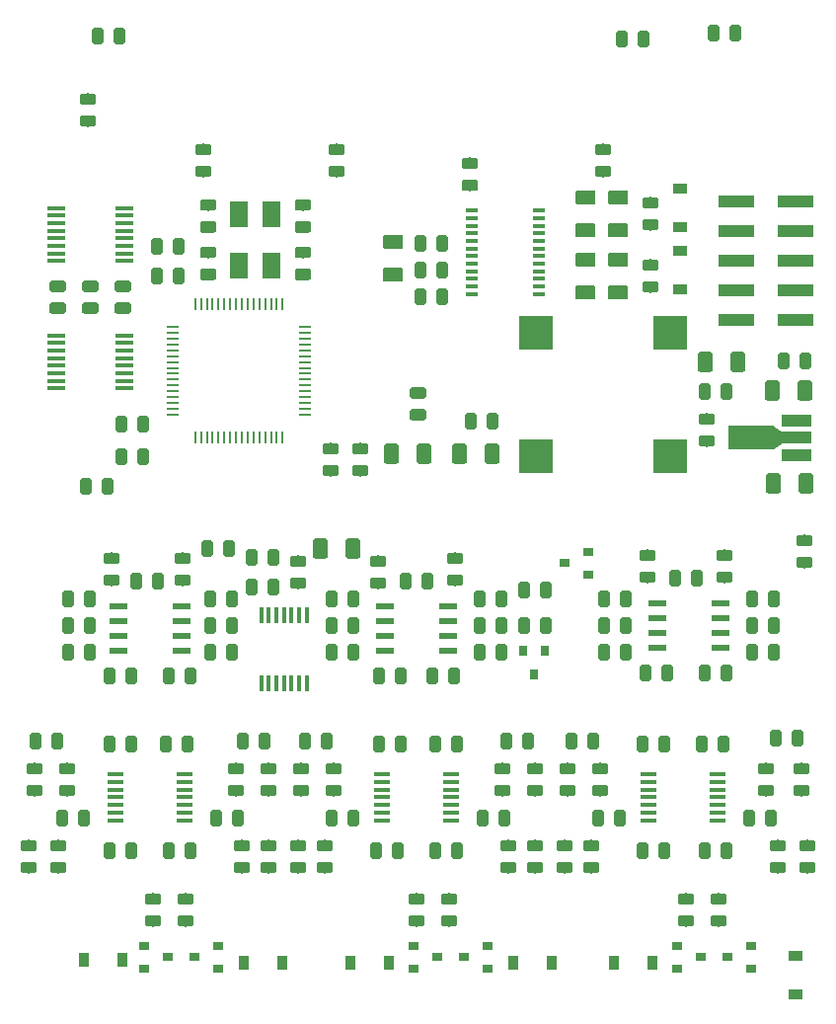
<source format=gbr>
G04 #@! TF.GenerationSoftware,KiCad,Pcbnew,(5.0.0-3-g5ebb6b6)*
G04 #@! TF.CreationDate,2019-01-01T15:02:40-08:00*
G04 #@! TF.ProjectId,Stages,5374616765732E6B696361645F706362,rev?*
G04 #@! TF.SameCoordinates,Original*
G04 #@! TF.FileFunction,Paste,Top*
G04 #@! TF.FilePolarity,Positive*
%FSLAX46Y46*%
G04 Gerber Fmt 4.6, Leading zero omitted, Abs format (unit mm)*
G04 Created by KiCad (PCBNEW (5.0.0-3-g5ebb6b6)) date Tuesday, January 01, 2019 at 03:02:40 PM*
%MOMM*%
%LPD*%
G01*
G04 APERTURE LIST*
%ADD10C,0.100000*%
%ADD11C,1.250000*%
%ADD12R,1.200000X0.900000*%
%ADD13C,0.975000*%
%ADD14R,3.150000X1.000000*%
%ADD15R,2.500000X1.000000*%
%ADD16R,4.000000X2.000000*%
%ADD17C,0.750000*%
%ADD18R,1.450000X0.450000*%
%ADD19R,0.900000X1.200000*%
%ADD20R,1.100000X0.400000*%
%ADD21R,3.000000X3.000000*%
%ADD22R,1.500000X0.450000*%
%ADD23R,0.450000X1.450000*%
%ADD24R,0.250000X1.000000*%
%ADD25R,1.000000X0.250000*%
%ADD26R,0.800000X0.900000*%
%ADD27R,1.600000X2.200000*%
%ADD28R,0.900000X0.800000*%
%ADD29R,1.550000X0.600000*%
G04 APERTURE END LIST*
D10*
G04 #@! TO.C,C9*
G36*
X133619504Y-99964204D02*
X133643773Y-99967804D01*
X133667571Y-99973765D01*
X133690671Y-99982030D01*
X133712849Y-99992520D01*
X133733893Y-100005133D01*
X133753598Y-100019747D01*
X133771777Y-100036223D01*
X133788253Y-100054402D01*
X133802867Y-100074107D01*
X133815480Y-100095151D01*
X133825970Y-100117329D01*
X133834235Y-100140429D01*
X133840196Y-100164227D01*
X133843796Y-100188496D01*
X133845000Y-100213000D01*
X133845000Y-101463000D01*
X133843796Y-101487504D01*
X133840196Y-101511773D01*
X133834235Y-101535571D01*
X133825970Y-101558671D01*
X133815480Y-101580849D01*
X133802867Y-101601893D01*
X133788253Y-101621598D01*
X133771777Y-101639777D01*
X133753598Y-101656253D01*
X133733893Y-101670867D01*
X133712849Y-101683480D01*
X133690671Y-101693970D01*
X133667571Y-101702235D01*
X133643773Y-101708196D01*
X133619504Y-101711796D01*
X133595000Y-101713000D01*
X132845000Y-101713000D01*
X132820496Y-101711796D01*
X132796227Y-101708196D01*
X132772429Y-101702235D01*
X132749329Y-101693970D01*
X132727151Y-101683480D01*
X132706107Y-101670867D01*
X132686402Y-101656253D01*
X132668223Y-101639777D01*
X132651747Y-101621598D01*
X132637133Y-101601893D01*
X132624520Y-101580849D01*
X132614030Y-101558671D01*
X132605765Y-101535571D01*
X132599804Y-101511773D01*
X132596204Y-101487504D01*
X132595000Y-101463000D01*
X132595000Y-100213000D01*
X132596204Y-100188496D01*
X132599804Y-100164227D01*
X132605765Y-100140429D01*
X132614030Y-100117329D01*
X132624520Y-100095151D01*
X132637133Y-100074107D01*
X132651747Y-100054402D01*
X132668223Y-100036223D01*
X132686402Y-100019747D01*
X132706107Y-100005133D01*
X132727151Y-99992520D01*
X132749329Y-99982030D01*
X132772429Y-99973765D01*
X132796227Y-99967804D01*
X132820496Y-99964204D01*
X132845000Y-99963000D01*
X133595000Y-99963000D01*
X133619504Y-99964204D01*
X133619504Y-99964204D01*
G37*
D11*
X133220000Y-100838000D03*
D10*
G36*
X136419504Y-99964204D02*
X136443773Y-99967804D01*
X136467571Y-99973765D01*
X136490671Y-99982030D01*
X136512849Y-99992520D01*
X136533893Y-100005133D01*
X136553598Y-100019747D01*
X136571777Y-100036223D01*
X136588253Y-100054402D01*
X136602867Y-100074107D01*
X136615480Y-100095151D01*
X136625970Y-100117329D01*
X136634235Y-100140429D01*
X136640196Y-100164227D01*
X136643796Y-100188496D01*
X136645000Y-100213000D01*
X136645000Y-101463000D01*
X136643796Y-101487504D01*
X136640196Y-101511773D01*
X136634235Y-101535571D01*
X136625970Y-101558671D01*
X136615480Y-101580849D01*
X136602867Y-101601893D01*
X136588253Y-101621598D01*
X136571777Y-101639777D01*
X136553598Y-101656253D01*
X136533893Y-101670867D01*
X136512849Y-101683480D01*
X136490671Y-101693970D01*
X136467571Y-101702235D01*
X136443773Y-101708196D01*
X136419504Y-101711796D01*
X136395000Y-101713000D01*
X135645000Y-101713000D01*
X135620496Y-101711796D01*
X135596227Y-101708196D01*
X135572429Y-101702235D01*
X135549329Y-101693970D01*
X135527151Y-101683480D01*
X135506107Y-101670867D01*
X135486402Y-101656253D01*
X135468223Y-101639777D01*
X135451747Y-101621598D01*
X135437133Y-101601893D01*
X135424520Y-101580849D01*
X135414030Y-101558671D01*
X135405765Y-101535571D01*
X135399804Y-101511773D01*
X135396204Y-101487504D01*
X135395000Y-101463000D01*
X135395000Y-100213000D01*
X135396204Y-100188496D01*
X135399804Y-100164227D01*
X135405765Y-100140429D01*
X135414030Y-100117329D01*
X135424520Y-100095151D01*
X135437133Y-100074107D01*
X135451747Y-100054402D01*
X135468223Y-100036223D01*
X135486402Y-100019747D01*
X135506107Y-100005133D01*
X135527151Y-99992520D01*
X135549329Y-99982030D01*
X135572429Y-99973765D01*
X135596227Y-99967804D01*
X135620496Y-99964204D01*
X135645000Y-99963000D01*
X136395000Y-99963000D01*
X136419504Y-99964204D01*
X136419504Y-99964204D01*
G37*
D11*
X136020000Y-100838000D03*
G04 #@! TD*
D12*
G04 #@! TO.C,D2*
X157988000Y-86740000D03*
X157988000Y-83440000D03*
G04 #@! TD*
D10*
G04 #@! TO.C,R14*
G36*
X153605142Y-114871174D02*
X153628803Y-114874684D01*
X153652007Y-114880496D01*
X153674529Y-114888554D01*
X153696153Y-114898782D01*
X153716670Y-114911079D01*
X153735883Y-114925329D01*
X153753607Y-114941393D01*
X153769671Y-114959117D01*
X153783921Y-114978330D01*
X153796218Y-114998847D01*
X153806446Y-115020471D01*
X153814504Y-115042993D01*
X153820316Y-115066197D01*
X153823826Y-115089858D01*
X153825000Y-115113750D01*
X153825000Y-116026250D01*
X153823826Y-116050142D01*
X153820316Y-116073803D01*
X153814504Y-116097007D01*
X153806446Y-116119529D01*
X153796218Y-116141153D01*
X153783921Y-116161670D01*
X153769671Y-116180883D01*
X153753607Y-116198607D01*
X153735883Y-116214671D01*
X153716670Y-116228921D01*
X153696153Y-116241218D01*
X153674529Y-116251446D01*
X153652007Y-116259504D01*
X153628803Y-116265316D01*
X153605142Y-116268826D01*
X153581250Y-116270000D01*
X153093750Y-116270000D01*
X153069858Y-116268826D01*
X153046197Y-116265316D01*
X153022993Y-116259504D01*
X153000471Y-116251446D01*
X152978847Y-116241218D01*
X152958330Y-116228921D01*
X152939117Y-116214671D01*
X152921393Y-116198607D01*
X152905329Y-116180883D01*
X152891079Y-116161670D01*
X152878782Y-116141153D01*
X152868554Y-116119529D01*
X152860496Y-116097007D01*
X152854684Y-116073803D01*
X152851174Y-116050142D01*
X152850000Y-116026250D01*
X152850000Y-115113750D01*
X152851174Y-115089858D01*
X152854684Y-115066197D01*
X152860496Y-115042993D01*
X152868554Y-115020471D01*
X152878782Y-114998847D01*
X152891079Y-114978330D01*
X152905329Y-114959117D01*
X152921393Y-114941393D01*
X152939117Y-114925329D01*
X152958330Y-114911079D01*
X152978847Y-114898782D01*
X153000471Y-114888554D01*
X153022993Y-114880496D01*
X153046197Y-114874684D01*
X153069858Y-114871174D01*
X153093750Y-114870000D01*
X153581250Y-114870000D01*
X153605142Y-114871174D01*
X153605142Y-114871174D01*
G37*
D13*
X153337500Y-115570000D03*
D10*
G36*
X151730142Y-114871174D02*
X151753803Y-114874684D01*
X151777007Y-114880496D01*
X151799529Y-114888554D01*
X151821153Y-114898782D01*
X151841670Y-114911079D01*
X151860883Y-114925329D01*
X151878607Y-114941393D01*
X151894671Y-114959117D01*
X151908921Y-114978330D01*
X151921218Y-114998847D01*
X151931446Y-115020471D01*
X151939504Y-115042993D01*
X151945316Y-115066197D01*
X151948826Y-115089858D01*
X151950000Y-115113750D01*
X151950000Y-116026250D01*
X151948826Y-116050142D01*
X151945316Y-116073803D01*
X151939504Y-116097007D01*
X151931446Y-116119529D01*
X151921218Y-116141153D01*
X151908921Y-116161670D01*
X151894671Y-116180883D01*
X151878607Y-116198607D01*
X151860883Y-116214671D01*
X151841670Y-116228921D01*
X151821153Y-116241218D01*
X151799529Y-116251446D01*
X151777007Y-116259504D01*
X151753803Y-116265316D01*
X151730142Y-116268826D01*
X151706250Y-116270000D01*
X151218750Y-116270000D01*
X151194858Y-116268826D01*
X151171197Y-116265316D01*
X151147993Y-116259504D01*
X151125471Y-116251446D01*
X151103847Y-116241218D01*
X151083330Y-116228921D01*
X151064117Y-116214671D01*
X151046393Y-116198607D01*
X151030329Y-116180883D01*
X151016079Y-116161670D01*
X151003782Y-116141153D01*
X150993554Y-116119529D01*
X150985496Y-116097007D01*
X150979684Y-116073803D01*
X150976174Y-116050142D01*
X150975000Y-116026250D01*
X150975000Y-115113750D01*
X150976174Y-115089858D01*
X150979684Y-115066197D01*
X150985496Y-115042993D01*
X150993554Y-115020471D01*
X151003782Y-114998847D01*
X151016079Y-114978330D01*
X151030329Y-114959117D01*
X151046393Y-114941393D01*
X151064117Y-114925329D01*
X151083330Y-114911079D01*
X151103847Y-114898782D01*
X151125471Y-114888554D01*
X151147993Y-114880496D01*
X151171197Y-114874684D01*
X151194858Y-114871174D01*
X151218750Y-114870000D01*
X151706250Y-114870000D01*
X151730142Y-114871174D01*
X151730142Y-114871174D01*
G37*
D13*
X151462500Y-115570000D03*
G04 #@! TD*
D14*
G04 #@! TO.C,JP5*
X167879000Y-89408000D03*
X162829000Y-89408000D03*
X167879000Y-86868000D03*
X162829000Y-86868000D03*
X167879000Y-84328000D03*
X162829000Y-84328000D03*
X167879000Y-81788000D03*
X162829000Y-81788000D03*
X167879000Y-79248000D03*
X162829000Y-79248000D03*
G04 #@! TD*
D15*
G04 #@! TO.C,IC7*
X168006000Y-100981676D03*
X168006000Y-99481676D03*
X168006000Y-97981676D03*
D16*
X164046000Y-99481676D03*
D17*
X166396000Y-99481676D03*
D10*
G36*
X166021000Y-98481676D02*
X166771000Y-98981676D01*
X166771000Y-99981676D01*
X166021000Y-100481676D01*
X166021000Y-98481676D01*
X166021000Y-98481676D01*
G37*
G04 #@! TD*
G04 #@! TO.C,C20*
G36*
X166385504Y-102504204D02*
X166409773Y-102507804D01*
X166433571Y-102513765D01*
X166456671Y-102522030D01*
X166478849Y-102532520D01*
X166499893Y-102545133D01*
X166519598Y-102559747D01*
X166537777Y-102576223D01*
X166554253Y-102594402D01*
X166568867Y-102614107D01*
X166581480Y-102635151D01*
X166591970Y-102657329D01*
X166600235Y-102680429D01*
X166606196Y-102704227D01*
X166609796Y-102728496D01*
X166611000Y-102753000D01*
X166611000Y-104003000D01*
X166609796Y-104027504D01*
X166606196Y-104051773D01*
X166600235Y-104075571D01*
X166591970Y-104098671D01*
X166581480Y-104120849D01*
X166568867Y-104141893D01*
X166554253Y-104161598D01*
X166537777Y-104179777D01*
X166519598Y-104196253D01*
X166499893Y-104210867D01*
X166478849Y-104223480D01*
X166456671Y-104233970D01*
X166433571Y-104242235D01*
X166409773Y-104248196D01*
X166385504Y-104251796D01*
X166361000Y-104253000D01*
X165611000Y-104253000D01*
X165586496Y-104251796D01*
X165562227Y-104248196D01*
X165538429Y-104242235D01*
X165515329Y-104233970D01*
X165493151Y-104223480D01*
X165472107Y-104210867D01*
X165452402Y-104196253D01*
X165434223Y-104179777D01*
X165417747Y-104161598D01*
X165403133Y-104141893D01*
X165390520Y-104120849D01*
X165380030Y-104098671D01*
X165371765Y-104075571D01*
X165365804Y-104051773D01*
X165362204Y-104027504D01*
X165361000Y-104003000D01*
X165361000Y-102753000D01*
X165362204Y-102728496D01*
X165365804Y-102704227D01*
X165371765Y-102680429D01*
X165380030Y-102657329D01*
X165390520Y-102635151D01*
X165403133Y-102614107D01*
X165417747Y-102594402D01*
X165434223Y-102576223D01*
X165452402Y-102559747D01*
X165472107Y-102545133D01*
X165493151Y-102532520D01*
X165515329Y-102522030D01*
X165538429Y-102513765D01*
X165562227Y-102507804D01*
X165586496Y-102504204D01*
X165611000Y-102503000D01*
X166361000Y-102503000D01*
X166385504Y-102504204D01*
X166385504Y-102504204D01*
G37*
D11*
X165986000Y-103378000D03*
D10*
G36*
X169185504Y-102504204D02*
X169209773Y-102507804D01*
X169233571Y-102513765D01*
X169256671Y-102522030D01*
X169278849Y-102532520D01*
X169299893Y-102545133D01*
X169319598Y-102559747D01*
X169337777Y-102576223D01*
X169354253Y-102594402D01*
X169368867Y-102614107D01*
X169381480Y-102635151D01*
X169391970Y-102657329D01*
X169400235Y-102680429D01*
X169406196Y-102704227D01*
X169409796Y-102728496D01*
X169411000Y-102753000D01*
X169411000Y-104003000D01*
X169409796Y-104027504D01*
X169406196Y-104051773D01*
X169400235Y-104075571D01*
X169391970Y-104098671D01*
X169381480Y-104120849D01*
X169368867Y-104141893D01*
X169354253Y-104161598D01*
X169337777Y-104179777D01*
X169319598Y-104196253D01*
X169299893Y-104210867D01*
X169278849Y-104223480D01*
X169256671Y-104233970D01*
X169233571Y-104242235D01*
X169209773Y-104248196D01*
X169185504Y-104251796D01*
X169161000Y-104253000D01*
X168411000Y-104253000D01*
X168386496Y-104251796D01*
X168362227Y-104248196D01*
X168338429Y-104242235D01*
X168315329Y-104233970D01*
X168293151Y-104223480D01*
X168272107Y-104210867D01*
X168252402Y-104196253D01*
X168234223Y-104179777D01*
X168217747Y-104161598D01*
X168203133Y-104141893D01*
X168190520Y-104120849D01*
X168180030Y-104098671D01*
X168171765Y-104075571D01*
X168165804Y-104051773D01*
X168162204Y-104027504D01*
X168161000Y-104003000D01*
X168161000Y-102753000D01*
X168162204Y-102728496D01*
X168165804Y-102704227D01*
X168171765Y-102680429D01*
X168180030Y-102657329D01*
X168190520Y-102635151D01*
X168203133Y-102614107D01*
X168217747Y-102594402D01*
X168234223Y-102576223D01*
X168252402Y-102559747D01*
X168272107Y-102545133D01*
X168293151Y-102532520D01*
X168315329Y-102522030D01*
X168338429Y-102513765D01*
X168362227Y-102507804D01*
X168386496Y-102504204D01*
X168411000Y-102503000D01*
X169161000Y-102503000D01*
X169185504Y-102504204D01*
X169185504Y-102504204D01*
G37*
D11*
X168786000Y-103378000D03*
G04 #@! TD*
D10*
G04 #@! TO.C,L4*
G36*
X169009142Y-92178850D02*
X169032803Y-92182360D01*
X169056007Y-92188172D01*
X169078529Y-92196230D01*
X169100153Y-92206458D01*
X169120670Y-92218755D01*
X169139883Y-92233005D01*
X169157607Y-92249069D01*
X169173671Y-92266793D01*
X169187921Y-92286006D01*
X169200218Y-92306523D01*
X169210446Y-92328147D01*
X169218504Y-92350669D01*
X169224316Y-92373873D01*
X169227826Y-92397534D01*
X169229000Y-92421426D01*
X169229000Y-93333926D01*
X169227826Y-93357818D01*
X169224316Y-93381479D01*
X169218504Y-93404683D01*
X169210446Y-93427205D01*
X169200218Y-93448829D01*
X169187921Y-93469346D01*
X169173671Y-93488559D01*
X169157607Y-93506283D01*
X169139883Y-93522347D01*
X169120670Y-93536597D01*
X169100153Y-93548894D01*
X169078529Y-93559122D01*
X169056007Y-93567180D01*
X169032803Y-93572992D01*
X169009142Y-93576502D01*
X168985250Y-93577676D01*
X168497750Y-93577676D01*
X168473858Y-93576502D01*
X168450197Y-93572992D01*
X168426993Y-93567180D01*
X168404471Y-93559122D01*
X168382847Y-93548894D01*
X168362330Y-93536597D01*
X168343117Y-93522347D01*
X168325393Y-93506283D01*
X168309329Y-93488559D01*
X168295079Y-93469346D01*
X168282782Y-93448829D01*
X168272554Y-93427205D01*
X168264496Y-93404683D01*
X168258684Y-93381479D01*
X168255174Y-93357818D01*
X168254000Y-93333926D01*
X168254000Y-92421426D01*
X168255174Y-92397534D01*
X168258684Y-92373873D01*
X168264496Y-92350669D01*
X168272554Y-92328147D01*
X168282782Y-92306523D01*
X168295079Y-92286006D01*
X168309329Y-92266793D01*
X168325393Y-92249069D01*
X168343117Y-92233005D01*
X168362330Y-92218755D01*
X168382847Y-92206458D01*
X168404471Y-92196230D01*
X168426993Y-92188172D01*
X168450197Y-92182360D01*
X168473858Y-92178850D01*
X168497750Y-92177676D01*
X168985250Y-92177676D01*
X169009142Y-92178850D01*
X169009142Y-92178850D01*
G37*
D13*
X168741500Y-92877676D03*
D10*
G36*
X167134142Y-92178850D02*
X167157803Y-92182360D01*
X167181007Y-92188172D01*
X167203529Y-92196230D01*
X167225153Y-92206458D01*
X167245670Y-92218755D01*
X167264883Y-92233005D01*
X167282607Y-92249069D01*
X167298671Y-92266793D01*
X167312921Y-92286006D01*
X167325218Y-92306523D01*
X167335446Y-92328147D01*
X167343504Y-92350669D01*
X167349316Y-92373873D01*
X167352826Y-92397534D01*
X167354000Y-92421426D01*
X167354000Y-93333926D01*
X167352826Y-93357818D01*
X167349316Y-93381479D01*
X167343504Y-93404683D01*
X167335446Y-93427205D01*
X167325218Y-93448829D01*
X167312921Y-93469346D01*
X167298671Y-93488559D01*
X167282607Y-93506283D01*
X167264883Y-93522347D01*
X167245670Y-93536597D01*
X167225153Y-93548894D01*
X167203529Y-93559122D01*
X167181007Y-93567180D01*
X167157803Y-93572992D01*
X167134142Y-93576502D01*
X167110250Y-93577676D01*
X166622750Y-93577676D01*
X166598858Y-93576502D01*
X166575197Y-93572992D01*
X166551993Y-93567180D01*
X166529471Y-93559122D01*
X166507847Y-93548894D01*
X166487330Y-93536597D01*
X166468117Y-93522347D01*
X166450393Y-93506283D01*
X166434329Y-93488559D01*
X166420079Y-93469346D01*
X166407782Y-93448829D01*
X166397554Y-93427205D01*
X166389496Y-93404683D01*
X166383684Y-93381479D01*
X166380174Y-93357818D01*
X166379000Y-93333926D01*
X166379000Y-92421426D01*
X166380174Y-92397534D01*
X166383684Y-92373873D01*
X166389496Y-92350669D01*
X166397554Y-92328147D01*
X166407782Y-92306523D01*
X166420079Y-92286006D01*
X166434329Y-92266793D01*
X166450393Y-92249069D01*
X166468117Y-92233005D01*
X166487330Y-92218755D01*
X166507847Y-92206458D01*
X166529471Y-92196230D01*
X166551993Y-92188172D01*
X166575197Y-92182360D01*
X166598858Y-92178850D01*
X166622750Y-92177676D01*
X167110250Y-92177676D01*
X167134142Y-92178850D01*
X167134142Y-92178850D01*
G37*
D13*
X166866500Y-92877676D03*
G04 #@! TD*
D10*
G04 #@! TO.C,C23*
G36*
X166295504Y-94543880D02*
X166319773Y-94547480D01*
X166343571Y-94553441D01*
X166366671Y-94561706D01*
X166388849Y-94572196D01*
X166409893Y-94584809D01*
X166429598Y-94599423D01*
X166447777Y-94615899D01*
X166464253Y-94634078D01*
X166478867Y-94653783D01*
X166491480Y-94674827D01*
X166501970Y-94697005D01*
X166510235Y-94720105D01*
X166516196Y-94743903D01*
X166519796Y-94768172D01*
X166521000Y-94792676D01*
X166521000Y-96042676D01*
X166519796Y-96067180D01*
X166516196Y-96091449D01*
X166510235Y-96115247D01*
X166501970Y-96138347D01*
X166491480Y-96160525D01*
X166478867Y-96181569D01*
X166464253Y-96201274D01*
X166447777Y-96219453D01*
X166429598Y-96235929D01*
X166409893Y-96250543D01*
X166388849Y-96263156D01*
X166366671Y-96273646D01*
X166343571Y-96281911D01*
X166319773Y-96287872D01*
X166295504Y-96291472D01*
X166271000Y-96292676D01*
X165521000Y-96292676D01*
X165496496Y-96291472D01*
X165472227Y-96287872D01*
X165448429Y-96281911D01*
X165425329Y-96273646D01*
X165403151Y-96263156D01*
X165382107Y-96250543D01*
X165362402Y-96235929D01*
X165344223Y-96219453D01*
X165327747Y-96201274D01*
X165313133Y-96181569D01*
X165300520Y-96160525D01*
X165290030Y-96138347D01*
X165281765Y-96115247D01*
X165275804Y-96091449D01*
X165272204Y-96067180D01*
X165271000Y-96042676D01*
X165271000Y-94792676D01*
X165272204Y-94768172D01*
X165275804Y-94743903D01*
X165281765Y-94720105D01*
X165290030Y-94697005D01*
X165300520Y-94674827D01*
X165313133Y-94653783D01*
X165327747Y-94634078D01*
X165344223Y-94615899D01*
X165362402Y-94599423D01*
X165382107Y-94584809D01*
X165403151Y-94572196D01*
X165425329Y-94561706D01*
X165448429Y-94553441D01*
X165472227Y-94547480D01*
X165496496Y-94543880D01*
X165521000Y-94542676D01*
X166271000Y-94542676D01*
X166295504Y-94543880D01*
X166295504Y-94543880D01*
G37*
D11*
X165896000Y-95417676D03*
D10*
G36*
X169095504Y-94543880D02*
X169119773Y-94547480D01*
X169143571Y-94553441D01*
X169166671Y-94561706D01*
X169188849Y-94572196D01*
X169209893Y-94584809D01*
X169229598Y-94599423D01*
X169247777Y-94615899D01*
X169264253Y-94634078D01*
X169278867Y-94653783D01*
X169291480Y-94674827D01*
X169301970Y-94697005D01*
X169310235Y-94720105D01*
X169316196Y-94743903D01*
X169319796Y-94768172D01*
X169321000Y-94792676D01*
X169321000Y-96042676D01*
X169319796Y-96067180D01*
X169316196Y-96091449D01*
X169310235Y-96115247D01*
X169301970Y-96138347D01*
X169291480Y-96160525D01*
X169278867Y-96181569D01*
X169264253Y-96201274D01*
X169247777Y-96219453D01*
X169229598Y-96235929D01*
X169209893Y-96250543D01*
X169188849Y-96263156D01*
X169166671Y-96273646D01*
X169143571Y-96281911D01*
X169119773Y-96287872D01*
X169095504Y-96291472D01*
X169071000Y-96292676D01*
X168321000Y-96292676D01*
X168296496Y-96291472D01*
X168272227Y-96287872D01*
X168248429Y-96281911D01*
X168225329Y-96273646D01*
X168203151Y-96263156D01*
X168182107Y-96250543D01*
X168162402Y-96235929D01*
X168144223Y-96219453D01*
X168127747Y-96201274D01*
X168113133Y-96181569D01*
X168100520Y-96160525D01*
X168090030Y-96138347D01*
X168081765Y-96115247D01*
X168075804Y-96091449D01*
X168072204Y-96067180D01*
X168071000Y-96042676D01*
X168071000Y-94792676D01*
X168072204Y-94768172D01*
X168075804Y-94743903D01*
X168081765Y-94720105D01*
X168090030Y-94697005D01*
X168100520Y-94674827D01*
X168113133Y-94653783D01*
X168127747Y-94634078D01*
X168144223Y-94615899D01*
X168162402Y-94599423D01*
X168182107Y-94584809D01*
X168203151Y-94572196D01*
X168225329Y-94561706D01*
X168248429Y-94553441D01*
X168272227Y-94547480D01*
X168296496Y-94543880D01*
X168321000Y-94542676D01*
X169071000Y-94542676D01*
X169095504Y-94543880D01*
X169095504Y-94543880D01*
G37*
D11*
X168696000Y-95417676D03*
G04 #@! TD*
D10*
G04 #@! TO.C,R72*
G36*
X135862142Y-138530174D02*
X135885803Y-138533684D01*
X135909007Y-138539496D01*
X135931529Y-138547554D01*
X135953153Y-138557782D01*
X135973670Y-138570079D01*
X135992883Y-138584329D01*
X136010607Y-138600393D01*
X136026671Y-138618117D01*
X136040921Y-138637330D01*
X136053218Y-138657847D01*
X136063446Y-138679471D01*
X136071504Y-138701993D01*
X136077316Y-138725197D01*
X136080826Y-138748858D01*
X136082000Y-138772750D01*
X136082000Y-139260250D01*
X136080826Y-139284142D01*
X136077316Y-139307803D01*
X136071504Y-139331007D01*
X136063446Y-139353529D01*
X136053218Y-139375153D01*
X136040921Y-139395670D01*
X136026671Y-139414883D01*
X136010607Y-139432607D01*
X135992883Y-139448671D01*
X135973670Y-139462921D01*
X135953153Y-139475218D01*
X135931529Y-139485446D01*
X135909007Y-139493504D01*
X135885803Y-139499316D01*
X135862142Y-139502826D01*
X135838250Y-139504000D01*
X134925750Y-139504000D01*
X134901858Y-139502826D01*
X134878197Y-139499316D01*
X134854993Y-139493504D01*
X134832471Y-139485446D01*
X134810847Y-139475218D01*
X134790330Y-139462921D01*
X134771117Y-139448671D01*
X134753393Y-139432607D01*
X134737329Y-139414883D01*
X134723079Y-139395670D01*
X134710782Y-139375153D01*
X134700554Y-139353529D01*
X134692496Y-139331007D01*
X134686684Y-139307803D01*
X134683174Y-139284142D01*
X134682000Y-139260250D01*
X134682000Y-138772750D01*
X134683174Y-138748858D01*
X134686684Y-138725197D01*
X134692496Y-138701993D01*
X134700554Y-138679471D01*
X134710782Y-138657847D01*
X134723079Y-138637330D01*
X134737329Y-138618117D01*
X134753393Y-138600393D01*
X134771117Y-138584329D01*
X134790330Y-138570079D01*
X134810847Y-138557782D01*
X134832471Y-138547554D01*
X134854993Y-138539496D01*
X134878197Y-138533684D01*
X134901858Y-138530174D01*
X134925750Y-138529000D01*
X135838250Y-138529000D01*
X135862142Y-138530174D01*
X135862142Y-138530174D01*
G37*
D13*
X135382000Y-139016500D03*
D10*
G36*
X135862142Y-140405174D02*
X135885803Y-140408684D01*
X135909007Y-140414496D01*
X135931529Y-140422554D01*
X135953153Y-140432782D01*
X135973670Y-140445079D01*
X135992883Y-140459329D01*
X136010607Y-140475393D01*
X136026671Y-140493117D01*
X136040921Y-140512330D01*
X136053218Y-140532847D01*
X136063446Y-140554471D01*
X136071504Y-140576993D01*
X136077316Y-140600197D01*
X136080826Y-140623858D01*
X136082000Y-140647750D01*
X136082000Y-141135250D01*
X136080826Y-141159142D01*
X136077316Y-141182803D01*
X136071504Y-141206007D01*
X136063446Y-141228529D01*
X136053218Y-141250153D01*
X136040921Y-141270670D01*
X136026671Y-141289883D01*
X136010607Y-141307607D01*
X135992883Y-141323671D01*
X135973670Y-141337921D01*
X135953153Y-141350218D01*
X135931529Y-141360446D01*
X135909007Y-141368504D01*
X135885803Y-141374316D01*
X135862142Y-141377826D01*
X135838250Y-141379000D01*
X134925750Y-141379000D01*
X134901858Y-141377826D01*
X134878197Y-141374316D01*
X134854993Y-141368504D01*
X134832471Y-141360446D01*
X134810847Y-141350218D01*
X134790330Y-141337921D01*
X134771117Y-141323671D01*
X134753393Y-141307607D01*
X134737329Y-141289883D01*
X134723079Y-141270670D01*
X134710782Y-141250153D01*
X134700554Y-141228529D01*
X134692496Y-141206007D01*
X134686684Y-141182803D01*
X134683174Y-141159142D01*
X134682000Y-141135250D01*
X134682000Y-140647750D01*
X134683174Y-140623858D01*
X134686684Y-140600197D01*
X134692496Y-140576993D01*
X134700554Y-140554471D01*
X134710782Y-140532847D01*
X134723079Y-140512330D01*
X134737329Y-140493117D01*
X134753393Y-140475393D01*
X134771117Y-140459329D01*
X134790330Y-140445079D01*
X134810847Y-140432782D01*
X134832471Y-140422554D01*
X134854993Y-140414496D01*
X134878197Y-140408684D01*
X134901858Y-140405174D01*
X134925750Y-140404000D01*
X135838250Y-140404000D01*
X135862142Y-140405174D01*
X135862142Y-140405174D01*
G37*
D13*
X135382000Y-140891500D03*
G04 #@! TD*
D10*
G04 #@! TO.C,R76*
G36*
X125702142Y-133958174D02*
X125725803Y-133961684D01*
X125749007Y-133967496D01*
X125771529Y-133975554D01*
X125793153Y-133985782D01*
X125813670Y-133998079D01*
X125832883Y-134012329D01*
X125850607Y-134028393D01*
X125866671Y-134046117D01*
X125880921Y-134065330D01*
X125893218Y-134085847D01*
X125903446Y-134107471D01*
X125911504Y-134129993D01*
X125917316Y-134153197D01*
X125920826Y-134176858D01*
X125922000Y-134200750D01*
X125922000Y-134688250D01*
X125920826Y-134712142D01*
X125917316Y-134735803D01*
X125911504Y-134759007D01*
X125903446Y-134781529D01*
X125893218Y-134803153D01*
X125880921Y-134823670D01*
X125866671Y-134842883D01*
X125850607Y-134860607D01*
X125832883Y-134876671D01*
X125813670Y-134890921D01*
X125793153Y-134903218D01*
X125771529Y-134913446D01*
X125749007Y-134921504D01*
X125725803Y-134927316D01*
X125702142Y-134930826D01*
X125678250Y-134932000D01*
X124765750Y-134932000D01*
X124741858Y-134930826D01*
X124718197Y-134927316D01*
X124694993Y-134921504D01*
X124672471Y-134913446D01*
X124650847Y-134903218D01*
X124630330Y-134890921D01*
X124611117Y-134876671D01*
X124593393Y-134860607D01*
X124577329Y-134842883D01*
X124563079Y-134823670D01*
X124550782Y-134803153D01*
X124540554Y-134781529D01*
X124532496Y-134759007D01*
X124526684Y-134735803D01*
X124523174Y-134712142D01*
X124522000Y-134688250D01*
X124522000Y-134200750D01*
X124523174Y-134176858D01*
X124526684Y-134153197D01*
X124532496Y-134129993D01*
X124540554Y-134107471D01*
X124550782Y-134085847D01*
X124563079Y-134065330D01*
X124577329Y-134046117D01*
X124593393Y-134028393D01*
X124611117Y-134012329D01*
X124630330Y-133998079D01*
X124650847Y-133985782D01*
X124672471Y-133975554D01*
X124694993Y-133967496D01*
X124718197Y-133961684D01*
X124741858Y-133958174D01*
X124765750Y-133957000D01*
X125678250Y-133957000D01*
X125702142Y-133958174D01*
X125702142Y-133958174D01*
G37*
D13*
X125222000Y-134444500D03*
D10*
G36*
X125702142Y-135833174D02*
X125725803Y-135836684D01*
X125749007Y-135842496D01*
X125771529Y-135850554D01*
X125793153Y-135860782D01*
X125813670Y-135873079D01*
X125832883Y-135887329D01*
X125850607Y-135903393D01*
X125866671Y-135921117D01*
X125880921Y-135940330D01*
X125893218Y-135960847D01*
X125903446Y-135982471D01*
X125911504Y-136004993D01*
X125917316Y-136028197D01*
X125920826Y-136051858D01*
X125922000Y-136075750D01*
X125922000Y-136563250D01*
X125920826Y-136587142D01*
X125917316Y-136610803D01*
X125911504Y-136634007D01*
X125903446Y-136656529D01*
X125893218Y-136678153D01*
X125880921Y-136698670D01*
X125866671Y-136717883D01*
X125850607Y-136735607D01*
X125832883Y-136751671D01*
X125813670Y-136765921D01*
X125793153Y-136778218D01*
X125771529Y-136788446D01*
X125749007Y-136796504D01*
X125725803Y-136802316D01*
X125702142Y-136805826D01*
X125678250Y-136807000D01*
X124765750Y-136807000D01*
X124741858Y-136805826D01*
X124718197Y-136802316D01*
X124694993Y-136796504D01*
X124672471Y-136788446D01*
X124650847Y-136778218D01*
X124630330Y-136765921D01*
X124611117Y-136751671D01*
X124593393Y-136735607D01*
X124577329Y-136717883D01*
X124563079Y-136698670D01*
X124550782Y-136678153D01*
X124540554Y-136656529D01*
X124532496Y-136634007D01*
X124526684Y-136610803D01*
X124523174Y-136587142D01*
X124522000Y-136563250D01*
X124522000Y-136075750D01*
X124523174Y-136051858D01*
X124526684Y-136028197D01*
X124532496Y-136004993D01*
X124540554Y-135982471D01*
X124550782Y-135960847D01*
X124563079Y-135940330D01*
X124577329Y-135921117D01*
X124593393Y-135903393D01*
X124611117Y-135887329D01*
X124630330Y-135873079D01*
X124650847Y-135860782D01*
X124672471Y-135850554D01*
X124694993Y-135842496D01*
X124718197Y-135836684D01*
X124741858Y-135833174D01*
X124765750Y-135832000D01*
X125678250Y-135832000D01*
X125702142Y-135833174D01*
X125702142Y-135833174D01*
G37*
D13*
X125222000Y-136319500D03*
G04 #@! TD*
D10*
G04 #@! TO.C,C54*
G36*
X153097142Y-131381174D02*
X153120803Y-131384684D01*
X153144007Y-131390496D01*
X153166529Y-131398554D01*
X153188153Y-131408782D01*
X153208670Y-131421079D01*
X153227883Y-131435329D01*
X153245607Y-131451393D01*
X153261671Y-131469117D01*
X153275921Y-131488330D01*
X153288218Y-131508847D01*
X153298446Y-131530471D01*
X153306504Y-131552993D01*
X153312316Y-131576197D01*
X153315826Y-131599858D01*
X153317000Y-131623750D01*
X153317000Y-132536250D01*
X153315826Y-132560142D01*
X153312316Y-132583803D01*
X153306504Y-132607007D01*
X153298446Y-132629529D01*
X153288218Y-132651153D01*
X153275921Y-132671670D01*
X153261671Y-132690883D01*
X153245607Y-132708607D01*
X153227883Y-132724671D01*
X153208670Y-132738921D01*
X153188153Y-132751218D01*
X153166529Y-132761446D01*
X153144007Y-132769504D01*
X153120803Y-132775316D01*
X153097142Y-132778826D01*
X153073250Y-132780000D01*
X152585750Y-132780000D01*
X152561858Y-132778826D01*
X152538197Y-132775316D01*
X152514993Y-132769504D01*
X152492471Y-132761446D01*
X152470847Y-132751218D01*
X152450330Y-132738921D01*
X152431117Y-132724671D01*
X152413393Y-132708607D01*
X152397329Y-132690883D01*
X152383079Y-132671670D01*
X152370782Y-132651153D01*
X152360554Y-132629529D01*
X152352496Y-132607007D01*
X152346684Y-132583803D01*
X152343174Y-132560142D01*
X152342000Y-132536250D01*
X152342000Y-131623750D01*
X152343174Y-131599858D01*
X152346684Y-131576197D01*
X152352496Y-131552993D01*
X152360554Y-131530471D01*
X152370782Y-131508847D01*
X152383079Y-131488330D01*
X152397329Y-131469117D01*
X152413393Y-131451393D01*
X152431117Y-131435329D01*
X152450330Y-131421079D01*
X152470847Y-131408782D01*
X152492471Y-131398554D01*
X152514993Y-131390496D01*
X152538197Y-131384684D01*
X152561858Y-131381174D01*
X152585750Y-131380000D01*
X153073250Y-131380000D01*
X153097142Y-131381174D01*
X153097142Y-131381174D01*
G37*
D13*
X152829500Y-132080000D03*
D10*
G36*
X151222142Y-131381174D02*
X151245803Y-131384684D01*
X151269007Y-131390496D01*
X151291529Y-131398554D01*
X151313153Y-131408782D01*
X151333670Y-131421079D01*
X151352883Y-131435329D01*
X151370607Y-131451393D01*
X151386671Y-131469117D01*
X151400921Y-131488330D01*
X151413218Y-131508847D01*
X151423446Y-131530471D01*
X151431504Y-131552993D01*
X151437316Y-131576197D01*
X151440826Y-131599858D01*
X151442000Y-131623750D01*
X151442000Y-132536250D01*
X151440826Y-132560142D01*
X151437316Y-132583803D01*
X151431504Y-132607007D01*
X151423446Y-132629529D01*
X151413218Y-132651153D01*
X151400921Y-132671670D01*
X151386671Y-132690883D01*
X151370607Y-132708607D01*
X151352883Y-132724671D01*
X151333670Y-132738921D01*
X151313153Y-132751218D01*
X151291529Y-132761446D01*
X151269007Y-132769504D01*
X151245803Y-132775316D01*
X151222142Y-132778826D01*
X151198250Y-132780000D01*
X150710750Y-132780000D01*
X150686858Y-132778826D01*
X150663197Y-132775316D01*
X150639993Y-132769504D01*
X150617471Y-132761446D01*
X150595847Y-132751218D01*
X150575330Y-132738921D01*
X150556117Y-132724671D01*
X150538393Y-132708607D01*
X150522329Y-132690883D01*
X150508079Y-132671670D01*
X150495782Y-132651153D01*
X150485554Y-132629529D01*
X150477496Y-132607007D01*
X150471684Y-132583803D01*
X150468174Y-132560142D01*
X150467000Y-132536250D01*
X150467000Y-131623750D01*
X150468174Y-131599858D01*
X150471684Y-131576197D01*
X150477496Y-131552993D01*
X150485554Y-131530471D01*
X150495782Y-131508847D01*
X150508079Y-131488330D01*
X150522329Y-131469117D01*
X150538393Y-131451393D01*
X150556117Y-131435329D01*
X150575330Y-131421079D01*
X150595847Y-131408782D01*
X150617471Y-131398554D01*
X150639993Y-131390496D01*
X150663197Y-131384684D01*
X150686858Y-131381174D01*
X150710750Y-131380000D01*
X151198250Y-131380000D01*
X151222142Y-131381174D01*
X151222142Y-131381174D01*
G37*
D13*
X150954500Y-132080000D03*
G04 #@! TD*
D10*
G04 #@! TO.C,R60*
G36*
X105128142Y-135833174D02*
X105151803Y-135836684D01*
X105175007Y-135842496D01*
X105197529Y-135850554D01*
X105219153Y-135860782D01*
X105239670Y-135873079D01*
X105258883Y-135887329D01*
X105276607Y-135903393D01*
X105292671Y-135921117D01*
X105306921Y-135940330D01*
X105319218Y-135960847D01*
X105329446Y-135982471D01*
X105337504Y-136004993D01*
X105343316Y-136028197D01*
X105346826Y-136051858D01*
X105348000Y-136075750D01*
X105348000Y-136563250D01*
X105346826Y-136587142D01*
X105343316Y-136610803D01*
X105337504Y-136634007D01*
X105329446Y-136656529D01*
X105319218Y-136678153D01*
X105306921Y-136698670D01*
X105292671Y-136717883D01*
X105276607Y-136735607D01*
X105258883Y-136751671D01*
X105239670Y-136765921D01*
X105219153Y-136778218D01*
X105197529Y-136788446D01*
X105175007Y-136796504D01*
X105151803Y-136802316D01*
X105128142Y-136805826D01*
X105104250Y-136807000D01*
X104191750Y-136807000D01*
X104167858Y-136805826D01*
X104144197Y-136802316D01*
X104120993Y-136796504D01*
X104098471Y-136788446D01*
X104076847Y-136778218D01*
X104056330Y-136765921D01*
X104037117Y-136751671D01*
X104019393Y-136735607D01*
X104003329Y-136717883D01*
X103989079Y-136698670D01*
X103976782Y-136678153D01*
X103966554Y-136656529D01*
X103958496Y-136634007D01*
X103952684Y-136610803D01*
X103949174Y-136587142D01*
X103948000Y-136563250D01*
X103948000Y-136075750D01*
X103949174Y-136051858D01*
X103952684Y-136028197D01*
X103958496Y-136004993D01*
X103966554Y-135982471D01*
X103976782Y-135960847D01*
X103989079Y-135940330D01*
X104003329Y-135921117D01*
X104019393Y-135903393D01*
X104037117Y-135887329D01*
X104056330Y-135873079D01*
X104076847Y-135860782D01*
X104098471Y-135850554D01*
X104120993Y-135842496D01*
X104144197Y-135836684D01*
X104167858Y-135833174D01*
X104191750Y-135832000D01*
X105104250Y-135832000D01*
X105128142Y-135833174D01*
X105128142Y-135833174D01*
G37*
D13*
X104648000Y-136319500D03*
D10*
G36*
X105128142Y-133958174D02*
X105151803Y-133961684D01*
X105175007Y-133967496D01*
X105197529Y-133975554D01*
X105219153Y-133985782D01*
X105239670Y-133998079D01*
X105258883Y-134012329D01*
X105276607Y-134028393D01*
X105292671Y-134046117D01*
X105306921Y-134065330D01*
X105319218Y-134085847D01*
X105329446Y-134107471D01*
X105337504Y-134129993D01*
X105343316Y-134153197D01*
X105346826Y-134176858D01*
X105348000Y-134200750D01*
X105348000Y-134688250D01*
X105346826Y-134712142D01*
X105343316Y-134735803D01*
X105337504Y-134759007D01*
X105329446Y-134781529D01*
X105319218Y-134803153D01*
X105306921Y-134823670D01*
X105292671Y-134842883D01*
X105276607Y-134860607D01*
X105258883Y-134876671D01*
X105239670Y-134890921D01*
X105219153Y-134903218D01*
X105197529Y-134913446D01*
X105175007Y-134921504D01*
X105151803Y-134927316D01*
X105128142Y-134930826D01*
X105104250Y-134932000D01*
X104191750Y-134932000D01*
X104167858Y-134930826D01*
X104144197Y-134927316D01*
X104120993Y-134921504D01*
X104098471Y-134913446D01*
X104076847Y-134903218D01*
X104056330Y-134890921D01*
X104037117Y-134876671D01*
X104019393Y-134860607D01*
X104003329Y-134842883D01*
X103989079Y-134823670D01*
X103976782Y-134803153D01*
X103966554Y-134781529D01*
X103958496Y-134759007D01*
X103952684Y-134735803D01*
X103949174Y-134712142D01*
X103948000Y-134688250D01*
X103948000Y-134200750D01*
X103949174Y-134176858D01*
X103952684Y-134153197D01*
X103958496Y-134129993D01*
X103966554Y-134107471D01*
X103976782Y-134085847D01*
X103989079Y-134065330D01*
X104003329Y-134046117D01*
X104019393Y-134028393D01*
X104037117Y-134012329D01*
X104056330Y-133998079D01*
X104076847Y-133985782D01*
X104098471Y-133975554D01*
X104120993Y-133967496D01*
X104144197Y-133961684D01*
X104167858Y-133958174D01*
X104191750Y-133957000D01*
X105104250Y-133957000D01*
X105128142Y-133958174D01*
X105128142Y-133958174D01*
G37*
D13*
X104648000Y-134444500D03*
G04 #@! TD*
D18*
G04 #@! TO.C,IC14*
X155292000Y-128352000D03*
X155292000Y-129002000D03*
X155292000Y-129652000D03*
X155292000Y-130302000D03*
X155292000Y-130952000D03*
X155292000Y-131602000D03*
X155292000Y-132252000D03*
X161192000Y-132252000D03*
X161192000Y-131602000D03*
X161192000Y-130952000D03*
X161192000Y-130302000D03*
X161192000Y-129652000D03*
X161192000Y-129002000D03*
X161192000Y-128352000D03*
G04 #@! TD*
D10*
G04 #@! TO.C,C44*
G36*
X105890142Y-127354174D02*
X105913803Y-127357684D01*
X105937007Y-127363496D01*
X105959529Y-127371554D01*
X105981153Y-127381782D01*
X106001670Y-127394079D01*
X106020883Y-127408329D01*
X106038607Y-127424393D01*
X106054671Y-127442117D01*
X106068921Y-127461330D01*
X106081218Y-127481847D01*
X106091446Y-127503471D01*
X106099504Y-127525993D01*
X106105316Y-127549197D01*
X106108826Y-127572858D01*
X106110000Y-127596750D01*
X106110000Y-128084250D01*
X106108826Y-128108142D01*
X106105316Y-128131803D01*
X106099504Y-128155007D01*
X106091446Y-128177529D01*
X106081218Y-128199153D01*
X106068921Y-128219670D01*
X106054671Y-128238883D01*
X106038607Y-128256607D01*
X106020883Y-128272671D01*
X106001670Y-128286921D01*
X105981153Y-128299218D01*
X105959529Y-128309446D01*
X105937007Y-128317504D01*
X105913803Y-128323316D01*
X105890142Y-128326826D01*
X105866250Y-128328000D01*
X104953750Y-128328000D01*
X104929858Y-128326826D01*
X104906197Y-128323316D01*
X104882993Y-128317504D01*
X104860471Y-128309446D01*
X104838847Y-128299218D01*
X104818330Y-128286921D01*
X104799117Y-128272671D01*
X104781393Y-128256607D01*
X104765329Y-128238883D01*
X104751079Y-128219670D01*
X104738782Y-128199153D01*
X104728554Y-128177529D01*
X104720496Y-128155007D01*
X104714684Y-128131803D01*
X104711174Y-128108142D01*
X104710000Y-128084250D01*
X104710000Y-127596750D01*
X104711174Y-127572858D01*
X104714684Y-127549197D01*
X104720496Y-127525993D01*
X104728554Y-127503471D01*
X104738782Y-127481847D01*
X104751079Y-127461330D01*
X104765329Y-127442117D01*
X104781393Y-127424393D01*
X104799117Y-127408329D01*
X104818330Y-127394079D01*
X104838847Y-127381782D01*
X104860471Y-127371554D01*
X104882993Y-127363496D01*
X104906197Y-127357684D01*
X104929858Y-127354174D01*
X104953750Y-127353000D01*
X105866250Y-127353000D01*
X105890142Y-127354174D01*
X105890142Y-127354174D01*
G37*
D13*
X105410000Y-127840500D03*
D10*
G36*
X105890142Y-129229174D02*
X105913803Y-129232684D01*
X105937007Y-129238496D01*
X105959529Y-129246554D01*
X105981153Y-129256782D01*
X106001670Y-129269079D01*
X106020883Y-129283329D01*
X106038607Y-129299393D01*
X106054671Y-129317117D01*
X106068921Y-129336330D01*
X106081218Y-129356847D01*
X106091446Y-129378471D01*
X106099504Y-129400993D01*
X106105316Y-129424197D01*
X106108826Y-129447858D01*
X106110000Y-129471750D01*
X106110000Y-129959250D01*
X106108826Y-129983142D01*
X106105316Y-130006803D01*
X106099504Y-130030007D01*
X106091446Y-130052529D01*
X106081218Y-130074153D01*
X106068921Y-130094670D01*
X106054671Y-130113883D01*
X106038607Y-130131607D01*
X106020883Y-130147671D01*
X106001670Y-130161921D01*
X105981153Y-130174218D01*
X105959529Y-130184446D01*
X105937007Y-130192504D01*
X105913803Y-130198316D01*
X105890142Y-130201826D01*
X105866250Y-130203000D01*
X104953750Y-130203000D01*
X104929858Y-130201826D01*
X104906197Y-130198316D01*
X104882993Y-130192504D01*
X104860471Y-130184446D01*
X104838847Y-130174218D01*
X104818330Y-130161921D01*
X104799117Y-130147671D01*
X104781393Y-130131607D01*
X104765329Y-130113883D01*
X104751079Y-130094670D01*
X104738782Y-130074153D01*
X104728554Y-130052529D01*
X104720496Y-130030007D01*
X104714684Y-130006803D01*
X104711174Y-129983142D01*
X104710000Y-129959250D01*
X104710000Y-129471750D01*
X104711174Y-129447858D01*
X104714684Y-129424197D01*
X104720496Y-129400993D01*
X104728554Y-129378471D01*
X104738782Y-129356847D01*
X104751079Y-129336330D01*
X104765329Y-129317117D01*
X104781393Y-129299393D01*
X104799117Y-129283329D01*
X104818330Y-129269079D01*
X104838847Y-129256782D01*
X104860471Y-129246554D01*
X104882993Y-129238496D01*
X104906197Y-129232684D01*
X104929858Y-129229174D01*
X104953750Y-129228000D01*
X105866250Y-129228000D01*
X105890142Y-129229174D01*
X105890142Y-129229174D01*
G37*
D13*
X105410000Y-129715500D03*
G04 #@! TD*
D12*
G04 #@! TO.C,D1*
X157988000Y-78106000D03*
X157988000Y-81406000D03*
G04 #@! TD*
G04 #@! TO.C,D3*
X167894000Y-143892000D03*
X167894000Y-147192000D03*
G04 #@! TD*
D19*
G04 #@! TO.C,D4*
X120524000Y-144526000D03*
X123824000Y-144526000D03*
G04 #@! TD*
G04 #@! TO.C,D5*
X143638000Y-144526000D03*
X146938000Y-144526000D03*
G04 #@! TD*
G04 #@! TO.C,D6*
X106808000Y-144272000D03*
X110108000Y-144272000D03*
G04 #@! TD*
G04 #@! TO.C,D7*
X155574000Y-144526000D03*
X152274000Y-144526000D03*
G04 #@! TD*
G04 #@! TO.C,D8*
X129668000Y-144526000D03*
X132968000Y-144526000D03*
G04 #@! TD*
D20*
G04 #@! TO.C,IC1*
X145852000Y-87141000D03*
X145852000Y-86491000D03*
X145852000Y-85841000D03*
X145852000Y-85191000D03*
X145852000Y-84541000D03*
X145852000Y-83891000D03*
X145852000Y-83241000D03*
X145852000Y-82591000D03*
X145852000Y-81941000D03*
X145852000Y-81291000D03*
X145852000Y-80641000D03*
X145852000Y-79991000D03*
X140152000Y-79991000D03*
X140152000Y-80641000D03*
X140152000Y-81291000D03*
X140152000Y-81941000D03*
X140152000Y-82591000D03*
X140152000Y-83241000D03*
X140152000Y-83891000D03*
X140152000Y-84541000D03*
X140152000Y-85191000D03*
X140152000Y-85841000D03*
X140152000Y-86491000D03*
X140152000Y-87141000D03*
G04 #@! TD*
D21*
G04 #@! TO.C,IC2*
X157134000Y-90508000D03*
X157134000Y-101008000D03*
X145634000Y-101008000D03*
X145634000Y-90508000D03*
G04 #@! TD*
D22*
G04 #@! TO.C,IC3*
X104439667Y-79767000D03*
X104439667Y-80417000D03*
X104439667Y-81067000D03*
X104439667Y-81717000D03*
X104439667Y-82367000D03*
X104439667Y-83017000D03*
X104439667Y-83667000D03*
X104439667Y-84317000D03*
X110339667Y-84317000D03*
X110339667Y-83667000D03*
X110339667Y-83017000D03*
X110339667Y-82367000D03*
X110339667Y-81717000D03*
X110339667Y-81067000D03*
X110339667Y-80417000D03*
X110339667Y-79767000D03*
G04 #@! TD*
D23*
G04 #@! TO.C,IC4*
X125950000Y-114652000D03*
X125300000Y-114652000D03*
X124650000Y-114652000D03*
X124000000Y-114652000D03*
X123350000Y-114652000D03*
X122700000Y-114652000D03*
X122050000Y-114652000D03*
X122050000Y-120552000D03*
X122700000Y-120552000D03*
X123350000Y-120552000D03*
X124000000Y-120552000D03*
X124650000Y-120552000D03*
X125300000Y-120552000D03*
X125950000Y-120552000D03*
G04 #@! TD*
D24*
G04 #@! TO.C,IC5*
X123892000Y-88026000D03*
X123392000Y-88026000D03*
X122892000Y-88026000D03*
X122392000Y-88026000D03*
X121892000Y-88026000D03*
X121392000Y-88026000D03*
X120892000Y-88026000D03*
X120392000Y-88026000D03*
X119892000Y-88026000D03*
X119392000Y-88026000D03*
X118892000Y-88026000D03*
X118392000Y-88026000D03*
X117892000Y-88026000D03*
X117392000Y-88026000D03*
X116892000Y-88026000D03*
X116392000Y-88026000D03*
D25*
X114442000Y-89976000D03*
X114442000Y-90476000D03*
X114442000Y-90976000D03*
X114442000Y-91476000D03*
X114442000Y-91976000D03*
X114442000Y-92476000D03*
X114442000Y-92976000D03*
X114442000Y-93476000D03*
X114442000Y-93976000D03*
X114442000Y-94476000D03*
X114442000Y-94976000D03*
X114442000Y-95476000D03*
X114442000Y-95976000D03*
X114442000Y-96476000D03*
X114442000Y-96976000D03*
X114442000Y-97476000D03*
D24*
X116392000Y-99426000D03*
X116892000Y-99426000D03*
X117392000Y-99426000D03*
X117892000Y-99426000D03*
X118392000Y-99426000D03*
X118892000Y-99426000D03*
X119392000Y-99426000D03*
X119892000Y-99426000D03*
X120392000Y-99426000D03*
X120892000Y-99426000D03*
X121392000Y-99426000D03*
X121892000Y-99426000D03*
X122392000Y-99426000D03*
X122892000Y-99426000D03*
X123392000Y-99426000D03*
X123892000Y-99426000D03*
D25*
X125842000Y-97476000D03*
X125842000Y-96976000D03*
X125842000Y-96476000D03*
X125842000Y-95976000D03*
X125842000Y-95476000D03*
X125842000Y-94976000D03*
X125842000Y-94476000D03*
X125842000Y-93976000D03*
X125842000Y-93476000D03*
X125842000Y-92976000D03*
X125842000Y-92476000D03*
X125842000Y-91976000D03*
X125842000Y-91476000D03*
X125842000Y-90976000D03*
X125842000Y-90476000D03*
X125842000Y-89976000D03*
G04 #@! TD*
D22*
G04 #@! TO.C,IC6*
X104439667Y-95239000D03*
X104439667Y-94589000D03*
X104439667Y-93939000D03*
X104439667Y-93289000D03*
X104439667Y-92639000D03*
X104439667Y-91989000D03*
X104439667Y-91339000D03*
X104439667Y-90689000D03*
X110339667Y-90689000D03*
X110339667Y-91339000D03*
X110339667Y-91989000D03*
X110339667Y-92639000D03*
X110339667Y-93289000D03*
X110339667Y-93939000D03*
X110339667Y-94589000D03*
X110339667Y-95239000D03*
G04 #@! TD*
D26*
G04 #@! TO.C,IC11*
X146382999Y-117760381D03*
X144482999Y-117760381D03*
X145432999Y-119760381D03*
G04 #@! TD*
D18*
G04 #@! TO.C,IC12*
X109572000Y-128352000D03*
X109572000Y-129002000D03*
X109572000Y-129652000D03*
X109572000Y-130302000D03*
X109572000Y-130952000D03*
X109572000Y-131602000D03*
X109572000Y-132252000D03*
X115472000Y-132252000D03*
X115472000Y-131602000D03*
X115472000Y-130952000D03*
X115472000Y-130302000D03*
X115472000Y-129652000D03*
X115472000Y-129002000D03*
X115472000Y-128352000D03*
G04 #@! TD*
G04 #@! TO.C,IC13*
X132432000Y-128352000D03*
X132432000Y-129002000D03*
X132432000Y-129652000D03*
X132432000Y-130302000D03*
X132432000Y-130952000D03*
X132432000Y-131602000D03*
X132432000Y-132252000D03*
X138332000Y-132252000D03*
X138332000Y-131602000D03*
X138332000Y-130952000D03*
X138332000Y-130302000D03*
X138332000Y-129652000D03*
X138332000Y-129002000D03*
X138332000Y-128352000D03*
G04 #@! TD*
D27*
G04 #@! TO.C,Q1*
X120167931Y-84691990D03*
X120167931Y-80291990D03*
X122967931Y-80291990D03*
X122967931Y-84691990D03*
G04 #@! TD*
D28*
G04 #@! TO.C,Q2*
X114030000Y-144018000D03*
X112030000Y-144968000D03*
X112030000Y-143068000D03*
G04 #@! TD*
G04 #@! TO.C,Q3*
X157750000Y-143068000D03*
X157750000Y-144968000D03*
X159750000Y-144018000D03*
G04 #@! TD*
G04 #@! TO.C,Q4*
X137144000Y-144018000D03*
X135144000Y-144968000D03*
X135144000Y-143068000D03*
G04 #@! TD*
G04 #@! TO.C,Q5*
X118348000Y-144968000D03*
X118348000Y-143068000D03*
X116348000Y-144018000D03*
G04 #@! TD*
G04 #@! TO.C,Q6*
X139462000Y-144018000D03*
X141462000Y-143068000D03*
X141462000Y-144968000D03*
G04 #@! TD*
G04 #@! TO.C,Q7*
X164068000Y-144968000D03*
X164068000Y-143068000D03*
X162068000Y-144018000D03*
G04 #@! TD*
G04 #@! TO.C,D9*
X150098000Y-111186000D03*
X150098000Y-109286000D03*
X148098000Y-110236000D03*
G04 #@! TD*
D29*
G04 #@! TO.C,IC8*
X109822000Y-113919000D03*
X109822000Y-115189000D03*
X109822000Y-116459000D03*
X109822000Y-117729000D03*
X115222000Y-117729000D03*
X115222000Y-116459000D03*
X115222000Y-115189000D03*
X115222000Y-113919000D03*
G04 #@! TD*
G04 #@! TO.C,IC9*
X138082000Y-113919000D03*
X138082000Y-115189000D03*
X138082000Y-116459000D03*
X138082000Y-117729000D03*
X132682000Y-117729000D03*
X132682000Y-116459000D03*
X132682000Y-115189000D03*
X132682000Y-113919000D03*
G04 #@! TD*
G04 #@! TO.C,IC10*
X156050000Y-113665000D03*
X156050000Y-114935000D03*
X156050000Y-116205000D03*
X156050000Y-117475000D03*
X161450000Y-117475000D03*
X161450000Y-116205000D03*
X161450000Y-114935000D03*
X161450000Y-113665000D03*
G04 #@! TD*
D10*
G04 #@! TO.C,C1*
G36*
X153303504Y-78240204D02*
X153327773Y-78243804D01*
X153351571Y-78249765D01*
X153374671Y-78258030D01*
X153396849Y-78268520D01*
X153417893Y-78281133D01*
X153437598Y-78295747D01*
X153455777Y-78312223D01*
X153472253Y-78330402D01*
X153486867Y-78350107D01*
X153499480Y-78371151D01*
X153509970Y-78393329D01*
X153518235Y-78416429D01*
X153524196Y-78440227D01*
X153527796Y-78464496D01*
X153529000Y-78489000D01*
X153529000Y-79239000D01*
X153527796Y-79263504D01*
X153524196Y-79287773D01*
X153518235Y-79311571D01*
X153509970Y-79334671D01*
X153499480Y-79356849D01*
X153486867Y-79377893D01*
X153472253Y-79397598D01*
X153455777Y-79415777D01*
X153437598Y-79432253D01*
X153417893Y-79446867D01*
X153396849Y-79459480D01*
X153374671Y-79469970D01*
X153351571Y-79478235D01*
X153327773Y-79484196D01*
X153303504Y-79487796D01*
X153279000Y-79489000D01*
X152029000Y-79489000D01*
X152004496Y-79487796D01*
X151980227Y-79484196D01*
X151956429Y-79478235D01*
X151933329Y-79469970D01*
X151911151Y-79459480D01*
X151890107Y-79446867D01*
X151870402Y-79432253D01*
X151852223Y-79415777D01*
X151835747Y-79397598D01*
X151821133Y-79377893D01*
X151808520Y-79356849D01*
X151798030Y-79334671D01*
X151789765Y-79311571D01*
X151783804Y-79287773D01*
X151780204Y-79263504D01*
X151779000Y-79239000D01*
X151779000Y-78489000D01*
X151780204Y-78464496D01*
X151783804Y-78440227D01*
X151789765Y-78416429D01*
X151798030Y-78393329D01*
X151808520Y-78371151D01*
X151821133Y-78350107D01*
X151835747Y-78330402D01*
X151852223Y-78312223D01*
X151870402Y-78295747D01*
X151890107Y-78281133D01*
X151911151Y-78268520D01*
X151933329Y-78258030D01*
X151956429Y-78249765D01*
X151980227Y-78243804D01*
X152004496Y-78240204D01*
X152029000Y-78239000D01*
X153279000Y-78239000D01*
X153303504Y-78240204D01*
X153303504Y-78240204D01*
G37*
D11*
X152654000Y-78864000D03*
D10*
G36*
X153303504Y-81040204D02*
X153327773Y-81043804D01*
X153351571Y-81049765D01*
X153374671Y-81058030D01*
X153396849Y-81068520D01*
X153417893Y-81081133D01*
X153437598Y-81095747D01*
X153455777Y-81112223D01*
X153472253Y-81130402D01*
X153486867Y-81150107D01*
X153499480Y-81171151D01*
X153509970Y-81193329D01*
X153518235Y-81216429D01*
X153524196Y-81240227D01*
X153527796Y-81264496D01*
X153529000Y-81289000D01*
X153529000Y-82039000D01*
X153527796Y-82063504D01*
X153524196Y-82087773D01*
X153518235Y-82111571D01*
X153509970Y-82134671D01*
X153499480Y-82156849D01*
X153486867Y-82177893D01*
X153472253Y-82197598D01*
X153455777Y-82215777D01*
X153437598Y-82232253D01*
X153417893Y-82246867D01*
X153396849Y-82259480D01*
X153374671Y-82269970D01*
X153351571Y-82278235D01*
X153327773Y-82284196D01*
X153303504Y-82287796D01*
X153279000Y-82289000D01*
X152029000Y-82289000D01*
X152004496Y-82287796D01*
X151980227Y-82284196D01*
X151956429Y-82278235D01*
X151933329Y-82269970D01*
X151911151Y-82259480D01*
X151890107Y-82246867D01*
X151870402Y-82232253D01*
X151852223Y-82215777D01*
X151835747Y-82197598D01*
X151821133Y-82177893D01*
X151808520Y-82156849D01*
X151798030Y-82134671D01*
X151789765Y-82111571D01*
X151783804Y-82087773D01*
X151780204Y-82063504D01*
X151779000Y-82039000D01*
X151779000Y-81289000D01*
X151780204Y-81264496D01*
X151783804Y-81240227D01*
X151789765Y-81216429D01*
X151798030Y-81193329D01*
X151808520Y-81171151D01*
X151821133Y-81150107D01*
X151835747Y-81130402D01*
X151852223Y-81112223D01*
X151870402Y-81095747D01*
X151890107Y-81081133D01*
X151911151Y-81068520D01*
X151933329Y-81058030D01*
X151956429Y-81049765D01*
X151980227Y-81043804D01*
X152004496Y-81040204D01*
X152029000Y-81039000D01*
X153279000Y-81039000D01*
X153303504Y-81040204D01*
X153303504Y-81040204D01*
G37*
D11*
X152654000Y-81664000D03*
G04 #@! TD*
D10*
G04 #@! TO.C,C2*
G36*
X150509504Y-78240204D02*
X150533773Y-78243804D01*
X150557571Y-78249765D01*
X150580671Y-78258030D01*
X150602849Y-78268520D01*
X150623893Y-78281133D01*
X150643598Y-78295747D01*
X150661777Y-78312223D01*
X150678253Y-78330402D01*
X150692867Y-78350107D01*
X150705480Y-78371151D01*
X150715970Y-78393329D01*
X150724235Y-78416429D01*
X150730196Y-78440227D01*
X150733796Y-78464496D01*
X150735000Y-78489000D01*
X150735000Y-79239000D01*
X150733796Y-79263504D01*
X150730196Y-79287773D01*
X150724235Y-79311571D01*
X150715970Y-79334671D01*
X150705480Y-79356849D01*
X150692867Y-79377893D01*
X150678253Y-79397598D01*
X150661777Y-79415777D01*
X150643598Y-79432253D01*
X150623893Y-79446867D01*
X150602849Y-79459480D01*
X150580671Y-79469970D01*
X150557571Y-79478235D01*
X150533773Y-79484196D01*
X150509504Y-79487796D01*
X150485000Y-79489000D01*
X149235000Y-79489000D01*
X149210496Y-79487796D01*
X149186227Y-79484196D01*
X149162429Y-79478235D01*
X149139329Y-79469970D01*
X149117151Y-79459480D01*
X149096107Y-79446867D01*
X149076402Y-79432253D01*
X149058223Y-79415777D01*
X149041747Y-79397598D01*
X149027133Y-79377893D01*
X149014520Y-79356849D01*
X149004030Y-79334671D01*
X148995765Y-79311571D01*
X148989804Y-79287773D01*
X148986204Y-79263504D01*
X148985000Y-79239000D01*
X148985000Y-78489000D01*
X148986204Y-78464496D01*
X148989804Y-78440227D01*
X148995765Y-78416429D01*
X149004030Y-78393329D01*
X149014520Y-78371151D01*
X149027133Y-78350107D01*
X149041747Y-78330402D01*
X149058223Y-78312223D01*
X149076402Y-78295747D01*
X149096107Y-78281133D01*
X149117151Y-78268520D01*
X149139329Y-78258030D01*
X149162429Y-78249765D01*
X149186227Y-78243804D01*
X149210496Y-78240204D01*
X149235000Y-78239000D01*
X150485000Y-78239000D01*
X150509504Y-78240204D01*
X150509504Y-78240204D01*
G37*
D11*
X149860000Y-78864000D03*
D10*
G36*
X150509504Y-81040204D02*
X150533773Y-81043804D01*
X150557571Y-81049765D01*
X150580671Y-81058030D01*
X150602849Y-81068520D01*
X150623893Y-81081133D01*
X150643598Y-81095747D01*
X150661777Y-81112223D01*
X150678253Y-81130402D01*
X150692867Y-81150107D01*
X150705480Y-81171151D01*
X150715970Y-81193329D01*
X150724235Y-81216429D01*
X150730196Y-81240227D01*
X150733796Y-81264496D01*
X150735000Y-81289000D01*
X150735000Y-82039000D01*
X150733796Y-82063504D01*
X150730196Y-82087773D01*
X150724235Y-82111571D01*
X150715970Y-82134671D01*
X150705480Y-82156849D01*
X150692867Y-82177893D01*
X150678253Y-82197598D01*
X150661777Y-82215777D01*
X150643598Y-82232253D01*
X150623893Y-82246867D01*
X150602849Y-82259480D01*
X150580671Y-82269970D01*
X150557571Y-82278235D01*
X150533773Y-82284196D01*
X150509504Y-82287796D01*
X150485000Y-82289000D01*
X149235000Y-82289000D01*
X149210496Y-82287796D01*
X149186227Y-82284196D01*
X149162429Y-82278235D01*
X149139329Y-82269970D01*
X149117151Y-82259480D01*
X149096107Y-82246867D01*
X149076402Y-82232253D01*
X149058223Y-82215777D01*
X149041747Y-82197598D01*
X149027133Y-82177893D01*
X149014520Y-82156849D01*
X149004030Y-82134671D01*
X148995765Y-82111571D01*
X148989804Y-82087773D01*
X148986204Y-82063504D01*
X148985000Y-82039000D01*
X148985000Y-81289000D01*
X148986204Y-81264496D01*
X148989804Y-81240227D01*
X148995765Y-81216429D01*
X149004030Y-81193329D01*
X149014520Y-81171151D01*
X149027133Y-81150107D01*
X149041747Y-81130402D01*
X149058223Y-81112223D01*
X149076402Y-81095747D01*
X149096107Y-81081133D01*
X149117151Y-81068520D01*
X149139329Y-81058030D01*
X149162429Y-81049765D01*
X149186227Y-81043804D01*
X149210496Y-81040204D01*
X149235000Y-81039000D01*
X150485000Y-81039000D01*
X150509504Y-81040204D01*
X150509504Y-81040204D01*
G37*
D11*
X149860000Y-81664000D03*
G04 #@! TD*
D10*
G04 #@! TO.C,C3*
G36*
X126112073Y-80911164D02*
X126135734Y-80914674D01*
X126158938Y-80920486D01*
X126181460Y-80928544D01*
X126203084Y-80938772D01*
X126223601Y-80951069D01*
X126242814Y-80965319D01*
X126260538Y-80981383D01*
X126276602Y-80999107D01*
X126290852Y-81018320D01*
X126303149Y-81038837D01*
X126313377Y-81060461D01*
X126321435Y-81082983D01*
X126327247Y-81106187D01*
X126330757Y-81129848D01*
X126331931Y-81153740D01*
X126331931Y-81641240D01*
X126330757Y-81665132D01*
X126327247Y-81688793D01*
X126321435Y-81711997D01*
X126313377Y-81734519D01*
X126303149Y-81756143D01*
X126290852Y-81776660D01*
X126276602Y-81795873D01*
X126260538Y-81813597D01*
X126242814Y-81829661D01*
X126223601Y-81843911D01*
X126203084Y-81856208D01*
X126181460Y-81866436D01*
X126158938Y-81874494D01*
X126135734Y-81880306D01*
X126112073Y-81883816D01*
X126088181Y-81884990D01*
X125175681Y-81884990D01*
X125151789Y-81883816D01*
X125128128Y-81880306D01*
X125104924Y-81874494D01*
X125082402Y-81866436D01*
X125060778Y-81856208D01*
X125040261Y-81843911D01*
X125021048Y-81829661D01*
X125003324Y-81813597D01*
X124987260Y-81795873D01*
X124973010Y-81776660D01*
X124960713Y-81756143D01*
X124950485Y-81734519D01*
X124942427Y-81711997D01*
X124936615Y-81688793D01*
X124933105Y-81665132D01*
X124931931Y-81641240D01*
X124931931Y-81153740D01*
X124933105Y-81129848D01*
X124936615Y-81106187D01*
X124942427Y-81082983D01*
X124950485Y-81060461D01*
X124960713Y-81038837D01*
X124973010Y-81018320D01*
X124987260Y-80999107D01*
X125003324Y-80981383D01*
X125021048Y-80965319D01*
X125040261Y-80951069D01*
X125060778Y-80938772D01*
X125082402Y-80928544D01*
X125104924Y-80920486D01*
X125128128Y-80914674D01*
X125151789Y-80911164D01*
X125175681Y-80909990D01*
X126088181Y-80909990D01*
X126112073Y-80911164D01*
X126112073Y-80911164D01*
G37*
D13*
X125631931Y-81397490D03*
D10*
G36*
X126112073Y-79036164D02*
X126135734Y-79039674D01*
X126158938Y-79045486D01*
X126181460Y-79053544D01*
X126203084Y-79063772D01*
X126223601Y-79076069D01*
X126242814Y-79090319D01*
X126260538Y-79106383D01*
X126276602Y-79124107D01*
X126290852Y-79143320D01*
X126303149Y-79163837D01*
X126313377Y-79185461D01*
X126321435Y-79207983D01*
X126327247Y-79231187D01*
X126330757Y-79254848D01*
X126331931Y-79278740D01*
X126331931Y-79766240D01*
X126330757Y-79790132D01*
X126327247Y-79813793D01*
X126321435Y-79836997D01*
X126313377Y-79859519D01*
X126303149Y-79881143D01*
X126290852Y-79901660D01*
X126276602Y-79920873D01*
X126260538Y-79938597D01*
X126242814Y-79954661D01*
X126223601Y-79968911D01*
X126203084Y-79981208D01*
X126181460Y-79991436D01*
X126158938Y-79999494D01*
X126135734Y-80005306D01*
X126112073Y-80008816D01*
X126088181Y-80009990D01*
X125175681Y-80009990D01*
X125151789Y-80008816D01*
X125128128Y-80005306D01*
X125104924Y-79999494D01*
X125082402Y-79991436D01*
X125060778Y-79981208D01*
X125040261Y-79968911D01*
X125021048Y-79954661D01*
X125003324Y-79938597D01*
X124987260Y-79920873D01*
X124973010Y-79901660D01*
X124960713Y-79881143D01*
X124950485Y-79859519D01*
X124942427Y-79836997D01*
X124936615Y-79813793D01*
X124933105Y-79790132D01*
X124931931Y-79766240D01*
X124931931Y-79278740D01*
X124933105Y-79254848D01*
X124936615Y-79231187D01*
X124942427Y-79207983D01*
X124950485Y-79185461D01*
X124960713Y-79163837D01*
X124973010Y-79143320D01*
X124987260Y-79124107D01*
X125003324Y-79106383D01*
X125021048Y-79090319D01*
X125040261Y-79076069D01*
X125060778Y-79063772D01*
X125082402Y-79053544D01*
X125104924Y-79045486D01*
X125128128Y-79039674D01*
X125151789Y-79036164D01*
X125175681Y-79034990D01*
X126088181Y-79034990D01*
X126112073Y-79036164D01*
X126112073Y-79036164D01*
G37*
D13*
X125631931Y-79522490D03*
G04 #@! TD*
D10*
G04 #@! TO.C,C4*
G36*
X117984073Y-79036164D02*
X118007734Y-79039674D01*
X118030938Y-79045486D01*
X118053460Y-79053544D01*
X118075084Y-79063772D01*
X118095601Y-79076069D01*
X118114814Y-79090319D01*
X118132538Y-79106383D01*
X118148602Y-79124107D01*
X118162852Y-79143320D01*
X118175149Y-79163837D01*
X118185377Y-79185461D01*
X118193435Y-79207983D01*
X118199247Y-79231187D01*
X118202757Y-79254848D01*
X118203931Y-79278740D01*
X118203931Y-79766240D01*
X118202757Y-79790132D01*
X118199247Y-79813793D01*
X118193435Y-79836997D01*
X118185377Y-79859519D01*
X118175149Y-79881143D01*
X118162852Y-79901660D01*
X118148602Y-79920873D01*
X118132538Y-79938597D01*
X118114814Y-79954661D01*
X118095601Y-79968911D01*
X118075084Y-79981208D01*
X118053460Y-79991436D01*
X118030938Y-79999494D01*
X118007734Y-80005306D01*
X117984073Y-80008816D01*
X117960181Y-80009990D01*
X117047681Y-80009990D01*
X117023789Y-80008816D01*
X117000128Y-80005306D01*
X116976924Y-79999494D01*
X116954402Y-79991436D01*
X116932778Y-79981208D01*
X116912261Y-79968911D01*
X116893048Y-79954661D01*
X116875324Y-79938597D01*
X116859260Y-79920873D01*
X116845010Y-79901660D01*
X116832713Y-79881143D01*
X116822485Y-79859519D01*
X116814427Y-79836997D01*
X116808615Y-79813793D01*
X116805105Y-79790132D01*
X116803931Y-79766240D01*
X116803931Y-79278740D01*
X116805105Y-79254848D01*
X116808615Y-79231187D01*
X116814427Y-79207983D01*
X116822485Y-79185461D01*
X116832713Y-79163837D01*
X116845010Y-79143320D01*
X116859260Y-79124107D01*
X116875324Y-79106383D01*
X116893048Y-79090319D01*
X116912261Y-79076069D01*
X116932778Y-79063772D01*
X116954402Y-79053544D01*
X116976924Y-79045486D01*
X117000128Y-79039674D01*
X117023789Y-79036164D01*
X117047681Y-79034990D01*
X117960181Y-79034990D01*
X117984073Y-79036164D01*
X117984073Y-79036164D01*
G37*
D13*
X117503931Y-79522490D03*
D10*
G36*
X117984073Y-80911164D02*
X118007734Y-80914674D01*
X118030938Y-80920486D01*
X118053460Y-80928544D01*
X118075084Y-80938772D01*
X118095601Y-80951069D01*
X118114814Y-80965319D01*
X118132538Y-80981383D01*
X118148602Y-80999107D01*
X118162852Y-81018320D01*
X118175149Y-81038837D01*
X118185377Y-81060461D01*
X118193435Y-81082983D01*
X118199247Y-81106187D01*
X118202757Y-81129848D01*
X118203931Y-81153740D01*
X118203931Y-81641240D01*
X118202757Y-81665132D01*
X118199247Y-81688793D01*
X118193435Y-81711997D01*
X118185377Y-81734519D01*
X118175149Y-81756143D01*
X118162852Y-81776660D01*
X118148602Y-81795873D01*
X118132538Y-81813597D01*
X118114814Y-81829661D01*
X118095601Y-81843911D01*
X118075084Y-81856208D01*
X118053460Y-81866436D01*
X118030938Y-81874494D01*
X118007734Y-81880306D01*
X117984073Y-81883816D01*
X117960181Y-81884990D01*
X117047681Y-81884990D01*
X117023789Y-81883816D01*
X117000128Y-81880306D01*
X116976924Y-81874494D01*
X116954402Y-81866436D01*
X116932778Y-81856208D01*
X116912261Y-81843911D01*
X116893048Y-81829661D01*
X116875324Y-81813597D01*
X116859260Y-81795873D01*
X116845010Y-81776660D01*
X116832713Y-81756143D01*
X116822485Y-81734519D01*
X116814427Y-81711997D01*
X116808615Y-81688793D01*
X116805105Y-81665132D01*
X116803931Y-81641240D01*
X116803931Y-81153740D01*
X116805105Y-81129848D01*
X116808615Y-81106187D01*
X116814427Y-81082983D01*
X116822485Y-81060461D01*
X116832713Y-81038837D01*
X116845010Y-81018320D01*
X116859260Y-80999107D01*
X116875324Y-80981383D01*
X116893048Y-80965319D01*
X116912261Y-80951069D01*
X116932778Y-80938772D01*
X116954402Y-80928544D01*
X116976924Y-80920486D01*
X117000128Y-80914674D01*
X117023789Y-80911164D01*
X117047681Y-80909990D01*
X117960181Y-80909990D01*
X117984073Y-80911164D01*
X117984073Y-80911164D01*
G37*
D13*
X117503931Y-81397490D03*
G04 #@! TD*
D10*
G04 #@! TO.C,C5*
G36*
X105075809Y-87865674D02*
X105099470Y-87869184D01*
X105122674Y-87874996D01*
X105145196Y-87883054D01*
X105166820Y-87893282D01*
X105187337Y-87905579D01*
X105206550Y-87919829D01*
X105224274Y-87935893D01*
X105240338Y-87953617D01*
X105254588Y-87972830D01*
X105266885Y-87993347D01*
X105277113Y-88014971D01*
X105285171Y-88037493D01*
X105290983Y-88060697D01*
X105294493Y-88084358D01*
X105295667Y-88108250D01*
X105295667Y-88595750D01*
X105294493Y-88619642D01*
X105290983Y-88643303D01*
X105285171Y-88666507D01*
X105277113Y-88689029D01*
X105266885Y-88710653D01*
X105254588Y-88731170D01*
X105240338Y-88750383D01*
X105224274Y-88768107D01*
X105206550Y-88784171D01*
X105187337Y-88798421D01*
X105166820Y-88810718D01*
X105145196Y-88820946D01*
X105122674Y-88829004D01*
X105099470Y-88834816D01*
X105075809Y-88838326D01*
X105051917Y-88839500D01*
X104139417Y-88839500D01*
X104115525Y-88838326D01*
X104091864Y-88834816D01*
X104068660Y-88829004D01*
X104046138Y-88820946D01*
X104024514Y-88810718D01*
X104003997Y-88798421D01*
X103984784Y-88784171D01*
X103967060Y-88768107D01*
X103950996Y-88750383D01*
X103936746Y-88731170D01*
X103924449Y-88710653D01*
X103914221Y-88689029D01*
X103906163Y-88666507D01*
X103900351Y-88643303D01*
X103896841Y-88619642D01*
X103895667Y-88595750D01*
X103895667Y-88108250D01*
X103896841Y-88084358D01*
X103900351Y-88060697D01*
X103906163Y-88037493D01*
X103914221Y-88014971D01*
X103924449Y-87993347D01*
X103936746Y-87972830D01*
X103950996Y-87953617D01*
X103967060Y-87935893D01*
X103984784Y-87919829D01*
X104003997Y-87905579D01*
X104024514Y-87893282D01*
X104046138Y-87883054D01*
X104068660Y-87874996D01*
X104091864Y-87869184D01*
X104115525Y-87865674D01*
X104139417Y-87864500D01*
X105051917Y-87864500D01*
X105075809Y-87865674D01*
X105075809Y-87865674D01*
G37*
D13*
X104595667Y-88352000D03*
D10*
G36*
X105075809Y-85990674D02*
X105099470Y-85994184D01*
X105122674Y-85999996D01*
X105145196Y-86008054D01*
X105166820Y-86018282D01*
X105187337Y-86030579D01*
X105206550Y-86044829D01*
X105224274Y-86060893D01*
X105240338Y-86078617D01*
X105254588Y-86097830D01*
X105266885Y-86118347D01*
X105277113Y-86139971D01*
X105285171Y-86162493D01*
X105290983Y-86185697D01*
X105294493Y-86209358D01*
X105295667Y-86233250D01*
X105295667Y-86720750D01*
X105294493Y-86744642D01*
X105290983Y-86768303D01*
X105285171Y-86791507D01*
X105277113Y-86814029D01*
X105266885Y-86835653D01*
X105254588Y-86856170D01*
X105240338Y-86875383D01*
X105224274Y-86893107D01*
X105206550Y-86909171D01*
X105187337Y-86923421D01*
X105166820Y-86935718D01*
X105145196Y-86945946D01*
X105122674Y-86954004D01*
X105099470Y-86959816D01*
X105075809Y-86963326D01*
X105051917Y-86964500D01*
X104139417Y-86964500D01*
X104115525Y-86963326D01*
X104091864Y-86959816D01*
X104068660Y-86954004D01*
X104046138Y-86945946D01*
X104024514Y-86935718D01*
X104003997Y-86923421D01*
X103984784Y-86909171D01*
X103967060Y-86893107D01*
X103950996Y-86875383D01*
X103936746Y-86856170D01*
X103924449Y-86835653D01*
X103914221Y-86814029D01*
X103906163Y-86791507D01*
X103900351Y-86768303D01*
X103896841Y-86744642D01*
X103895667Y-86720750D01*
X103895667Y-86233250D01*
X103896841Y-86209358D01*
X103900351Y-86185697D01*
X103906163Y-86162493D01*
X103914221Y-86139971D01*
X103924449Y-86118347D01*
X103936746Y-86097830D01*
X103950996Y-86078617D01*
X103967060Y-86060893D01*
X103984784Y-86044829D01*
X104003997Y-86030579D01*
X104024514Y-86018282D01*
X104046138Y-86008054D01*
X104068660Y-85999996D01*
X104091864Y-85994184D01*
X104115525Y-85990674D01*
X104139417Y-85989500D01*
X105051917Y-85989500D01*
X105075809Y-85990674D01*
X105075809Y-85990674D01*
G37*
D13*
X104595667Y-86477000D03*
G04 #@! TD*
D10*
G04 #@! TO.C,C6*
G36*
X133999504Y-84850204D02*
X134023773Y-84853804D01*
X134047571Y-84859765D01*
X134070671Y-84868030D01*
X134092849Y-84878520D01*
X134113893Y-84891133D01*
X134133598Y-84905747D01*
X134151777Y-84922223D01*
X134168253Y-84940402D01*
X134182867Y-84960107D01*
X134195480Y-84981151D01*
X134205970Y-85003329D01*
X134214235Y-85026429D01*
X134220196Y-85050227D01*
X134223796Y-85074496D01*
X134225000Y-85099000D01*
X134225000Y-85849000D01*
X134223796Y-85873504D01*
X134220196Y-85897773D01*
X134214235Y-85921571D01*
X134205970Y-85944671D01*
X134195480Y-85966849D01*
X134182867Y-85987893D01*
X134168253Y-86007598D01*
X134151777Y-86025777D01*
X134133598Y-86042253D01*
X134113893Y-86056867D01*
X134092849Y-86069480D01*
X134070671Y-86079970D01*
X134047571Y-86088235D01*
X134023773Y-86094196D01*
X133999504Y-86097796D01*
X133975000Y-86099000D01*
X132725000Y-86099000D01*
X132700496Y-86097796D01*
X132676227Y-86094196D01*
X132652429Y-86088235D01*
X132629329Y-86079970D01*
X132607151Y-86069480D01*
X132586107Y-86056867D01*
X132566402Y-86042253D01*
X132548223Y-86025777D01*
X132531747Y-86007598D01*
X132517133Y-85987893D01*
X132504520Y-85966849D01*
X132494030Y-85944671D01*
X132485765Y-85921571D01*
X132479804Y-85897773D01*
X132476204Y-85873504D01*
X132475000Y-85849000D01*
X132475000Y-85099000D01*
X132476204Y-85074496D01*
X132479804Y-85050227D01*
X132485765Y-85026429D01*
X132494030Y-85003329D01*
X132504520Y-84981151D01*
X132517133Y-84960107D01*
X132531747Y-84940402D01*
X132548223Y-84922223D01*
X132566402Y-84905747D01*
X132586107Y-84891133D01*
X132607151Y-84878520D01*
X132629329Y-84868030D01*
X132652429Y-84859765D01*
X132676227Y-84853804D01*
X132700496Y-84850204D01*
X132725000Y-84849000D01*
X133975000Y-84849000D01*
X133999504Y-84850204D01*
X133999504Y-84850204D01*
G37*
D11*
X133350000Y-85474000D03*
D10*
G36*
X133999504Y-82050204D02*
X134023773Y-82053804D01*
X134047571Y-82059765D01*
X134070671Y-82068030D01*
X134092849Y-82078520D01*
X134113893Y-82091133D01*
X134133598Y-82105747D01*
X134151777Y-82122223D01*
X134168253Y-82140402D01*
X134182867Y-82160107D01*
X134195480Y-82181151D01*
X134205970Y-82203329D01*
X134214235Y-82226429D01*
X134220196Y-82250227D01*
X134223796Y-82274496D01*
X134225000Y-82299000D01*
X134225000Y-83049000D01*
X134223796Y-83073504D01*
X134220196Y-83097773D01*
X134214235Y-83121571D01*
X134205970Y-83144671D01*
X134195480Y-83166849D01*
X134182867Y-83187893D01*
X134168253Y-83207598D01*
X134151777Y-83225777D01*
X134133598Y-83242253D01*
X134113893Y-83256867D01*
X134092849Y-83269480D01*
X134070671Y-83279970D01*
X134047571Y-83288235D01*
X134023773Y-83294196D01*
X133999504Y-83297796D01*
X133975000Y-83299000D01*
X132725000Y-83299000D01*
X132700496Y-83297796D01*
X132676227Y-83294196D01*
X132652429Y-83288235D01*
X132629329Y-83279970D01*
X132607151Y-83269480D01*
X132586107Y-83256867D01*
X132566402Y-83242253D01*
X132548223Y-83225777D01*
X132531747Y-83207598D01*
X132517133Y-83187893D01*
X132504520Y-83166849D01*
X132494030Y-83144671D01*
X132485765Y-83121571D01*
X132479804Y-83097773D01*
X132476204Y-83073504D01*
X132475000Y-83049000D01*
X132475000Y-82299000D01*
X132476204Y-82274496D01*
X132479804Y-82250227D01*
X132485765Y-82226429D01*
X132494030Y-82203329D01*
X132504520Y-82181151D01*
X132517133Y-82160107D01*
X132531747Y-82140402D01*
X132548223Y-82122223D01*
X132566402Y-82105747D01*
X132586107Y-82091133D01*
X132607151Y-82078520D01*
X132629329Y-82068030D01*
X132652429Y-82059765D01*
X132676227Y-82053804D01*
X132700496Y-82050204D01*
X132725000Y-82049000D01*
X133975000Y-82049000D01*
X133999504Y-82050204D01*
X133999504Y-82050204D01*
G37*
D11*
X133350000Y-82674000D03*
G04 #@! TD*
D10*
G04 #@! TO.C,C7*
G36*
X107869809Y-87865674D02*
X107893470Y-87869184D01*
X107916674Y-87874996D01*
X107939196Y-87883054D01*
X107960820Y-87893282D01*
X107981337Y-87905579D01*
X108000550Y-87919829D01*
X108018274Y-87935893D01*
X108034338Y-87953617D01*
X108048588Y-87972830D01*
X108060885Y-87993347D01*
X108071113Y-88014971D01*
X108079171Y-88037493D01*
X108084983Y-88060697D01*
X108088493Y-88084358D01*
X108089667Y-88108250D01*
X108089667Y-88595750D01*
X108088493Y-88619642D01*
X108084983Y-88643303D01*
X108079171Y-88666507D01*
X108071113Y-88689029D01*
X108060885Y-88710653D01*
X108048588Y-88731170D01*
X108034338Y-88750383D01*
X108018274Y-88768107D01*
X108000550Y-88784171D01*
X107981337Y-88798421D01*
X107960820Y-88810718D01*
X107939196Y-88820946D01*
X107916674Y-88829004D01*
X107893470Y-88834816D01*
X107869809Y-88838326D01*
X107845917Y-88839500D01*
X106933417Y-88839500D01*
X106909525Y-88838326D01*
X106885864Y-88834816D01*
X106862660Y-88829004D01*
X106840138Y-88820946D01*
X106818514Y-88810718D01*
X106797997Y-88798421D01*
X106778784Y-88784171D01*
X106761060Y-88768107D01*
X106744996Y-88750383D01*
X106730746Y-88731170D01*
X106718449Y-88710653D01*
X106708221Y-88689029D01*
X106700163Y-88666507D01*
X106694351Y-88643303D01*
X106690841Y-88619642D01*
X106689667Y-88595750D01*
X106689667Y-88108250D01*
X106690841Y-88084358D01*
X106694351Y-88060697D01*
X106700163Y-88037493D01*
X106708221Y-88014971D01*
X106718449Y-87993347D01*
X106730746Y-87972830D01*
X106744996Y-87953617D01*
X106761060Y-87935893D01*
X106778784Y-87919829D01*
X106797997Y-87905579D01*
X106818514Y-87893282D01*
X106840138Y-87883054D01*
X106862660Y-87874996D01*
X106885864Y-87869184D01*
X106909525Y-87865674D01*
X106933417Y-87864500D01*
X107845917Y-87864500D01*
X107869809Y-87865674D01*
X107869809Y-87865674D01*
G37*
D13*
X107389667Y-88352000D03*
D10*
G36*
X107869809Y-85990674D02*
X107893470Y-85994184D01*
X107916674Y-85999996D01*
X107939196Y-86008054D01*
X107960820Y-86018282D01*
X107981337Y-86030579D01*
X108000550Y-86044829D01*
X108018274Y-86060893D01*
X108034338Y-86078617D01*
X108048588Y-86097830D01*
X108060885Y-86118347D01*
X108071113Y-86139971D01*
X108079171Y-86162493D01*
X108084983Y-86185697D01*
X108088493Y-86209358D01*
X108089667Y-86233250D01*
X108089667Y-86720750D01*
X108088493Y-86744642D01*
X108084983Y-86768303D01*
X108079171Y-86791507D01*
X108071113Y-86814029D01*
X108060885Y-86835653D01*
X108048588Y-86856170D01*
X108034338Y-86875383D01*
X108018274Y-86893107D01*
X108000550Y-86909171D01*
X107981337Y-86923421D01*
X107960820Y-86935718D01*
X107939196Y-86945946D01*
X107916674Y-86954004D01*
X107893470Y-86959816D01*
X107869809Y-86963326D01*
X107845917Y-86964500D01*
X106933417Y-86964500D01*
X106909525Y-86963326D01*
X106885864Y-86959816D01*
X106862660Y-86954004D01*
X106840138Y-86945946D01*
X106818514Y-86935718D01*
X106797997Y-86923421D01*
X106778784Y-86909171D01*
X106761060Y-86893107D01*
X106744996Y-86875383D01*
X106730746Y-86856170D01*
X106718449Y-86835653D01*
X106708221Y-86814029D01*
X106700163Y-86791507D01*
X106694351Y-86768303D01*
X106690841Y-86744642D01*
X106689667Y-86720750D01*
X106689667Y-86233250D01*
X106690841Y-86209358D01*
X106694351Y-86185697D01*
X106700163Y-86162493D01*
X106708221Y-86139971D01*
X106718449Y-86118347D01*
X106730746Y-86097830D01*
X106744996Y-86078617D01*
X106761060Y-86060893D01*
X106778784Y-86044829D01*
X106797997Y-86030579D01*
X106818514Y-86018282D01*
X106840138Y-86008054D01*
X106862660Y-85999996D01*
X106885864Y-85994184D01*
X106909525Y-85990674D01*
X106933417Y-85989500D01*
X107845917Y-85989500D01*
X107869809Y-85990674D01*
X107869809Y-85990674D01*
G37*
D13*
X107389667Y-86477000D03*
G04 #@! TD*
D10*
G04 #@! TO.C,C8*
G36*
X137857142Y-82105174D02*
X137880803Y-82108684D01*
X137904007Y-82114496D01*
X137926529Y-82122554D01*
X137948153Y-82132782D01*
X137968670Y-82145079D01*
X137987883Y-82159329D01*
X138005607Y-82175393D01*
X138021671Y-82193117D01*
X138035921Y-82212330D01*
X138048218Y-82232847D01*
X138058446Y-82254471D01*
X138066504Y-82276993D01*
X138072316Y-82300197D01*
X138075826Y-82323858D01*
X138077000Y-82347750D01*
X138077000Y-83260250D01*
X138075826Y-83284142D01*
X138072316Y-83307803D01*
X138066504Y-83331007D01*
X138058446Y-83353529D01*
X138048218Y-83375153D01*
X138035921Y-83395670D01*
X138021671Y-83414883D01*
X138005607Y-83432607D01*
X137987883Y-83448671D01*
X137968670Y-83462921D01*
X137948153Y-83475218D01*
X137926529Y-83485446D01*
X137904007Y-83493504D01*
X137880803Y-83499316D01*
X137857142Y-83502826D01*
X137833250Y-83504000D01*
X137345750Y-83504000D01*
X137321858Y-83502826D01*
X137298197Y-83499316D01*
X137274993Y-83493504D01*
X137252471Y-83485446D01*
X137230847Y-83475218D01*
X137210330Y-83462921D01*
X137191117Y-83448671D01*
X137173393Y-83432607D01*
X137157329Y-83414883D01*
X137143079Y-83395670D01*
X137130782Y-83375153D01*
X137120554Y-83353529D01*
X137112496Y-83331007D01*
X137106684Y-83307803D01*
X137103174Y-83284142D01*
X137102000Y-83260250D01*
X137102000Y-82347750D01*
X137103174Y-82323858D01*
X137106684Y-82300197D01*
X137112496Y-82276993D01*
X137120554Y-82254471D01*
X137130782Y-82232847D01*
X137143079Y-82212330D01*
X137157329Y-82193117D01*
X137173393Y-82175393D01*
X137191117Y-82159329D01*
X137210330Y-82145079D01*
X137230847Y-82132782D01*
X137252471Y-82122554D01*
X137274993Y-82114496D01*
X137298197Y-82108684D01*
X137321858Y-82105174D01*
X137345750Y-82104000D01*
X137833250Y-82104000D01*
X137857142Y-82105174D01*
X137857142Y-82105174D01*
G37*
D13*
X137589500Y-82804000D03*
D10*
G36*
X135982142Y-82105174D02*
X136005803Y-82108684D01*
X136029007Y-82114496D01*
X136051529Y-82122554D01*
X136073153Y-82132782D01*
X136093670Y-82145079D01*
X136112883Y-82159329D01*
X136130607Y-82175393D01*
X136146671Y-82193117D01*
X136160921Y-82212330D01*
X136173218Y-82232847D01*
X136183446Y-82254471D01*
X136191504Y-82276993D01*
X136197316Y-82300197D01*
X136200826Y-82323858D01*
X136202000Y-82347750D01*
X136202000Y-83260250D01*
X136200826Y-83284142D01*
X136197316Y-83307803D01*
X136191504Y-83331007D01*
X136183446Y-83353529D01*
X136173218Y-83375153D01*
X136160921Y-83395670D01*
X136146671Y-83414883D01*
X136130607Y-83432607D01*
X136112883Y-83448671D01*
X136093670Y-83462921D01*
X136073153Y-83475218D01*
X136051529Y-83485446D01*
X136029007Y-83493504D01*
X136005803Y-83499316D01*
X135982142Y-83502826D01*
X135958250Y-83504000D01*
X135470750Y-83504000D01*
X135446858Y-83502826D01*
X135423197Y-83499316D01*
X135399993Y-83493504D01*
X135377471Y-83485446D01*
X135355847Y-83475218D01*
X135335330Y-83462921D01*
X135316117Y-83448671D01*
X135298393Y-83432607D01*
X135282329Y-83414883D01*
X135268079Y-83395670D01*
X135255782Y-83375153D01*
X135245554Y-83353529D01*
X135237496Y-83331007D01*
X135231684Y-83307803D01*
X135228174Y-83284142D01*
X135227000Y-83260250D01*
X135227000Y-82347750D01*
X135228174Y-82323858D01*
X135231684Y-82300197D01*
X135237496Y-82276993D01*
X135245554Y-82254471D01*
X135255782Y-82232847D01*
X135268079Y-82212330D01*
X135282329Y-82193117D01*
X135298393Y-82175393D01*
X135316117Y-82159329D01*
X135335330Y-82145079D01*
X135355847Y-82132782D01*
X135377471Y-82122554D01*
X135399993Y-82114496D01*
X135423197Y-82108684D01*
X135446858Y-82105174D01*
X135470750Y-82104000D01*
X135958250Y-82104000D01*
X135982142Y-82105174D01*
X135982142Y-82105174D01*
G37*
D13*
X135714500Y-82804000D03*
G04 #@! TD*
D10*
G04 #@! TO.C,C10*
G36*
X142261504Y-99964204D02*
X142285773Y-99967804D01*
X142309571Y-99973765D01*
X142332671Y-99982030D01*
X142354849Y-99992520D01*
X142375893Y-100005133D01*
X142395598Y-100019747D01*
X142413777Y-100036223D01*
X142430253Y-100054402D01*
X142444867Y-100074107D01*
X142457480Y-100095151D01*
X142467970Y-100117329D01*
X142476235Y-100140429D01*
X142482196Y-100164227D01*
X142485796Y-100188496D01*
X142487000Y-100213000D01*
X142487000Y-101463000D01*
X142485796Y-101487504D01*
X142482196Y-101511773D01*
X142476235Y-101535571D01*
X142467970Y-101558671D01*
X142457480Y-101580849D01*
X142444867Y-101601893D01*
X142430253Y-101621598D01*
X142413777Y-101639777D01*
X142395598Y-101656253D01*
X142375893Y-101670867D01*
X142354849Y-101683480D01*
X142332671Y-101693970D01*
X142309571Y-101702235D01*
X142285773Y-101708196D01*
X142261504Y-101711796D01*
X142237000Y-101713000D01*
X141487000Y-101713000D01*
X141462496Y-101711796D01*
X141438227Y-101708196D01*
X141414429Y-101702235D01*
X141391329Y-101693970D01*
X141369151Y-101683480D01*
X141348107Y-101670867D01*
X141328402Y-101656253D01*
X141310223Y-101639777D01*
X141293747Y-101621598D01*
X141279133Y-101601893D01*
X141266520Y-101580849D01*
X141256030Y-101558671D01*
X141247765Y-101535571D01*
X141241804Y-101511773D01*
X141238204Y-101487504D01*
X141237000Y-101463000D01*
X141237000Y-100213000D01*
X141238204Y-100188496D01*
X141241804Y-100164227D01*
X141247765Y-100140429D01*
X141256030Y-100117329D01*
X141266520Y-100095151D01*
X141279133Y-100074107D01*
X141293747Y-100054402D01*
X141310223Y-100036223D01*
X141328402Y-100019747D01*
X141348107Y-100005133D01*
X141369151Y-99992520D01*
X141391329Y-99982030D01*
X141414429Y-99973765D01*
X141438227Y-99967804D01*
X141462496Y-99964204D01*
X141487000Y-99963000D01*
X142237000Y-99963000D01*
X142261504Y-99964204D01*
X142261504Y-99964204D01*
G37*
D11*
X141862000Y-100838000D03*
D10*
G36*
X139461504Y-99964204D02*
X139485773Y-99967804D01*
X139509571Y-99973765D01*
X139532671Y-99982030D01*
X139554849Y-99992520D01*
X139575893Y-100005133D01*
X139595598Y-100019747D01*
X139613777Y-100036223D01*
X139630253Y-100054402D01*
X139644867Y-100074107D01*
X139657480Y-100095151D01*
X139667970Y-100117329D01*
X139676235Y-100140429D01*
X139682196Y-100164227D01*
X139685796Y-100188496D01*
X139687000Y-100213000D01*
X139687000Y-101463000D01*
X139685796Y-101487504D01*
X139682196Y-101511773D01*
X139676235Y-101535571D01*
X139667970Y-101558671D01*
X139657480Y-101580849D01*
X139644867Y-101601893D01*
X139630253Y-101621598D01*
X139613777Y-101639777D01*
X139595598Y-101656253D01*
X139575893Y-101670867D01*
X139554849Y-101683480D01*
X139532671Y-101693970D01*
X139509571Y-101702235D01*
X139485773Y-101708196D01*
X139461504Y-101711796D01*
X139437000Y-101713000D01*
X138687000Y-101713000D01*
X138662496Y-101711796D01*
X138638227Y-101708196D01*
X138614429Y-101702235D01*
X138591329Y-101693970D01*
X138569151Y-101683480D01*
X138548107Y-101670867D01*
X138528402Y-101656253D01*
X138510223Y-101639777D01*
X138493747Y-101621598D01*
X138479133Y-101601893D01*
X138466520Y-101580849D01*
X138456030Y-101558671D01*
X138447765Y-101535571D01*
X138441804Y-101511773D01*
X138438204Y-101487504D01*
X138437000Y-101463000D01*
X138437000Y-100213000D01*
X138438204Y-100188496D01*
X138441804Y-100164227D01*
X138447765Y-100140429D01*
X138456030Y-100117329D01*
X138466520Y-100095151D01*
X138479133Y-100074107D01*
X138493747Y-100054402D01*
X138510223Y-100036223D01*
X138528402Y-100019747D01*
X138548107Y-100005133D01*
X138569151Y-99992520D01*
X138591329Y-99982030D01*
X138614429Y-99973765D01*
X138638227Y-99967804D01*
X138662496Y-99964204D01*
X138687000Y-99963000D01*
X139437000Y-99963000D01*
X139461504Y-99964204D01*
X139461504Y-99964204D01*
G37*
D11*
X139062000Y-100838000D03*
G04 #@! TD*
D10*
G04 #@! TO.C,C11*
G36*
X131036142Y-99922174D02*
X131059803Y-99925684D01*
X131083007Y-99931496D01*
X131105529Y-99939554D01*
X131127153Y-99949782D01*
X131147670Y-99962079D01*
X131166883Y-99976329D01*
X131184607Y-99992393D01*
X131200671Y-100010117D01*
X131214921Y-100029330D01*
X131227218Y-100049847D01*
X131237446Y-100071471D01*
X131245504Y-100093993D01*
X131251316Y-100117197D01*
X131254826Y-100140858D01*
X131256000Y-100164750D01*
X131256000Y-100652250D01*
X131254826Y-100676142D01*
X131251316Y-100699803D01*
X131245504Y-100723007D01*
X131237446Y-100745529D01*
X131227218Y-100767153D01*
X131214921Y-100787670D01*
X131200671Y-100806883D01*
X131184607Y-100824607D01*
X131166883Y-100840671D01*
X131147670Y-100854921D01*
X131127153Y-100867218D01*
X131105529Y-100877446D01*
X131083007Y-100885504D01*
X131059803Y-100891316D01*
X131036142Y-100894826D01*
X131012250Y-100896000D01*
X130099750Y-100896000D01*
X130075858Y-100894826D01*
X130052197Y-100891316D01*
X130028993Y-100885504D01*
X130006471Y-100877446D01*
X129984847Y-100867218D01*
X129964330Y-100854921D01*
X129945117Y-100840671D01*
X129927393Y-100824607D01*
X129911329Y-100806883D01*
X129897079Y-100787670D01*
X129884782Y-100767153D01*
X129874554Y-100745529D01*
X129866496Y-100723007D01*
X129860684Y-100699803D01*
X129857174Y-100676142D01*
X129856000Y-100652250D01*
X129856000Y-100164750D01*
X129857174Y-100140858D01*
X129860684Y-100117197D01*
X129866496Y-100093993D01*
X129874554Y-100071471D01*
X129884782Y-100049847D01*
X129897079Y-100029330D01*
X129911329Y-100010117D01*
X129927393Y-99992393D01*
X129945117Y-99976329D01*
X129964330Y-99962079D01*
X129984847Y-99949782D01*
X130006471Y-99939554D01*
X130028993Y-99931496D01*
X130052197Y-99925684D01*
X130075858Y-99922174D01*
X130099750Y-99921000D01*
X131012250Y-99921000D01*
X131036142Y-99922174D01*
X131036142Y-99922174D01*
G37*
D13*
X130556000Y-100408500D03*
D10*
G36*
X131036142Y-101797174D02*
X131059803Y-101800684D01*
X131083007Y-101806496D01*
X131105529Y-101814554D01*
X131127153Y-101824782D01*
X131147670Y-101837079D01*
X131166883Y-101851329D01*
X131184607Y-101867393D01*
X131200671Y-101885117D01*
X131214921Y-101904330D01*
X131227218Y-101924847D01*
X131237446Y-101946471D01*
X131245504Y-101968993D01*
X131251316Y-101992197D01*
X131254826Y-102015858D01*
X131256000Y-102039750D01*
X131256000Y-102527250D01*
X131254826Y-102551142D01*
X131251316Y-102574803D01*
X131245504Y-102598007D01*
X131237446Y-102620529D01*
X131227218Y-102642153D01*
X131214921Y-102662670D01*
X131200671Y-102681883D01*
X131184607Y-102699607D01*
X131166883Y-102715671D01*
X131147670Y-102729921D01*
X131127153Y-102742218D01*
X131105529Y-102752446D01*
X131083007Y-102760504D01*
X131059803Y-102766316D01*
X131036142Y-102769826D01*
X131012250Y-102771000D01*
X130099750Y-102771000D01*
X130075858Y-102769826D01*
X130052197Y-102766316D01*
X130028993Y-102760504D01*
X130006471Y-102752446D01*
X129984847Y-102742218D01*
X129964330Y-102729921D01*
X129945117Y-102715671D01*
X129927393Y-102699607D01*
X129911329Y-102681883D01*
X129897079Y-102662670D01*
X129884782Y-102642153D01*
X129874554Y-102620529D01*
X129866496Y-102598007D01*
X129860684Y-102574803D01*
X129857174Y-102551142D01*
X129856000Y-102527250D01*
X129856000Y-102039750D01*
X129857174Y-102015858D01*
X129860684Y-101992197D01*
X129866496Y-101968993D01*
X129874554Y-101946471D01*
X129884782Y-101924847D01*
X129897079Y-101904330D01*
X129911329Y-101885117D01*
X129927393Y-101867393D01*
X129945117Y-101851329D01*
X129964330Y-101837079D01*
X129984847Y-101824782D01*
X130006471Y-101814554D01*
X130028993Y-101806496D01*
X130052197Y-101800684D01*
X130075858Y-101797174D01*
X130099750Y-101796000D01*
X131012250Y-101796000D01*
X131036142Y-101797174D01*
X131036142Y-101797174D01*
G37*
D13*
X130556000Y-102283500D03*
G04 #@! TD*
D10*
G04 #@! TO.C,C12*
G36*
X115251142Y-82359174D02*
X115274803Y-82362684D01*
X115298007Y-82368496D01*
X115320529Y-82376554D01*
X115342153Y-82386782D01*
X115362670Y-82399079D01*
X115381883Y-82413329D01*
X115399607Y-82429393D01*
X115415671Y-82447117D01*
X115429921Y-82466330D01*
X115442218Y-82486847D01*
X115452446Y-82508471D01*
X115460504Y-82530993D01*
X115466316Y-82554197D01*
X115469826Y-82577858D01*
X115471000Y-82601750D01*
X115471000Y-83514250D01*
X115469826Y-83538142D01*
X115466316Y-83561803D01*
X115460504Y-83585007D01*
X115452446Y-83607529D01*
X115442218Y-83629153D01*
X115429921Y-83649670D01*
X115415671Y-83668883D01*
X115399607Y-83686607D01*
X115381883Y-83702671D01*
X115362670Y-83716921D01*
X115342153Y-83729218D01*
X115320529Y-83739446D01*
X115298007Y-83747504D01*
X115274803Y-83753316D01*
X115251142Y-83756826D01*
X115227250Y-83758000D01*
X114739750Y-83758000D01*
X114715858Y-83756826D01*
X114692197Y-83753316D01*
X114668993Y-83747504D01*
X114646471Y-83739446D01*
X114624847Y-83729218D01*
X114604330Y-83716921D01*
X114585117Y-83702671D01*
X114567393Y-83686607D01*
X114551329Y-83668883D01*
X114537079Y-83649670D01*
X114524782Y-83629153D01*
X114514554Y-83607529D01*
X114506496Y-83585007D01*
X114500684Y-83561803D01*
X114497174Y-83538142D01*
X114496000Y-83514250D01*
X114496000Y-82601750D01*
X114497174Y-82577858D01*
X114500684Y-82554197D01*
X114506496Y-82530993D01*
X114514554Y-82508471D01*
X114524782Y-82486847D01*
X114537079Y-82466330D01*
X114551329Y-82447117D01*
X114567393Y-82429393D01*
X114585117Y-82413329D01*
X114604330Y-82399079D01*
X114624847Y-82386782D01*
X114646471Y-82376554D01*
X114668993Y-82368496D01*
X114692197Y-82362684D01*
X114715858Y-82359174D01*
X114739750Y-82358000D01*
X115227250Y-82358000D01*
X115251142Y-82359174D01*
X115251142Y-82359174D01*
G37*
D13*
X114983500Y-83058000D03*
D10*
G36*
X113376142Y-82359174D02*
X113399803Y-82362684D01*
X113423007Y-82368496D01*
X113445529Y-82376554D01*
X113467153Y-82386782D01*
X113487670Y-82399079D01*
X113506883Y-82413329D01*
X113524607Y-82429393D01*
X113540671Y-82447117D01*
X113554921Y-82466330D01*
X113567218Y-82486847D01*
X113577446Y-82508471D01*
X113585504Y-82530993D01*
X113591316Y-82554197D01*
X113594826Y-82577858D01*
X113596000Y-82601750D01*
X113596000Y-83514250D01*
X113594826Y-83538142D01*
X113591316Y-83561803D01*
X113585504Y-83585007D01*
X113577446Y-83607529D01*
X113567218Y-83629153D01*
X113554921Y-83649670D01*
X113540671Y-83668883D01*
X113524607Y-83686607D01*
X113506883Y-83702671D01*
X113487670Y-83716921D01*
X113467153Y-83729218D01*
X113445529Y-83739446D01*
X113423007Y-83747504D01*
X113399803Y-83753316D01*
X113376142Y-83756826D01*
X113352250Y-83758000D01*
X112864750Y-83758000D01*
X112840858Y-83756826D01*
X112817197Y-83753316D01*
X112793993Y-83747504D01*
X112771471Y-83739446D01*
X112749847Y-83729218D01*
X112729330Y-83716921D01*
X112710117Y-83702671D01*
X112692393Y-83686607D01*
X112676329Y-83668883D01*
X112662079Y-83649670D01*
X112649782Y-83629153D01*
X112639554Y-83607529D01*
X112631496Y-83585007D01*
X112625684Y-83561803D01*
X112622174Y-83538142D01*
X112621000Y-83514250D01*
X112621000Y-82601750D01*
X112622174Y-82577858D01*
X112625684Y-82554197D01*
X112631496Y-82530993D01*
X112639554Y-82508471D01*
X112649782Y-82486847D01*
X112662079Y-82466330D01*
X112676329Y-82447117D01*
X112692393Y-82429393D01*
X112710117Y-82413329D01*
X112729330Y-82399079D01*
X112749847Y-82386782D01*
X112771471Y-82376554D01*
X112793993Y-82368496D01*
X112817197Y-82362684D01*
X112840858Y-82359174D01*
X112864750Y-82358000D01*
X113352250Y-82358000D01*
X113376142Y-82359174D01*
X113376142Y-82359174D01*
G37*
D13*
X113108500Y-83058000D03*
G04 #@! TD*
D10*
G04 #@! TO.C,C13*
G36*
X115251142Y-84899174D02*
X115274803Y-84902684D01*
X115298007Y-84908496D01*
X115320529Y-84916554D01*
X115342153Y-84926782D01*
X115362670Y-84939079D01*
X115381883Y-84953329D01*
X115399607Y-84969393D01*
X115415671Y-84987117D01*
X115429921Y-85006330D01*
X115442218Y-85026847D01*
X115452446Y-85048471D01*
X115460504Y-85070993D01*
X115466316Y-85094197D01*
X115469826Y-85117858D01*
X115471000Y-85141750D01*
X115471000Y-86054250D01*
X115469826Y-86078142D01*
X115466316Y-86101803D01*
X115460504Y-86125007D01*
X115452446Y-86147529D01*
X115442218Y-86169153D01*
X115429921Y-86189670D01*
X115415671Y-86208883D01*
X115399607Y-86226607D01*
X115381883Y-86242671D01*
X115362670Y-86256921D01*
X115342153Y-86269218D01*
X115320529Y-86279446D01*
X115298007Y-86287504D01*
X115274803Y-86293316D01*
X115251142Y-86296826D01*
X115227250Y-86298000D01*
X114739750Y-86298000D01*
X114715858Y-86296826D01*
X114692197Y-86293316D01*
X114668993Y-86287504D01*
X114646471Y-86279446D01*
X114624847Y-86269218D01*
X114604330Y-86256921D01*
X114585117Y-86242671D01*
X114567393Y-86226607D01*
X114551329Y-86208883D01*
X114537079Y-86189670D01*
X114524782Y-86169153D01*
X114514554Y-86147529D01*
X114506496Y-86125007D01*
X114500684Y-86101803D01*
X114497174Y-86078142D01*
X114496000Y-86054250D01*
X114496000Y-85141750D01*
X114497174Y-85117858D01*
X114500684Y-85094197D01*
X114506496Y-85070993D01*
X114514554Y-85048471D01*
X114524782Y-85026847D01*
X114537079Y-85006330D01*
X114551329Y-84987117D01*
X114567393Y-84969393D01*
X114585117Y-84953329D01*
X114604330Y-84939079D01*
X114624847Y-84926782D01*
X114646471Y-84916554D01*
X114668993Y-84908496D01*
X114692197Y-84902684D01*
X114715858Y-84899174D01*
X114739750Y-84898000D01*
X115227250Y-84898000D01*
X115251142Y-84899174D01*
X115251142Y-84899174D01*
G37*
D13*
X114983500Y-85598000D03*
D10*
G36*
X113376142Y-84899174D02*
X113399803Y-84902684D01*
X113423007Y-84908496D01*
X113445529Y-84916554D01*
X113467153Y-84926782D01*
X113487670Y-84939079D01*
X113506883Y-84953329D01*
X113524607Y-84969393D01*
X113540671Y-84987117D01*
X113554921Y-85006330D01*
X113567218Y-85026847D01*
X113577446Y-85048471D01*
X113585504Y-85070993D01*
X113591316Y-85094197D01*
X113594826Y-85117858D01*
X113596000Y-85141750D01*
X113596000Y-86054250D01*
X113594826Y-86078142D01*
X113591316Y-86101803D01*
X113585504Y-86125007D01*
X113577446Y-86147529D01*
X113567218Y-86169153D01*
X113554921Y-86189670D01*
X113540671Y-86208883D01*
X113524607Y-86226607D01*
X113506883Y-86242671D01*
X113487670Y-86256921D01*
X113467153Y-86269218D01*
X113445529Y-86279446D01*
X113423007Y-86287504D01*
X113399803Y-86293316D01*
X113376142Y-86296826D01*
X113352250Y-86298000D01*
X112864750Y-86298000D01*
X112840858Y-86296826D01*
X112817197Y-86293316D01*
X112793993Y-86287504D01*
X112771471Y-86279446D01*
X112749847Y-86269218D01*
X112729330Y-86256921D01*
X112710117Y-86242671D01*
X112692393Y-86226607D01*
X112676329Y-86208883D01*
X112662079Y-86189670D01*
X112649782Y-86169153D01*
X112639554Y-86147529D01*
X112631496Y-86125007D01*
X112625684Y-86101803D01*
X112622174Y-86078142D01*
X112621000Y-86054250D01*
X112621000Y-85141750D01*
X112622174Y-85117858D01*
X112625684Y-85094197D01*
X112631496Y-85070993D01*
X112639554Y-85048471D01*
X112649782Y-85026847D01*
X112662079Y-85006330D01*
X112676329Y-84987117D01*
X112692393Y-84969393D01*
X112710117Y-84953329D01*
X112729330Y-84939079D01*
X112749847Y-84926782D01*
X112771471Y-84916554D01*
X112793993Y-84908496D01*
X112817197Y-84902684D01*
X112840858Y-84899174D01*
X112864750Y-84898000D01*
X113352250Y-84898000D01*
X113376142Y-84899174D01*
X113376142Y-84899174D01*
G37*
D13*
X113108500Y-85598000D03*
G04 #@! TD*
D10*
G04 #@! TO.C,C14*
G36*
X128496142Y-101797174D02*
X128519803Y-101800684D01*
X128543007Y-101806496D01*
X128565529Y-101814554D01*
X128587153Y-101824782D01*
X128607670Y-101837079D01*
X128626883Y-101851329D01*
X128644607Y-101867393D01*
X128660671Y-101885117D01*
X128674921Y-101904330D01*
X128687218Y-101924847D01*
X128697446Y-101946471D01*
X128705504Y-101968993D01*
X128711316Y-101992197D01*
X128714826Y-102015858D01*
X128716000Y-102039750D01*
X128716000Y-102527250D01*
X128714826Y-102551142D01*
X128711316Y-102574803D01*
X128705504Y-102598007D01*
X128697446Y-102620529D01*
X128687218Y-102642153D01*
X128674921Y-102662670D01*
X128660671Y-102681883D01*
X128644607Y-102699607D01*
X128626883Y-102715671D01*
X128607670Y-102729921D01*
X128587153Y-102742218D01*
X128565529Y-102752446D01*
X128543007Y-102760504D01*
X128519803Y-102766316D01*
X128496142Y-102769826D01*
X128472250Y-102771000D01*
X127559750Y-102771000D01*
X127535858Y-102769826D01*
X127512197Y-102766316D01*
X127488993Y-102760504D01*
X127466471Y-102752446D01*
X127444847Y-102742218D01*
X127424330Y-102729921D01*
X127405117Y-102715671D01*
X127387393Y-102699607D01*
X127371329Y-102681883D01*
X127357079Y-102662670D01*
X127344782Y-102642153D01*
X127334554Y-102620529D01*
X127326496Y-102598007D01*
X127320684Y-102574803D01*
X127317174Y-102551142D01*
X127316000Y-102527250D01*
X127316000Y-102039750D01*
X127317174Y-102015858D01*
X127320684Y-101992197D01*
X127326496Y-101968993D01*
X127334554Y-101946471D01*
X127344782Y-101924847D01*
X127357079Y-101904330D01*
X127371329Y-101885117D01*
X127387393Y-101867393D01*
X127405117Y-101851329D01*
X127424330Y-101837079D01*
X127444847Y-101824782D01*
X127466471Y-101814554D01*
X127488993Y-101806496D01*
X127512197Y-101800684D01*
X127535858Y-101797174D01*
X127559750Y-101796000D01*
X128472250Y-101796000D01*
X128496142Y-101797174D01*
X128496142Y-101797174D01*
G37*
D13*
X128016000Y-102283500D03*
D10*
G36*
X128496142Y-99922174D02*
X128519803Y-99925684D01*
X128543007Y-99931496D01*
X128565529Y-99939554D01*
X128587153Y-99949782D01*
X128607670Y-99962079D01*
X128626883Y-99976329D01*
X128644607Y-99992393D01*
X128660671Y-100010117D01*
X128674921Y-100029330D01*
X128687218Y-100049847D01*
X128697446Y-100071471D01*
X128705504Y-100093993D01*
X128711316Y-100117197D01*
X128714826Y-100140858D01*
X128716000Y-100164750D01*
X128716000Y-100652250D01*
X128714826Y-100676142D01*
X128711316Y-100699803D01*
X128705504Y-100723007D01*
X128697446Y-100745529D01*
X128687218Y-100767153D01*
X128674921Y-100787670D01*
X128660671Y-100806883D01*
X128644607Y-100824607D01*
X128626883Y-100840671D01*
X128607670Y-100854921D01*
X128587153Y-100867218D01*
X128565529Y-100877446D01*
X128543007Y-100885504D01*
X128519803Y-100891316D01*
X128496142Y-100894826D01*
X128472250Y-100896000D01*
X127559750Y-100896000D01*
X127535858Y-100894826D01*
X127512197Y-100891316D01*
X127488993Y-100885504D01*
X127466471Y-100877446D01*
X127444847Y-100867218D01*
X127424330Y-100854921D01*
X127405117Y-100840671D01*
X127387393Y-100824607D01*
X127371329Y-100806883D01*
X127357079Y-100787670D01*
X127344782Y-100767153D01*
X127334554Y-100745529D01*
X127326496Y-100723007D01*
X127320684Y-100699803D01*
X127317174Y-100676142D01*
X127316000Y-100652250D01*
X127316000Y-100164750D01*
X127317174Y-100140858D01*
X127320684Y-100117197D01*
X127326496Y-100093993D01*
X127334554Y-100071471D01*
X127344782Y-100049847D01*
X127357079Y-100029330D01*
X127371329Y-100010117D01*
X127387393Y-99992393D01*
X127405117Y-99976329D01*
X127424330Y-99962079D01*
X127444847Y-99949782D01*
X127466471Y-99939554D01*
X127488993Y-99931496D01*
X127512197Y-99925684D01*
X127535858Y-99922174D01*
X127559750Y-99921000D01*
X128472250Y-99921000D01*
X128496142Y-99922174D01*
X128496142Y-99922174D01*
G37*
D13*
X128016000Y-100408500D03*
G04 #@! TD*
D10*
G04 #@! TO.C,C15*
G36*
X140300142Y-97345174D02*
X140323803Y-97348684D01*
X140347007Y-97354496D01*
X140369529Y-97362554D01*
X140391153Y-97372782D01*
X140411670Y-97385079D01*
X140430883Y-97399329D01*
X140448607Y-97415393D01*
X140464671Y-97433117D01*
X140478921Y-97452330D01*
X140491218Y-97472847D01*
X140501446Y-97494471D01*
X140509504Y-97516993D01*
X140515316Y-97540197D01*
X140518826Y-97563858D01*
X140520000Y-97587750D01*
X140520000Y-98500250D01*
X140518826Y-98524142D01*
X140515316Y-98547803D01*
X140509504Y-98571007D01*
X140501446Y-98593529D01*
X140491218Y-98615153D01*
X140478921Y-98635670D01*
X140464671Y-98654883D01*
X140448607Y-98672607D01*
X140430883Y-98688671D01*
X140411670Y-98702921D01*
X140391153Y-98715218D01*
X140369529Y-98725446D01*
X140347007Y-98733504D01*
X140323803Y-98739316D01*
X140300142Y-98742826D01*
X140276250Y-98744000D01*
X139788750Y-98744000D01*
X139764858Y-98742826D01*
X139741197Y-98739316D01*
X139717993Y-98733504D01*
X139695471Y-98725446D01*
X139673847Y-98715218D01*
X139653330Y-98702921D01*
X139634117Y-98688671D01*
X139616393Y-98672607D01*
X139600329Y-98654883D01*
X139586079Y-98635670D01*
X139573782Y-98615153D01*
X139563554Y-98593529D01*
X139555496Y-98571007D01*
X139549684Y-98547803D01*
X139546174Y-98524142D01*
X139545000Y-98500250D01*
X139545000Y-97587750D01*
X139546174Y-97563858D01*
X139549684Y-97540197D01*
X139555496Y-97516993D01*
X139563554Y-97494471D01*
X139573782Y-97472847D01*
X139586079Y-97452330D01*
X139600329Y-97433117D01*
X139616393Y-97415393D01*
X139634117Y-97399329D01*
X139653330Y-97385079D01*
X139673847Y-97372782D01*
X139695471Y-97362554D01*
X139717993Y-97354496D01*
X139741197Y-97348684D01*
X139764858Y-97345174D01*
X139788750Y-97344000D01*
X140276250Y-97344000D01*
X140300142Y-97345174D01*
X140300142Y-97345174D01*
G37*
D13*
X140032500Y-98044000D03*
D10*
G36*
X142175142Y-97345174D02*
X142198803Y-97348684D01*
X142222007Y-97354496D01*
X142244529Y-97362554D01*
X142266153Y-97372782D01*
X142286670Y-97385079D01*
X142305883Y-97399329D01*
X142323607Y-97415393D01*
X142339671Y-97433117D01*
X142353921Y-97452330D01*
X142366218Y-97472847D01*
X142376446Y-97494471D01*
X142384504Y-97516993D01*
X142390316Y-97540197D01*
X142393826Y-97563858D01*
X142395000Y-97587750D01*
X142395000Y-98500250D01*
X142393826Y-98524142D01*
X142390316Y-98547803D01*
X142384504Y-98571007D01*
X142376446Y-98593529D01*
X142366218Y-98615153D01*
X142353921Y-98635670D01*
X142339671Y-98654883D01*
X142323607Y-98672607D01*
X142305883Y-98688671D01*
X142286670Y-98702921D01*
X142266153Y-98715218D01*
X142244529Y-98725446D01*
X142222007Y-98733504D01*
X142198803Y-98739316D01*
X142175142Y-98742826D01*
X142151250Y-98744000D01*
X141663750Y-98744000D01*
X141639858Y-98742826D01*
X141616197Y-98739316D01*
X141592993Y-98733504D01*
X141570471Y-98725446D01*
X141548847Y-98715218D01*
X141528330Y-98702921D01*
X141509117Y-98688671D01*
X141491393Y-98672607D01*
X141475329Y-98654883D01*
X141461079Y-98635670D01*
X141448782Y-98615153D01*
X141438554Y-98593529D01*
X141430496Y-98571007D01*
X141424684Y-98547803D01*
X141421174Y-98524142D01*
X141420000Y-98500250D01*
X141420000Y-97587750D01*
X141421174Y-97563858D01*
X141424684Y-97540197D01*
X141430496Y-97516993D01*
X141438554Y-97494471D01*
X141448782Y-97472847D01*
X141461079Y-97452330D01*
X141475329Y-97433117D01*
X141491393Y-97415393D01*
X141509117Y-97399329D01*
X141528330Y-97385079D01*
X141548847Y-97372782D01*
X141570471Y-97362554D01*
X141592993Y-97354496D01*
X141616197Y-97348684D01*
X141639858Y-97345174D01*
X141663750Y-97344000D01*
X142151250Y-97344000D01*
X142175142Y-97345174D01*
X142175142Y-97345174D01*
G37*
D13*
X141907500Y-98044000D03*
G04 #@! TD*
D10*
G04 #@! TO.C,C16*
G36*
X110663809Y-85990674D02*
X110687470Y-85994184D01*
X110710674Y-85999996D01*
X110733196Y-86008054D01*
X110754820Y-86018282D01*
X110775337Y-86030579D01*
X110794550Y-86044829D01*
X110812274Y-86060893D01*
X110828338Y-86078617D01*
X110842588Y-86097830D01*
X110854885Y-86118347D01*
X110865113Y-86139971D01*
X110873171Y-86162493D01*
X110878983Y-86185697D01*
X110882493Y-86209358D01*
X110883667Y-86233250D01*
X110883667Y-86720750D01*
X110882493Y-86744642D01*
X110878983Y-86768303D01*
X110873171Y-86791507D01*
X110865113Y-86814029D01*
X110854885Y-86835653D01*
X110842588Y-86856170D01*
X110828338Y-86875383D01*
X110812274Y-86893107D01*
X110794550Y-86909171D01*
X110775337Y-86923421D01*
X110754820Y-86935718D01*
X110733196Y-86945946D01*
X110710674Y-86954004D01*
X110687470Y-86959816D01*
X110663809Y-86963326D01*
X110639917Y-86964500D01*
X109727417Y-86964500D01*
X109703525Y-86963326D01*
X109679864Y-86959816D01*
X109656660Y-86954004D01*
X109634138Y-86945946D01*
X109612514Y-86935718D01*
X109591997Y-86923421D01*
X109572784Y-86909171D01*
X109555060Y-86893107D01*
X109538996Y-86875383D01*
X109524746Y-86856170D01*
X109512449Y-86835653D01*
X109502221Y-86814029D01*
X109494163Y-86791507D01*
X109488351Y-86768303D01*
X109484841Y-86744642D01*
X109483667Y-86720750D01*
X109483667Y-86233250D01*
X109484841Y-86209358D01*
X109488351Y-86185697D01*
X109494163Y-86162493D01*
X109502221Y-86139971D01*
X109512449Y-86118347D01*
X109524746Y-86097830D01*
X109538996Y-86078617D01*
X109555060Y-86060893D01*
X109572784Y-86044829D01*
X109591997Y-86030579D01*
X109612514Y-86018282D01*
X109634138Y-86008054D01*
X109656660Y-85999996D01*
X109679864Y-85994184D01*
X109703525Y-85990674D01*
X109727417Y-85989500D01*
X110639917Y-85989500D01*
X110663809Y-85990674D01*
X110663809Y-85990674D01*
G37*
D13*
X110183667Y-86477000D03*
D10*
G36*
X110663809Y-87865674D02*
X110687470Y-87869184D01*
X110710674Y-87874996D01*
X110733196Y-87883054D01*
X110754820Y-87893282D01*
X110775337Y-87905579D01*
X110794550Y-87919829D01*
X110812274Y-87935893D01*
X110828338Y-87953617D01*
X110842588Y-87972830D01*
X110854885Y-87993347D01*
X110865113Y-88014971D01*
X110873171Y-88037493D01*
X110878983Y-88060697D01*
X110882493Y-88084358D01*
X110883667Y-88108250D01*
X110883667Y-88595750D01*
X110882493Y-88619642D01*
X110878983Y-88643303D01*
X110873171Y-88666507D01*
X110865113Y-88689029D01*
X110854885Y-88710653D01*
X110842588Y-88731170D01*
X110828338Y-88750383D01*
X110812274Y-88768107D01*
X110794550Y-88784171D01*
X110775337Y-88798421D01*
X110754820Y-88810718D01*
X110733196Y-88820946D01*
X110710674Y-88829004D01*
X110687470Y-88834816D01*
X110663809Y-88838326D01*
X110639917Y-88839500D01*
X109727417Y-88839500D01*
X109703525Y-88838326D01*
X109679864Y-88834816D01*
X109656660Y-88829004D01*
X109634138Y-88820946D01*
X109612514Y-88810718D01*
X109591997Y-88798421D01*
X109572784Y-88784171D01*
X109555060Y-88768107D01*
X109538996Y-88750383D01*
X109524746Y-88731170D01*
X109512449Y-88710653D01*
X109502221Y-88689029D01*
X109494163Y-88666507D01*
X109488351Y-88643303D01*
X109484841Y-88619642D01*
X109483667Y-88595750D01*
X109483667Y-88108250D01*
X109484841Y-88084358D01*
X109488351Y-88060697D01*
X109494163Y-88037493D01*
X109502221Y-88014971D01*
X109512449Y-87993347D01*
X109524746Y-87972830D01*
X109538996Y-87953617D01*
X109555060Y-87935893D01*
X109572784Y-87919829D01*
X109591997Y-87905579D01*
X109612514Y-87893282D01*
X109634138Y-87883054D01*
X109656660Y-87874996D01*
X109679864Y-87869184D01*
X109703525Y-87865674D01*
X109727417Y-87864500D01*
X110639917Y-87864500D01*
X110663809Y-87865674D01*
X110663809Y-87865674D01*
G37*
D13*
X110183667Y-88352000D03*
G04 #@! TD*
D10*
G04 #@! TO.C,C17*
G36*
X160754142Y-99257174D02*
X160777803Y-99260684D01*
X160801007Y-99266496D01*
X160823529Y-99274554D01*
X160845153Y-99284782D01*
X160865670Y-99297079D01*
X160884883Y-99311329D01*
X160902607Y-99327393D01*
X160918671Y-99345117D01*
X160932921Y-99364330D01*
X160945218Y-99384847D01*
X160955446Y-99406471D01*
X160963504Y-99428993D01*
X160969316Y-99452197D01*
X160972826Y-99475858D01*
X160974000Y-99499750D01*
X160974000Y-99987250D01*
X160972826Y-100011142D01*
X160969316Y-100034803D01*
X160963504Y-100058007D01*
X160955446Y-100080529D01*
X160945218Y-100102153D01*
X160932921Y-100122670D01*
X160918671Y-100141883D01*
X160902607Y-100159607D01*
X160884883Y-100175671D01*
X160865670Y-100189921D01*
X160845153Y-100202218D01*
X160823529Y-100212446D01*
X160801007Y-100220504D01*
X160777803Y-100226316D01*
X160754142Y-100229826D01*
X160730250Y-100231000D01*
X159817750Y-100231000D01*
X159793858Y-100229826D01*
X159770197Y-100226316D01*
X159746993Y-100220504D01*
X159724471Y-100212446D01*
X159702847Y-100202218D01*
X159682330Y-100189921D01*
X159663117Y-100175671D01*
X159645393Y-100159607D01*
X159629329Y-100141883D01*
X159615079Y-100122670D01*
X159602782Y-100102153D01*
X159592554Y-100080529D01*
X159584496Y-100058007D01*
X159578684Y-100034803D01*
X159575174Y-100011142D01*
X159574000Y-99987250D01*
X159574000Y-99499750D01*
X159575174Y-99475858D01*
X159578684Y-99452197D01*
X159584496Y-99428993D01*
X159592554Y-99406471D01*
X159602782Y-99384847D01*
X159615079Y-99364330D01*
X159629329Y-99345117D01*
X159645393Y-99327393D01*
X159663117Y-99311329D01*
X159682330Y-99297079D01*
X159702847Y-99284782D01*
X159724471Y-99274554D01*
X159746993Y-99266496D01*
X159770197Y-99260684D01*
X159793858Y-99257174D01*
X159817750Y-99256000D01*
X160730250Y-99256000D01*
X160754142Y-99257174D01*
X160754142Y-99257174D01*
G37*
D13*
X160274000Y-99743500D03*
D10*
G36*
X160754142Y-97382174D02*
X160777803Y-97385684D01*
X160801007Y-97391496D01*
X160823529Y-97399554D01*
X160845153Y-97409782D01*
X160865670Y-97422079D01*
X160884883Y-97436329D01*
X160902607Y-97452393D01*
X160918671Y-97470117D01*
X160932921Y-97489330D01*
X160945218Y-97509847D01*
X160955446Y-97531471D01*
X160963504Y-97553993D01*
X160969316Y-97577197D01*
X160972826Y-97600858D01*
X160974000Y-97624750D01*
X160974000Y-98112250D01*
X160972826Y-98136142D01*
X160969316Y-98159803D01*
X160963504Y-98183007D01*
X160955446Y-98205529D01*
X160945218Y-98227153D01*
X160932921Y-98247670D01*
X160918671Y-98266883D01*
X160902607Y-98284607D01*
X160884883Y-98300671D01*
X160865670Y-98314921D01*
X160845153Y-98327218D01*
X160823529Y-98337446D01*
X160801007Y-98345504D01*
X160777803Y-98351316D01*
X160754142Y-98354826D01*
X160730250Y-98356000D01*
X159817750Y-98356000D01*
X159793858Y-98354826D01*
X159770197Y-98351316D01*
X159746993Y-98345504D01*
X159724471Y-98337446D01*
X159702847Y-98327218D01*
X159682330Y-98314921D01*
X159663117Y-98300671D01*
X159645393Y-98284607D01*
X159629329Y-98266883D01*
X159615079Y-98247670D01*
X159602782Y-98227153D01*
X159592554Y-98205529D01*
X159584496Y-98183007D01*
X159578684Y-98159803D01*
X159575174Y-98136142D01*
X159574000Y-98112250D01*
X159574000Y-97624750D01*
X159575174Y-97600858D01*
X159578684Y-97577197D01*
X159584496Y-97553993D01*
X159592554Y-97531471D01*
X159602782Y-97509847D01*
X159615079Y-97489330D01*
X159629329Y-97470117D01*
X159645393Y-97452393D01*
X159663117Y-97436329D01*
X159682330Y-97422079D01*
X159702847Y-97409782D01*
X159724471Y-97399554D01*
X159746993Y-97391496D01*
X159770197Y-97385684D01*
X159793858Y-97382174D01*
X159817750Y-97381000D01*
X160730250Y-97381000D01*
X160754142Y-97382174D01*
X160754142Y-97382174D01*
G37*
D13*
X160274000Y-97868500D03*
G04 #@! TD*
D10*
G04 #@! TO.C,C18*
G36*
X125702142Y-109574174D02*
X125725803Y-109577684D01*
X125749007Y-109583496D01*
X125771529Y-109591554D01*
X125793153Y-109601782D01*
X125813670Y-109614079D01*
X125832883Y-109628329D01*
X125850607Y-109644393D01*
X125866671Y-109662117D01*
X125880921Y-109681330D01*
X125893218Y-109701847D01*
X125903446Y-109723471D01*
X125911504Y-109745993D01*
X125917316Y-109769197D01*
X125920826Y-109792858D01*
X125922000Y-109816750D01*
X125922000Y-110304250D01*
X125920826Y-110328142D01*
X125917316Y-110351803D01*
X125911504Y-110375007D01*
X125903446Y-110397529D01*
X125893218Y-110419153D01*
X125880921Y-110439670D01*
X125866671Y-110458883D01*
X125850607Y-110476607D01*
X125832883Y-110492671D01*
X125813670Y-110506921D01*
X125793153Y-110519218D01*
X125771529Y-110529446D01*
X125749007Y-110537504D01*
X125725803Y-110543316D01*
X125702142Y-110546826D01*
X125678250Y-110548000D01*
X124765750Y-110548000D01*
X124741858Y-110546826D01*
X124718197Y-110543316D01*
X124694993Y-110537504D01*
X124672471Y-110529446D01*
X124650847Y-110519218D01*
X124630330Y-110506921D01*
X124611117Y-110492671D01*
X124593393Y-110476607D01*
X124577329Y-110458883D01*
X124563079Y-110439670D01*
X124550782Y-110419153D01*
X124540554Y-110397529D01*
X124532496Y-110375007D01*
X124526684Y-110351803D01*
X124523174Y-110328142D01*
X124522000Y-110304250D01*
X124522000Y-109816750D01*
X124523174Y-109792858D01*
X124526684Y-109769197D01*
X124532496Y-109745993D01*
X124540554Y-109723471D01*
X124550782Y-109701847D01*
X124563079Y-109681330D01*
X124577329Y-109662117D01*
X124593393Y-109644393D01*
X124611117Y-109628329D01*
X124630330Y-109614079D01*
X124650847Y-109601782D01*
X124672471Y-109591554D01*
X124694993Y-109583496D01*
X124718197Y-109577684D01*
X124741858Y-109574174D01*
X124765750Y-109573000D01*
X125678250Y-109573000D01*
X125702142Y-109574174D01*
X125702142Y-109574174D01*
G37*
D13*
X125222000Y-110060500D03*
D10*
G36*
X125702142Y-111449174D02*
X125725803Y-111452684D01*
X125749007Y-111458496D01*
X125771529Y-111466554D01*
X125793153Y-111476782D01*
X125813670Y-111489079D01*
X125832883Y-111503329D01*
X125850607Y-111519393D01*
X125866671Y-111537117D01*
X125880921Y-111556330D01*
X125893218Y-111576847D01*
X125903446Y-111598471D01*
X125911504Y-111620993D01*
X125917316Y-111644197D01*
X125920826Y-111667858D01*
X125922000Y-111691750D01*
X125922000Y-112179250D01*
X125920826Y-112203142D01*
X125917316Y-112226803D01*
X125911504Y-112250007D01*
X125903446Y-112272529D01*
X125893218Y-112294153D01*
X125880921Y-112314670D01*
X125866671Y-112333883D01*
X125850607Y-112351607D01*
X125832883Y-112367671D01*
X125813670Y-112381921D01*
X125793153Y-112394218D01*
X125771529Y-112404446D01*
X125749007Y-112412504D01*
X125725803Y-112418316D01*
X125702142Y-112421826D01*
X125678250Y-112423000D01*
X124765750Y-112423000D01*
X124741858Y-112421826D01*
X124718197Y-112418316D01*
X124694993Y-112412504D01*
X124672471Y-112404446D01*
X124650847Y-112394218D01*
X124630330Y-112381921D01*
X124611117Y-112367671D01*
X124593393Y-112351607D01*
X124577329Y-112333883D01*
X124563079Y-112314670D01*
X124550782Y-112294153D01*
X124540554Y-112272529D01*
X124532496Y-112250007D01*
X124526684Y-112226803D01*
X124523174Y-112203142D01*
X124522000Y-112179250D01*
X124522000Y-111691750D01*
X124523174Y-111667858D01*
X124526684Y-111644197D01*
X124532496Y-111620993D01*
X124540554Y-111598471D01*
X124550782Y-111576847D01*
X124563079Y-111556330D01*
X124577329Y-111537117D01*
X124593393Y-111519393D01*
X124611117Y-111503329D01*
X124630330Y-111489079D01*
X124650847Y-111476782D01*
X124672471Y-111466554D01*
X124694993Y-111458496D01*
X124718197Y-111452684D01*
X124741858Y-111449174D01*
X124765750Y-111448000D01*
X125678250Y-111448000D01*
X125702142Y-111449174D01*
X125702142Y-111449174D01*
G37*
D13*
X125222000Y-111935500D03*
G04 #@! TD*
D10*
G04 #@! TO.C,C19*
G36*
X163343504Y-92090204D02*
X163367773Y-92093804D01*
X163391571Y-92099765D01*
X163414671Y-92108030D01*
X163436849Y-92118520D01*
X163457893Y-92131133D01*
X163477598Y-92145747D01*
X163495777Y-92162223D01*
X163512253Y-92180402D01*
X163526867Y-92200107D01*
X163539480Y-92221151D01*
X163549970Y-92243329D01*
X163558235Y-92266429D01*
X163564196Y-92290227D01*
X163567796Y-92314496D01*
X163569000Y-92339000D01*
X163569000Y-93589000D01*
X163567796Y-93613504D01*
X163564196Y-93637773D01*
X163558235Y-93661571D01*
X163549970Y-93684671D01*
X163539480Y-93706849D01*
X163526867Y-93727893D01*
X163512253Y-93747598D01*
X163495777Y-93765777D01*
X163477598Y-93782253D01*
X163457893Y-93796867D01*
X163436849Y-93809480D01*
X163414671Y-93819970D01*
X163391571Y-93828235D01*
X163367773Y-93834196D01*
X163343504Y-93837796D01*
X163319000Y-93839000D01*
X162569000Y-93839000D01*
X162544496Y-93837796D01*
X162520227Y-93834196D01*
X162496429Y-93828235D01*
X162473329Y-93819970D01*
X162451151Y-93809480D01*
X162430107Y-93796867D01*
X162410402Y-93782253D01*
X162392223Y-93765777D01*
X162375747Y-93747598D01*
X162361133Y-93727893D01*
X162348520Y-93706849D01*
X162338030Y-93684671D01*
X162329765Y-93661571D01*
X162323804Y-93637773D01*
X162320204Y-93613504D01*
X162319000Y-93589000D01*
X162319000Y-92339000D01*
X162320204Y-92314496D01*
X162323804Y-92290227D01*
X162329765Y-92266429D01*
X162338030Y-92243329D01*
X162348520Y-92221151D01*
X162361133Y-92200107D01*
X162375747Y-92180402D01*
X162392223Y-92162223D01*
X162410402Y-92145747D01*
X162430107Y-92131133D01*
X162451151Y-92118520D01*
X162473329Y-92108030D01*
X162496429Y-92099765D01*
X162520227Y-92093804D01*
X162544496Y-92090204D01*
X162569000Y-92089000D01*
X163319000Y-92089000D01*
X163343504Y-92090204D01*
X163343504Y-92090204D01*
G37*
D11*
X162944000Y-92964000D03*
D10*
G36*
X160543504Y-92090204D02*
X160567773Y-92093804D01*
X160591571Y-92099765D01*
X160614671Y-92108030D01*
X160636849Y-92118520D01*
X160657893Y-92131133D01*
X160677598Y-92145747D01*
X160695777Y-92162223D01*
X160712253Y-92180402D01*
X160726867Y-92200107D01*
X160739480Y-92221151D01*
X160749970Y-92243329D01*
X160758235Y-92266429D01*
X160764196Y-92290227D01*
X160767796Y-92314496D01*
X160769000Y-92339000D01*
X160769000Y-93589000D01*
X160767796Y-93613504D01*
X160764196Y-93637773D01*
X160758235Y-93661571D01*
X160749970Y-93684671D01*
X160739480Y-93706849D01*
X160726867Y-93727893D01*
X160712253Y-93747598D01*
X160695777Y-93765777D01*
X160677598Y-93782253D01*
X160657893Y-93796867D01*
X160636849Y-93809480D01*
X160614671Y-93819970D01*
X160591571Y-93828235D01*
X160567773Y-93834196D01*
X160543504Y-93837796D01*
X160519000Y-93839000D01*
X159769000Y-93839000D01*
X159744496Y-93837796D01*
X159720227Y-93834196D01*
X159696429Y-93828235D01*
X159673329Y-93819970D01*
X159651151Y-93809480D01*
X159630107Y-93796867D01*
X159610402Y-93782253D01*
X159592223Y-93765777D01*
X159575747Y-93747598D01*
X159561133Y-93727893D01*
X159548520Y-93706849D01*
X159538030Y-93684671D01*
X159529765Y-93661571D01*
X159523804Y-93637773D01*
X159520204Y-93613504D01*
X159519000Y-93589000D01*
X159519000Y-92339000D01*
X159520204Y-92314496D01*
X159523804Y-92290227D01*
X159529765Y-92266429D01*
X159538030Y-92243329D01*
X159548520Y-92221151D01*
X159561133Y-92200107D01*
X159575747Y-92180402D01*
X159592223Y-92162223D01*
X159610402Y-92145747D01*
X159630107Y-92131133D01*
X159651151Y-92118520D01*
X159673329Y-92108030D01*
X159696429Y-92099765D01*
X159720227Y-92093804D01*
X159744496Y-92090204D01*
X159769000Y-92089000D01*
X160519000Y-92089000D01*
X160543504Y-92090204D01*
X160543504Y-92090204D01*
G37*
D11*
X160144000Y-92964000D03*
G04 #@! TD*
D10*
G04 #@! TO.C,C21*
G36*
X153303504Y-86374204D02*
X153327773Y-86377804D01*
X153351571Y-86383765D01*
X153374671Y-86392030D01*
X153396849Y-86402520D01*
X153417893Y-86415133D01*
X153437598Y-86429747D01*
X153455777Y-86446223D01*
X153472253Y-86464402D01*
X153486867Y-86484107D01*
X153499480Y-86505151D01*
X153509970Y-86527329D01*
X153518235Y-86550429D01*
X153524196Y-86574227D01*
X153527796Y-86598496D01*
X153529000Y-86623000D01*
X153529000Y-87373000D01*
X153527796Y-87397504D01*
X153524196Y-87421773D01*
X153518235Y-87445571D01*
X153509970Y-87468671D01*
X153499480Y-87490849D01*
X153486867Y-87511893D01*
X153472253Y-87531598D01*
X153455777Y-87549777D01*
X153437598Y-87566253D01*
X153417893Y-87580867D01*
X153396849Y-87593480D01*
X153374671Y-87603970D01*
X153351571Y-87612235D01*
X153327773Y-87618196D01*
X153303504Y-87621796D01*
X153279000Y-87623000D01*
X152029000Y-87623000D01*
X152004496Y-87621796D01*
X151980227Y-87618196D01*
X151956429Y-87612235D01*
X151933329Y-87603970D01*
X151911151Y-87593480D01*
X151890107Y-87580867D01*
X151870402Y-87566253D01*
X151852223Y-87549777D01*
X151835747Y-87531598D01*
X151821133Y-87511893D01*
X151808520Y-87490849D01*
X151798030Y-87468671D01*
X151789765Y-87445571D01*
X151783804Y-87421773D01*
X151780204Y-87397504D01*
X151779000Y-87373000D01*
X151779000Y-86623000D01*
X151780204Y-86598496D01*
X151783804Y-86574227D01*
X151789765Y-86550429D01*
X151798030Y-86527329D01*
X151808520Y-86505151D01*
X151821133Y-86484107D01*
X151835747Y-86464402D01*
X151852223Y-86446223D01*
X151870402Y-86429747D01*
X151890107Y-86415133D01*
X151911151Y-86402520D01*
X151933329Y-86392030D01*
X151956429Y-86383765D01*
X151980227Y-86377804D01*
X152004496Y-86374204D01*
X152029000Y-86373000D01*
X153279000Y-86373000D01*
X153303504Y-86374204D01*
X153303504Y-86374204D01*
G37*
D11*
X152654000Y-86998000D03*
D10*
G36*
X153303504Y-83574204D02*
X153327773Y-83577804D01*
X153351571Y-83583765D01*
X153374671Y-83592030D01*
X153396849Y-83602520D01*
X153417893Y-83615133D01*
X153437598Y-83629747D01*
X153455777Y-83646223D01*
X153472253Y-83664402D01*
X153486867Y-83684107D01*
X153499480Y-83705151D01*
X153509970Y-83727329D01*
X153518235Y-83750429D01*
X153524196Y-83774227D01*
X153527796Y-83798496D01*
X153529000Y-83823000D01*
X153529000Y-84573000D01*
X153527796Y-84597504D01*
X153524196Y-84621773D01*
X153518235Y-84645571D01*
X153509970Y-84668671D01*
X153499480Y-84690849D01*
X153486867Y-84711893D01*
X153472253Y-84731598D01*
X153455777Y-84749777D01*
X153437598Y-84766253D01*
X153417893Y-84780867D01*
X153396849Y-84793480D01*
X153374671Y-84803970D01*
X153351571Y-84812235D01*
X153327773Y-84818196D01*
X153303504Y-84821796D01*
X153279000Y-84823000D01*
X152029000Y-84823000D01*
X152004496Y-84821796D01*
X151980227Y-84818196D01*
X151956429Y-84812235D01*
X151933329Y-84803970D01*
X151911151Y-84793480D01*
X151890107Y-84780867D01*
X151870402Y-84766253D01*
X151852223Y-84749777D01*
X151835747Y-84731598D01*
X151821133Y-84711893D01*
X151808520Y-84690849D01*
X151798030Y-84668671D01*
X151789765Y-84645571D01*
X151783804Y-84621773D01*
X151780204Y-84597504D01*
X151779000Y-84573000D01*
X151779000Y-83823000D01*
X151780204Y-83798496D01*
X151783804Y-83774227D01*
X151789765Y-83750429D01*
X151798030Y-83727329D01*
X151808520Y-83705151D01*
X151821133Y-83684107D01*
X151835747Y-83664402D01*
X151852223Y-83646223D01*
X151870402Y-83629747D01*
X151890107Y-83615133D01*
X151911151Y-83602520D01*
X151933329Y-83592030D01*
X151956429Y-83583765D01*
X151980227Y-83577804D01*
X152004496Y-83574204D01*
X152029000Y-83573000D01*
X153279000Y-83573000D01*
X153303504Y-83574204D01*
X153303504Y-83574204D01*
G37*
D11*
X152654000Y-84198000D03*
G04 #@! TD*
D10*
G04 #@! TO.C,C22*
G36*
X127523504Y-108092204D02*
X127547773Y-108095804D01*
X127571571Y-108101765D01*
X127594671Y-108110030D01*
X127616849Y-108120520D01*
X127637893Y-108133133D01*
X127657598Y-108147747D01*
X127675777Y-108164223D01*
X127692253Y-108182402D01*
X127706867Y-108202107D01*
X127719480Y-108223151D01*
X127729970Y-108245329D01*
X127738235Y-108268429D01*
X127744196Y-108292227D01*
X127747796Y-108316496D01*
X127749000Y-108341000D01*
X127749000Y-109591000D01*
X127747796Y-109615504D01*
X127744196Y-109639773D01*
X127738235Y-109663571D01*
X127729970Y-109686671D01*
X127719480Y-109708849D01*
X127706867Y-109729893D01*
X127692253Y-109749598D01*
X127675777Y-109767777D01*
X127657598Y-109784253D01*
X127637893Y-109798867D01*
X127616849Y-109811480D01*
X127594671Y-109821970D01*
X127571571Y-109830235D01*
X127547773Y-109836196D01*
X127523504Y-109839796D01*
X127499000Y-109841000D01*
X126749000Y-109841000D01*
X126724496Y-109839796D01*
X126700227Y-109836196D01*
X126676429Y-109830235D01*
X126653329Y-109821970D01*
X126631151Y-109811480D01*
X126610107Y-109798867D01*
X126590402Y-109784253D01*
X126572223Y-109767777D01*
X126555747Y-109749598D01*
X126541133Y-109729893D01*
X126528520Y-109708849D01*
X126518030Y-109686671D01*
X126509765Y-109663571D01*
X126503804Y-109639773D01*
X126500204Y-109615504D01*
X126499000Y-109591000D01*
X126499000Y-108341000D01*
X126500204Y-108316496D01*
X126503804Y-108292227D01*
X126509765Y-108268429D01*
X126518030Y-108245329D01*
X126528520Y-108223151D01*
X126541133Y-108202107D01*
X126555747Y-108182402D01*
X126572223Y-108164223D01*
X126590402Y-108147747D01*
X126610107Y-108133133D01*
X126631151Y-108120520D01*
X126653329Y-108110030D01*
X126676429Y-108101765D01*
X126700227Y-108095804D01*
X126724496Y-108092204D01*
X126749000Y-108091000D01*
X127499000Y-108091000D01*
X127523504Y-108092204D01*
X127523504Y-108092204D01*
G37*
D11*
X127124000Y-108966000D03*
D10*
G36*
X130323504Y-108092204D02*
X130347773Y-108095804D01*
X130371571Y-108101765D01*
X130394671Y-108110030D01*
X130416849Y-108120520D01*
X130437893Y-108133133D01*
X130457598Y-108147747D01*
X130475777Y-108164223D01*
X130492253Y-108182402D01*
X130506867Y-108202107D01*
X130519480Y-108223151D01*
X130529970Y-108245329D01*
X130538235Y-108268429D01*
X130544196Y-108292227D01*
X130547796Y-108316496D01*
X130549000Y-108341000D01*
X130549000Y-109591000D01*
X130547796Y-109615504D01*
X130544196Y-109639773D01*
X130538235Y-109663571D01*
X130529970Y-109686671D01*
X130519480Y-109708849D01*
X130506867Y-109729893D01*
X130492253Y-109749598D01*
X130475777Y-109767777D01*
X130457598Y-109784253D01*
X130437893Y-109798867D01*
X130416849Y-109811480D01*
X130394671Y-109821970D01*
X130371571Y-109830235D01*
X130347773Y-109836196D01*
X130323504Y-109839796D01*
X130299000Y-109841000D01*
X129549000Y-109841000D01*
X129524496Y-109839796D01*
X129500227Y-109836196D01*
X129476429Y-109830235D01*
X129453329Y-109821970D01*
X129431151Y-109811480D01*
X129410107Y-109798867D01*
X129390402Y-109784253D01*
X129372223Y-109767777D01*
X129355747Y-109749598D01*
X129341133Y-109729893D01*
X129328520Y-109708849D01*
X129318030Y-109686671D01*
X129309765Y-109663571D01*
X129303804Y-109639773D01*
X129300204Y-109615504D01*
X129299000Y-109591000D01*
X129299000Y-108341000D01*
X129300204Y-108316496D01*
X129303804Y-108292227D01*
X129309765Y-108268429D01*
X129318030Y-108245329D01*
X129328520Y-108223151D01*
X129341133Y-108202107D01*
X129355747Y-108182402D01*
X129372223Y-108164223D01*
X129390402Y-108147747D01*
X129410107Y-108133133D01*
X129431151Y-108120520D01*
X129453329Y-108110030D01*
X129476429Y-108101765D01*
X129500227Y-108095804D01*
X129524496Y-108092204D01*
X129549000Y-108091000D01*
X130299000Y-108091000D01*
X130323504Y-108092204D01*
X130323504Y-108092204D01*
G37*
D11*
X129924000Y-108966000D03*
G04 #@! TD*
D10*
G04 #@! TO.C,C24*
G36*
X110328142Y-100393174D02*
X110351803Y-100396684D01*
X110375007Y-100402496D01*
X110397529Y-100410554D01*
X110419153Y-100420782D01*
X110439670Y-100433079D01*
X110458883Y-100447329D01*
X110476607Y-100463393D01*
X110492671Y-100481117D01*
X110506921Y-100500330D01*
X110519218Y-100520847D01*
X110529446Y-100542471D01*
X110537504Y-100564993D01*
X110543316Y-100588197D01*
X110546826Y-100611858D01*
X110548000Y-100635750D01*
X110548000Y-101548250D01*
X110546826Y-101572142D01*
X110543316Y-101595803D01*
X110537504Y-101619007D01*
X110529446Y-101641529D01*
X110519218Y-101663153D01*
X110506921Y-101683670D01*
X110492671Y-101702883D01*
X110476607Y-101720607D01*
X110458883Y-101736671D01*
X110439670Y-101750921D01*
X110419153Y-101763218D01*
X110397529Y-101773446D01*
X110375007Y-101781504D01*
X110351803Y-101787316D01*
X110328142Y-101790826D01*
X110304250Y-101792000D01*
X109816750Y-101792000D01*
X109792858Y-101790826D01*
X109769197Y-101787316D01*
X109745993Y-101781504D01*
X109723471Y-101773446D01*
X109701847Y-101763218D01*
X109681330Y-101750921D01*
X109662117Y-101736671D01*
X109644393Y-101720607D01*
X109628329Y-101702883D01*
X109614079Y-101683670D01*
X109601782Y-101663153D01*
X109591554Y-101641529D01*
X109583496Y-101619007D01*
X109577684Y-101595803D01*
X109574174Y-101572142D01*
X109573000Y-101548250D01*
X109573000Y-100635750D01*
X109574174Y-100611858D01*
X109577684Y-100588197D01*
X109583496Y-100564993D01*
X109591554Y-100542471D01*
X109601782Y-100520847D01*
X109614079Y-100500330D01*
X109628329Y-100481117D01*
X109644393Y-100463393D01*
X109662117Y-100447329D01*
X109681330Y-100433079D01*
X109701847Y-100420782D01*
X109723471Y-100410554D01*
X109745993Y-100402496D01*
X109769197Y-100396684D01*
X109792858Y-100393174D01*
X109816750Y-100392000D01*
X110304250Y-100392000D01*
X110328142Y-100393174D01*
X110328142Y-100393174D01*
G37*
D13*
X110060500Y-101092000D03*
D10*
G36*
X112203142Y-100393174D02*
X112226803Y-100396684D01*
X112250007Y-100402496D01*
X112272529Y-100410554D01*
X112294153Y-100420782D01*
X112314670Y-100433079D01*
X112333883Y-100447329D01*
X112351607Y-100463393D01*
X112367671Y-100481117D01*
X112381921Y-100500330D01*
X112394218Y-100520847D01*
X112404446Y-100542471D01*
X112412504Y-100564993D01*
X112418316Y-100588197D01*
X112421826Y-100611858D01*
X112423000Y-100635750D01*
X112423000Y-101548250D01*
X112421826Y-101572142D01*
X112418316Y-101595803D01*
X112412504Y-101619007D01*
X112404446Y-101641529D01*
X112394218Y-101663153D01*
X112381921Y-101683670D01*
X112367671Y-101702883D01*
X112351607Y-101720607D01*
X112333883Y-101736671D01*
X112314670Y-101750921D01*
X112294153Y-101763218D01*
X112272529Y-101773446D01*
X112250007Y-101781504D01*
X112226803Y-101787316D01*
X112203142Y-101790826D01*
X112179250Y-101792000D01*
X111691750Y-101792000D01*
X111667858Y-101790826D01*
X111644197Y-101787316D01*
X111620993Y-101781504D01*
X111598471Y-101773446D01*
X111576847Y-101763218D01*
X111556330Y-101750921D01*
X111537117Y-101736671D01*
X111519393Y-101720607D01*
X111503329Y-101702883D01*
X111489079Y-101683670D01*
X111476782Y-101663153D01*
X111466554Y-101641529D01*
X111458496Y-101619007D01*
X111452684Y-101595803D01*
X111449174Y-101572142D01*
X111448000Y-101548250D01*
X111448000Y-100635750D01*
X111449174Y-100611858D01*
X111452684Y-100588197D01*
X111458496Y-100564993D01*
X111466554Y-100542471D01*
X111476782Y-100520847D01*
X111489079Y-100500330D01*
X111503329Y-100481117D01*
X111519393Y-100463393D01*
X111537117Y-100447329D01*
X111556330Y-100433079D01*
X111576847Y-100420782D01*
X111598471Y-100410554D01*
X111620993Y-100402496D01*
X111644197Y-100396684D01*
X111667858Y-100393174D01*
X111691750Y-100392000D01*
X112179250Y-100392000D01*
X112203142Y-100393174D01*
X112203142Y-100393174D01*
G37*
D13*
X111935500Y-101092000D03*
G04 #@! TD*
D10*
G04 #@! TO.C,C25*
G36*
X150509504Y-86374204D02*
X150533773Y-86377804D01*
X150557571Y-86383765D01*
X150580671Y-86392030D01*
X150602849Y-86402520D01*
X150623893Y-86415133D01*
X150643598Y-86429747D01*
X150661777Y-86446223D01*
X150678253Y-86464402D01*
X150692867Y-86484107D01*
X150705480Y-86505151D01*
X150715970Y-86527329D01*
X150724235Y-86550429D01*
X150730196Y-86574227D01*
X150733796Y-86598496D01*
X150735000Y-86623000D01*
X150735000Y-87373000D01*
X150733796Y-87397504D01*
X150730196Y-87421773D01*
X150724235Y-87445571D01*
X150715970Y-87468671D01*
X150705480Y-87490849D01*
X150692867Y-87511893D01*
X150678253Y-87531598D01*
X150661777Y-87549777D01*
X150643598Y-87566253D01*
X150623893Y-87580867D01*
X150602849Y-87593480D01*
X150580671Y-87603970D01*
X150557571Y-87612235D01*
X150533773Y-87618196D01*
X150509504Y-87621796D01*
X150485000Y-87623000D01*
X149235000Y-87623000D01*
X149210496Y-87621796D01*
X149186227Y-87618196D01*
X149162429Y-87612235D01*
X149139329Y-87603970D01*
X149117151Y-87593480D01*
X149096107Y-87580867D01*
X149076402Y-87566253D01*
X149058223Y-87549777D01*
X149041747Y-87531598D01*
X149027133Y-87511893D01*
X149014520Y-87490849D01*
X149004030Y-87468671D01*
X148995765Y-87445571D01*
X148989804Y-87421773D01*
X148986204Y-87397504D01*
X148985000Y-87373000D01*
X148985000Y-86623000D01*
X148986204Y-86598496D01*
X148989804Y-86574227D01*
X148995765Y-86550429D01*
X149004030Y-86527329D01*
X149014520Y-86505151D01*
X149027133Y-86484107D01*
X149041747Y-86464402D01*
X149058223Y-86446223D01*
X149076402Y-86429747D01*
X149096107Y-86415133D01*
X149117151Y-86402520D01*
X149139329Y-86392030D01*
X149162429Y-86383765D01*
X149186227Y-86377804D01*
X149210496Y-86374204D01*
X149235000Y-86373000D01*
X150485000Y-86373000D01*
X150509504Y-86374204D01*
X150509504Y-86374204D01*
G37*
D11*
X149860000Y-86998000D03*
D10*
G36*
X150509504Y-83574204D02*
X150533773Y-83577804D01*
X150557571Y-83583765D01*
X150580671Y-83592030D01*
X150602849Y-83602520D01*
X150623893Y-83615133D01*
X150643598Y-83629747D01*
X150661777Y-83646223D01*
X150678253Y-83664402D01*
X150692867Y-83684107D01*
X150705480Y-83705151D01*
X150715970Y-83727329D01*
X150724235Y-83750429D01*
X150730196Y-83774227D01*
X150733796Y-83798496D01*
X150735000Y-83823000D01*
X150735000Y-84573000D01*
X150733796Y-84597504D01*
X150730196Y-84621773D01*
X150724235Y-84645571D01*
X150715970Y-84668671D01*
X150705480Y-84690849D01*
X150692867Y-84711893D01*
X150678253Y-84731598D01*
X150661777Y-84749777D01*
X150643598Y-84766253D01*
X150623893Y-84780867D01*
X150602849Y-84793480D01*
X150580671Y-84803970D01*
X150557571Y-84812235D01*
X150533773Y-84818196D01*
X150509504Y-84821796D01*
X150485000Y-84823000D01*
X149235000Y-84823000D01*
X149210496Y-84821796D01*
X149186227Y-84818196D01*
X149162429Y-84812235D01*
X149139329Y-84803970D01*
X149117151Y-84793480D01*
X149096107Y-84780867D01*
X149076402Y-84766253D01*
X149058223Y-84749777D01*
X149041747Y-84731598D01*
X149027133Y-84711893D01*
X149014520Y-84690849D01*
X149004030Y-84668671D01*
X148995765Y-84645571D01*
X148989804Y-84621773D01*
X148986204Y-84597504D01*
X148985000Y-84573000D01*
X148985000Y-83823000D01*
X148986204Y-83798496D01*
X148989804Y-83774227D01*
X148995765Y-83750429D01*
X149004030Y-83727329D01*
X149014520Y-83705151D01*
X149027133Y-83684107D01*
X149041747Y-83664402D01*
X149058223Y-83646223D01*
X149076402Y-83629747D01*
X149096107Y-83615133D01*
X149117151Y-83602520D01*
X149139329Y-83592030D01*
X149162429Y-83583765D01*
X149186227Y-83577804D01*
X149210496Y-83574204D01*
X149235000Y-83573000D01*
X150485000Y-83573000D01*
X150509504Y-83574204D01*
X150509504Y-83574204D01*
G37*
D11*
X149860000Y-84198000D03*
G04 #@! TD*
D10*
G04 #@! TO.C,C26*
G36*
X112203142Y-97599174D02*
X112226803Y-97602684D01*
X112250007Y-97608496D01*
X112272529Y-97616554D01*
X112294153Y-97626782D01*
X112314670Y-97639079D01*
X112333883Y-97653329D01*
X112351607Y-97669393D01*
X112367671Y-97687117D01*
X112381921Y-97706330D01*
X112394218Y-97726847D01*
X112404446Y-97748471D01*
X112412504Y-97770993D01*
X112418316Y-97794197D01*
X112421826Y-97817858D01*
X112423000Y-97841750D01*
X112423000Y-98754250D01*
X112421826Y-98778142D01*
X112418316Y-98801803D01*
X112412504Y-98825007D01*
X112404446Y-98847529D01*
X112394218Y-98869153D01*
X112381921Y-98889670D01*
X112367671Y-98908883D01*
X112351607Y-98926607D01*
X112333883Y-98942671D01*
X112314670Y-98956921D01*
X112294153Y-98969218D01*
X112272529Y-98979446D01*
X112250007Y-98987504D01*
X112226803Y-98993316D01*
X112203142Y-98996826D01*
X112179250Y-98998000D01*
X111691750Y-98998000D01*
X111667858Y-98996826D01*
X111644197Y-98993316D01*
X111620993Y-98987504D01*
X111598471Y-98979446D01*
X111576847Y-98969218D01*
X111556330Y-98956921D01*
X111537117Y-98942671D01*
X111519393Y-98926607D01*
X111503329Y-98908883D01*
X111489079Y-98889670D01*
X111476782Y-98869153D01*
X111466554Y-98847529D01*
X111458496Y-98825007D01*
X111452684Y-98801803D01*
X111449174Y-98778142D01*
X111448000Y-98754250D01*
X111448000Y-97841750D01*
X111449174Y-97817858D01*
X111452684Y-97794197D01*
X111458496Y-97770993D01*
X111466554Y-97748471D01*
X111476782Y-97726847D01*
X111489079Y-97706330D01*
X111503329Y-97687117D01*
X111519393Y-97669393D01*
X111537117Y-97653329D01*
X111556330Y-97639079D01*
X111576847Y-97626782D01*
X111598471Y-97616554D01*
X111620993Y-97608496D01*
X111644197Y-97602684D01*
X111667858Y-97599174D01*
X111691750Y-97598000D01*
X112179250Y-97598000D01*
X112203142Y-97599174D01*
X112203142Y-97599174D01*
G37*
D13*
X111935500Y-98298000D03*
D10*
G36*
X110328142Y-97599174D02*
X110351803Y-97602684D01*
X110375007Y-97608496D01*
X110397529Y-97616554D01*
X110419153Y-97626782D01*
X110439670Y-97639079D01*
X110458883Y-97653329D01*
X110476607Y-97669393D01*
X110492671Y-97687117D01*
X110506921Y-97706330D01*
X110519218Y-97726847D01*
X110529446Y-97748471D01*
X110537504Y-97770993D01*
X110543316Y-97794197D01*
X110546826Y-97817858D01*
X110548000Y-97841750D01*
X110548000Y-98754250D01*
X110546826Y-98778142D01*
X110543316Y-98801803D01*
X110537504Y-98825007D01*
X110529446Y-98847529D01*
X110519218Y-98869153D01*
X110506921Y-98889670D01*
X110492671Y-98908883D01*
X110476607Y-98926607D01*
X110458883Y-98942671D01*
X110439670Y-98956921D01*
X110419153Y-98969218D01*
X110397529Y-98979446D01*
X110375007Y-98987504D01*
X110351803Y-98993316D01*
X110328142Y-98996826D01*
X110304250Y-98998000D01*
X109816750Y-98998000D01*
X109792858Y-98996826D01*
X109769197Y-98993316D01*
X109745993Y-98987504D01*
X109723471Y-98979446D01*
X109701847Y-98969218D01*
X109681330Y-98956921D01*
X109662117Y-98942671D01*
X109644393Y-98926607D01*
X109628329Y-98908883D01*
X109614079Y-98889670D01*
X109601782Y-98869153D01*
X109591554Y-98847529D01*
X109583496Y-98825007D01*
X109577684Y-98801803D01*
X109574174Y-98778142D01*
X109573000Y-98754250D01*
X109573000Y-97841750D01*
X109574174Y-97817858D01*
X109577684Y-97794197D01*
X109583496Y-97770993D01*
X109591554Y-97748471D01*
X109601782Y-97726847D01*
X109614079Y-97706330D01*
X109628329Y-97687117D01*
X109644393Y-97669393D01*
X109662117Y-97653329D01*
X109681330Y-97639079D01*
X109701847Y-97626782D01*
X109723471Y-97616554D01*
X109745993Y-97608496D01*
X109769197Y-97602684D01*
X109792858Y-97599174D01*
X109816750Y-97598000D01*
X110304250Y-97598000D01*
X110328142Y-97599174D01*
X110328142Y-97599174D01*
G37*
D13*
X110060500Y-98298000D03*
G04 #@! TD*
D10*
G04 #@! TO.C,C27*
G36*
X119823142Y-114871174D02*
X119846803Y-114874684D01*
X119870007Y-114880496D01*
X119892529Y-114888554D01*
X119914153Y-114898782D01*
X119934670Y-114911079D01*
X119953883Y-114925329D01*
X119971607Y-114941393D01*
X119987671Y-114959117D01*
X120001921Y-114978330D01*
X120014218Y-114998847D01*
X120024446Y-115020471D01*
X120032504Y-115042993D01*
X120038316Y-115066197D01*
X120041826Y-115089858D01*
X120043000Y-115113750D01*
X120043000Y-116026250D01*
X120041826Y-116050142D01*
X120038316Y-116073803D01*
X120032504Y-116097007D01*
X120024446Y-116119529D01*
X120014218Y-116141153D01*
X120001921Y-116161670D01*
X119987671Y-116180883D01*
X119971607Y-116198607D01*
X119953883Y-116214671D01*
X119934670Y-116228921D01*
X119914153Y-116241218D01*
X119892529Y-116251446D01*
X119870007Y-116259504D01*
X119846803Y-116265316D01*
X119823142Y-116268826D01*
X119799250Y-116270000D01*
X119311750Y-116270000D01*
X119287858Y-116268826D01*
X119264197Y-116265316D01*
X119240993Y-116259504D01*
X119218471Y-116251446D01*
X119196847Y-116241218D01*
X119176330Y-116228921D01*
X119157117Y-116214671D01*
X119139393Y-116198607D01*
X119123329Y-116180883D01*
X119109079Y-116161670D01*
X119096782Y-116141153D01*
X119086554Y-116119529D01*
X119078496Y-116097007D01*
X119072684Y-116073803D01*
X119069174Y-116050142D01*
X119068000Y-116026250D01*
X119068000Y-115113750D01*
X119069174Y-115089858D01*
X119072684Y-115066197D01*
X119078496Y-115042993D01*
X119086554Y-115020471D01*
X119096782Y-114998847D01*
X119109079Y-114978330D01*
X119123329Y-114959117D01*
X119139393Y-114941393D01*
X119157117Y-114925329D01*
X119176330Y-114911079D01*
X119196847Y-114898782D01*
X119218471Y-114888554D01*
X119240993Y-114880496D01*
X119264197Y-114874684D01*
X119287858Y-114871174D01*
X119311750Y-114870000D01*
X119799250Y-114870000D01*
X119823142Y-114871174D01*
X119823142Y-114871174D01*
G37*
D13*
X119555500Y-115570000D03*
D10*
G36*
X117948142Y-114871174D02*
X117971803Y-114874684D01*
X117995007Y-114880496D01*
X118017529Y-114888554D01*
X118039153Y-114898782D01*
X118059670Y-114911079D01*
X118078883Y-114925329D01*
X118096607Y-114941393D01*
X118112671Y-114959117D01*
X118126921Y-114978330D01*
X118139218Y-114998847D01*
X118149446Y-115020471D01*
X118157504Y-115042993D01*
X118163316Y-115066197D01*
X118166826Y-115089858D01*
X118168000Y-115113750D01*
X118168000Y-116026250D01*
X118166826Y-116050142D01*
X118163316Y-116073803D01*
X118157504Y-116097007D01*
X118149446Y-116119529D01*
X118139218Y-116141153D01*
X118126921Y-116161670D01*
X118112671Y-116180883D01*
X118096607Y-116198607D01*
X118078883Y-116214671D01*
X118059670Y-116228921D01*
X118039153Y-116241218D01*
X118017529Y-116251446D01*
X117995007Y-116259504D01*
X117971803Y-116265316D01*
X117948142Y-116268826D01*
X117924250Y-116270000D01*
X117436750Y-116270000D01*
X117412858Y-116268826D01*
X117389197Y-116265316D01*
X117365993Y-116259504D01*
X117343471Y-116251446D01*
X117321847Y-116241218D01*
X117301330Y-116228921D01*
X117282117Y-116214671D01*
X117264393Y-116198607D01*
X117248329Y-116180883D01*
X117234079Y-116161670D01*
X117221782Y-116141153D01*
X117211554Y-116119529D01*
X117203496Y-116097007D01*
X117197684Y-116073803D01*
X117194174Y-116050142D01*
X117193000Y-116026250D01*
X117193000Y-115113750D01*
X117194174Y-115089858D01*
X117197684Y-115066197D01*
X117203496Y-115042993D01*
X117211554Y-115020471D01*
X117221782Y-114998847D01*
X117234079Y-114978330D01*
X117248329Y-114959117D01*
X117264393Y-114941393D01*
X117282117Y-114925329D01*
X117301330Y-114911079D01*
X117321847Y-114898782D01*
X117343471Y-114888554D01*
X117365993Y-114880496D01*
X117389197Y-114874684D01*
X117412858Y-114871174D01*
X117436750Y-114870000D01*
X117924250Y-114870000D01*
X117948142Y-114871174D01*
X117948142Y-114871174D01*
G37*
D13*
X117680500Y-115570000D03*
G04 #@! TD*
D10*
G04 #@! TO.C,C28*
G36*
X107631142Y-114871174D02*
X107654803Y-114874684D01*
X107678007Y-114880496D01*
X107700529Y-114888554D01*
X107722153Y-114898782D01*
X107742670Y-114911079D01*
X107761883Y-114925329D01*
X107779607Y-114941393D01*
X107795671Y-114959117D01*
X107809921Y-114978330D01*
X107822218Y-114998847D01*
X107832446Y-115020471D01*
X107840504Y-115042993D01*
X107846316Y-115066197D01*
X107849826Y-115089858D01*
X107851000Y-115113750D01*
X107851000Y-116026250D01*
X107849826Y-116050142D01*
X107846316Y-116073803D01*
X107840504Y-116097007D01*
X107832446Y-116119529D01*
X107822218Y-116141153D01*
X107809921Y-116161670D01*
X107795671Y-116180883D01*
X107779607Y-116198607D01*
X107761883Y-116214671D01*
X107742670Y-116228921D01*
X107722153Y-116241218D01*
X107700529Y-116251446D01*
X107678007Y-116259504D01*
X107654803Y-116265316D01*
X107631142Y-116268826D01*
X107607250Y-116270000D01*
X107119750Y-116270000D01*
X107095858Y-116268826D01*
X107072197Y-116265316D01*
X107048993Y-116259504D01*
X107026471Y-116251446D01*
X107004847Y-116241218D01*
X106984330Y-116228921D01*
X106965117Y-116214671D01*
X106947393Y-116198607D01*
X106931329Y-116180883D01*
X106917079Y-116161670D01*
X106904782Y-116141153D01*
X106894554Y-116119529D01*
X106886496Y-116097007D01*
X106880684Y-116073803D01*
X106877174Y-116050142D01*
X106876000Y-116026250D01*
X106876000Y-115113750D01*
X106877174Y-115089858D01*
X106880684Y-115066197D01*
X106886496Y-115042993D01*
X106894554Y-115020471D01*
X106904782Y-114998847D01*
X106917079Y-114978330D01*
X106931329Y-114959117D01*
X106947393Y-114941393D01*
X106965117Y-114925329D01*
X106984330Y-114911079D01*
X107004847Y-114898782D01*
X107026471Y-114888554D01*
X107048993Y-114880496D01*
X107072197Y-114874684D01*
X107095858Y-114871174D01*
X107119750Y-114870000D01*
X107607250Y-114870000D01*
X107631142Y-114871174D01*
X107631142Y-114871174D01*
G37*
D13*
X107363500Y-115570000D03*
D10*
G36*
X105756142Y-114871174D02*
X105779803Y-114874684D01*
X105803007Y-114880496D01*
X105825529Y-114888554D01*
X105847153Y-114898782D01*
X105867670Y-114911079D01*
X105886883Y-114925329D01*
X105904607Y-114941393D01*
X105920671Y-114959117D01*
X105934921Y-114978330D01*
X105947218Y-114998847D01*
X105957446Y-115020471D01*
X105965504Y-115042993D01*
X105971316Y-115066197D01*
X105974826Y-115089858D01*
X105976000Y-115113750D01*
X105976000Y-116026250D01*
X105974826Y-116050142D01*
X105971316Y-116073803D01*
X105965504Y-116097007D01*
X105957446Y-116119529D01*
X105947218Y-116141153D01*
X105934921Y-116161670D01*
X105920671Y-116180883D01*
X105904607Y-116198607D01*
X105886883Y-116214671D01*
X105867670Y-116228921D01*
X105847153Y-116241218D01*
X105825529Y-116251446D01*
X105803007Y-116259504D01*
X105779803Y-116265316D01*
X105756142Y-116268826D01*
X105732250Y-116270000D01*
X105244750Y-116270000D01*
X105220858Y-116268826D01*
X105197197Y-116265316D01*
X105173993Y-116259504D01*
X105151471Y-116251446D01*
X105129847Y-116241218D01*
X105109330Y-116228921D01*
X105090117Y-116214671D01*
X105072393Y-116198607D01*
X105056329Y-116180883D01*
X105042079Y-116161670D01*
X105029782Y-116141153D01*
X105019554Y-116119529D01*
X105011496Y-116097007D01*
X105005684Y-116073803D01*
X105002174Y-116050142D01*
X105001000Y-116026250D01*
X105001000Y-115113750D01*
X105002174Y-115089858D01*
X105005684Y-115066197D01*
X105011496Y-115042993D01*
X105019554Y-115020471D01*
X105029782Y-114998847D01*
X105042079Y-114978330D01*
X105056329Y-114959117D01*
X105072393Y-114941393D01*
X105090117Y-114925329D01*
X105109330Y-114911079D01*
X105129847Y-114898782D01*
X105151471Y-114888554D01*
X105173993Y-114880496D01*
X105197197Y-114874684D01*
X105220858Y-114871174D01*
X105244750Y-114870000D01*
X105732250Y-114870000D01*
X105756142Y-114871174D01*
X105756142Y-114871174D01*
G37*
D13*
X105488500Y-115570000D03*
G04 #@! TD*
D10*
G04 #@! TO.C,C29*
G36*
X130237142Y-114871174D02*
X130260803Y-114874684D01*
X130284007Y-114880496D01*
X130306529Y-114888554D01*
X130328153Y-114898782D01*
X130348670Y-114911079D01*
X130367883Y-114925329D01*
X130385607Y-114941393D01*
X130401671Y-114959117D01*
X130415921Y-114978330D01*
X130428218Y-114998847D01*
X130438446Y-115020471D01*
X130446504Y-115042993D01*
X130452316Y-115066197D01*
X130455826Y-115089858D01*
X130457000Y-115113750D01*
X130457000Y-116026250D01*
X130455826Y-116050142D01*
X130452316Y-116073803D01*
X130446504Y-116097007D01*
X130438446Y-116119529D01*
X130428218Y-116141153D01*
X130415921Y-116161670D01*
X130401671Y-116180883D01*
X130385607Y-116198607D01*
X130367883Y-116214671D01*
X130348670Y-116228921D01*
X130328153Y-116241218D01*
X130306529Y-116251446D01*
X130284007Y-116259504D01*
X130260803Y-116265316D01*
X130237142Y-116268826D01*
X130213250Y-116270000D01*
X129725750Y-116270000D01*
X129701858Y-116268826D01*
X129678197Y-116265316D01*
X129654993Y-116259504D01*
X129632471Y-116251446D01*
X129610847Y-116241218D01*
X129590330Y-116228921D01*
X129571117Y-116214671D01*
X129553393Y-116198607D01*
X129537329Y-116180883D01*
X129523079Y-116161670D01*
X129510782Y-116141153D01*
X129500554Y-116119529D01*
X129492496Y-116097007D01*
X129486684Y-116073803D01*
X129483174Y-116050142D01*
X129482000Y-116026250D01*
X129482000Y-115113750D01*
X129483174Y-115089858D01*
X129486684Y-115066197D01*
X129492496Y-115042993D01*
X129500554Y-115020471D01*
X129510782Y-114998847D01*
X129523079Y-114978330D01*
X129537329Y-114959117D01*
X129553393Y-114941393D01*
X129571117Y-114925329D01*
X129590330Y-114911079D01*
X129610847Y-114898782D01*
X129632471Y-114888554D01*
X129654993Y-114880496D01*
X129678197Y-114874684D01*
X129701858Y-114871174D01*
X129725750Y-114870000D01*
X130213250Y-114870000D01*
X130237142Y-114871174D01*
X130237142Y-114871174D01*
G37*
D13*
X129969500Y-115570000D03*
D10*
G36*
X128362142Y-114871174D02*
X128385803Y-114874684D01*
X128409007Y-114880496D01*
X128431529Y-114888554D01*
X128453153Y-114898782D01*
X128473670Y-114911079D01*
X128492883Y-114925329D01*
X128510607Y-114941393D01*
X128526671Y-114959117D01*
X128540921Y-114978330D01*
X128553218Y-114998847D01*
X128563446Y-115020471D01*
X128571504Y-115042993D01*
X128577316Y-115066197D01*
X128580826Y-115089858D01*
X128582000Y-115113750D01*
X128582000Y-116026250D01*
X128580826Y-116050142D01*
X128577316Y-116073803D01*
X128571504Y-116097007D01*
X128563446Y-116119529D01*
X128553218Y-116141153D01*
X128540921Y-116161670D01*
X128526671Y-116180883D01*
X128510607Y-116198607D01*
X128492883Y-116214671D01*
X128473670Y-116228921D01*
X128453153Y-116241218D01*
X128431529Y-116251446D01*
X128409007Y-116259504D01*
X128385803Y-116265316D01*
X128362142Y-116268826D01*
X128338250Y-116270000D01*
X127850750Y-116270000D01*
X127826858Y-116268826D01*
X127803197Y-116265316D01*
X127779993Y-116259504D01*
X127757471Y-116251446D01*
X127735847Y-116241218D01*
X127715330Y-116228921D01*
X127696117Y-116214671D01*
X127678393Y-116198607D01*
X127662329Y-116180883D01*
X127648079Y-116161670D01*
X127635782Y-116141153D01*
X127625554Y-116119529D01*
X127617496Y-116097007D01*
X127611684Y-116073803D01*
X127608174Y-116050142D01*
X127607000Y-116026250D01*
X127607000Y-115113750D01*
X127608174Y-115089858D01*
X127611684Y-115066197D01*
X127617496Y-115042993D01*
X127625554Y-115020471D01*
X127635782Y-114998847D01*
X127648079Y-114978330D01*
X127662329Y-114959117D01*
X127678393Y-114941393D01*
X127696117Y-114925329D01*
X127715330Y-114911079D01*
X127735847Y-114898782D01*
X127757471Y-114888554D01*
X127779993Y-114880496D01*
X127803197Y-114874684D01*
X127826858Y-114871174D01*
X127850750Y-114870000D01*
X128338250Y-114870000D01*
X128362142Y-114871174D01*
X128362142Y-114871174D01*
G37*
D13*
X128094500Y-115570000D03*
G04 #@! TD*
D10*
G04 #@! TO.C,C30*
G36*
X136587142Y-111061174D02*
X136610803Y-111064684D01*
X136634007Y-111070496D01*
X136656529Y-111078554D01*
X136678153Y-111088782D01*
X136698670Y-111101079D01*
X136717883Y-111115329D01*
X136735607Y-111131393D01*
X136751671Y-111149117D01*
X136765921Y-111168330D01*
X136778218Y-111188847D01*
X136788446Y-111210471D01*
X136796504Y-111232993D01*
X136802316Y-111256197D01*
X136805826Y-111279858D01*
X136807000Y-111303750D01*
X136807000Y-112216250D01*
X136805826Y-112240142D01*
X136802316Y-112263803D01*
X136796504Y-112287007D01*
X136788446Y-112309529D01*
X136778218Y-112331153D01*
X136765921Y-112351670D01*
X136751671Y-112370883D01*
X136735607Y-112388607D01*
X136717883Y-112404671D01*
X136698670Y-112418921D01*
X136678153Y-112431218D01*
X136656529Y-112441446D01*
X136634007Y-112449504D01*
X136610803Y-112455316D01*
X136587142Y-112458826D01*
X136563250Y-112460000D01*
X136075750Y-112460000D01*
X136051858Y-112458826D01*
X136028197Y-112455316D01*
X136004993Y-112449504D01*
X135982471Y-112441446D01*
X135960847Y-112431218D01*
X135940330Y-112418921D01*
X135921117Y-112404671D01*
X135903393Y-112388607D01*
X135887329Y-112370883D01*
X135873079Y-112351670D01*
X135860782Y-112331153D01*
X135850554Y-112309529D01*
X135842496Y-112287007D01*
X135836684Y-112263803D01*
X135833174Y-112240142D01*
X135832000Y-112216250D01*
X135832000Y-111303750D01*
X135833174Y-111279858D01*
X135836684Y-111256197D01*
X135842496Y-111232993D01*
X135850554Y-111210471D01*
X135860782Y-111188847D01*
X135873079Y-111168330D01*
X135887329Y-111149117D01*
X135903393Y-111131393D01*
X135921117Y-111115329D01*
X135940330Y-111101079D01*
X135960847Y-111088782D01*
X135982471Y-111078554D01*
X136004993Y-111070496D01*
X136028197Y-111064684D01*
X136051858Y-111061174D01*
X136075750Y-111060000D01*
X136563250Y-111060000D01*
X136587142Y-111061174D01*
X136587142Y-111061174D01*
G37*
D13*
X136319500Y-111760000D03*
D10*
G36*
X134712142Y-111061174D02*
X134735803Y-111064684D01*
X134759007Y-111070496D01*
X134781529Y-111078554D01*
X134803153Y-111088782D01*
X134823670Y-111101079D01*
X134842883Y-111115329D01*
X134860607Y-111131393D01*
X134876671Y-111149117D01*
X134890921Y-111168330D01*
X134903218Y-111188847D01*
X134913446Y-111210471D01*
X134921504Y-111232993D01*
X134927316Y-111256197D01*
X134930826Y-111279858D01*
X134932000Y-111303750D01*
X134932000Y-112216250D01*
X134930826Y-112240142D01*
X134927316Y-112263803D01*
X134921504Y-112287007D01*
X134913446Y-112309529D01*
X134903218Y-112331153D01*
X134890921Y-112351670D01*
X134876671Y-112370883D01*
X134860607Y-112388607D01*
X134842883Y-112404671D01*
X134823670Y-112418921D01*
X134803153Y-112431218D01*
X134781529Y-112441446D01*
X134759007Y-112449504D01*
X134735803Y-112455316D01*
X134712142Y-112458826D01*
X134688250Y-112460000D01*
X134200750Y-112460000D01*
X134176858Y-112458826D01*
X134153197Y-112455316D01*
X134129993Y-112449504D01*
X134107471Y-112441446D01*
X134085847Y-112431218D01*
X134065330Y-112418921D01*
X134046117Y-112404671D01*
X134028393Y-112388607D01*
X134012329Y-112370883D01*
X133998079Y-112351670D01*
X133985782Y-112331153D01*
X133975554Y-112309529D01*
X133967496Y-112287007D01*
X133961684Y-112263803D01*
X133958174Y-112240142D01*
X133957000Y-112216250D01*
X133957000Y-111303750D01*
X133958174Y-111279858D01*
X133961684Y-111256197D01*
X133967496Y-111232993D01*
X133975554Y-111210471D01*
X133985782Y-111188847D01*
X133998079Y-111168330D01*
X134012329Y-111149117D01*
X134028393Y-111131393D01*
X134046117Y-111115329D01*
X134065330Y-111101079D01*
X134085847Y-111088782D01*
X134107471Y-111078554D01*
X134129993Y-111070496D01*
X134153197Y-111064684D01*
X134176858Y-111061174D01*
X134200750Y-111060000D01*
X134688250Y-111060000D01*
X134712142Y-111061174D01*
X134712142Y-111061174D01*
G37*
D13*
X134444500Y-111760000D03*
G04 #@! TD*
D10*
G04 #@! TO.C,C31*
G36*
X142937142Y-114871174D02*
X142960803Y-114874684D01*
X142984007Y-114880496D01*
X143006529Y-114888554D01*
X143028153Y-114898782D01*
X143048670Y-114911079D01*
X143067883Y-114925329D01*
X143085607Y-114941393D01*
X143101671Y-114959117D01*
X143115921Y-114978330D01*
X143128218Y-114998847D01*
X143138446Y-115020471D01*
X143146504Y-115042993D01*
X143152316Y-115066197D01*
X143155826Y-115089858D01*
X143157000Y-115113750D01*
X143157000Y-116026250D01*
X143155826Y-116050142D01*
X143152316Y-116073803D01*
X143146504Y-116097007D01*
X143138446Y-116119529D01*
X143128218Y-116141153D01*
X143115921Y-116161670D01*
X143101671Y-116180883D01*
X143085607Y-116198607D01*
X143067883Y-116214671D01*
X143048670Y-116228921D01*
X143028153Y-116241218D01*
X143006529Y-116251446D01*
X142984007Y-116259504D01*
X142960803Y-116265316D01*
X142937142Y-116268826D01*
X142913250Y-116270000D01*
X142425750Y-116270000D01*
X142401858Y-116268826D01*
X142378197Y-116265316D01*
X142354993Y-116259504D01*
X142332471Y-116251446D01*
X142310847Y-116241218D01*
X142290330Y-116228921D01*
X142271117Y-116214671D01*
X142253393Y-116198607D01*
X142237329Y-116180883D01*
X142223079Y-116161670D01*
X142210782Y-116141153D01*
X142200554Y-116119529D01*
X142192496Y-116097007D01*
X142186684Y-116073803D01*
X142183174Y-116050142D01*
X142182000Y-116026250D01*
X142182000Y-115113750D01*
X142183174Y-115089858D01*
X142186684Y-115066197D01*
X142192496Y-115042993D01*
X142200554Y-115020471D01*
X142210782Y-114998847D01*
X142223079Y-114978330D01*
X142237329Y-114959117D01*
X142253393Y-114941393D01*
X142271117Y-114925329D01*
X142290330Y-114911079D01*
X142310847Y-114898782D01*
X142332471Y-114888554D01*
X142354993Y-114880496D01*
X142378197Y-114874684D01*
X142401858Y-114871174D01*
X142425750Y-114870000D01*
X142913250Y-114870000D01*
X142937142Y-114871174D01*
X142937142Y-114871174D01*
G37*
D13*
X142669500Y-115570000D03*
D10*
G36*
X141062142Y-114871174D02*
X141085803Y-114874684D01*
X141109007Y-114880496D01*
X141131529Y-114888554D01*
X141153153Y-114898782D01*
X141173670Y-114911079D01*
X141192883Y-114925329D01*
X141210607Y-114941393D01*
X141226671Y-114959117D01*
X141240921Y-114978330D01*
X141253218Y-114998847D01*
X141263446Y-115020471D01*
X141271504Y-115042993D01*
X141277316Y-115066197D01*
X141280826Y-115089858D01*
X141282000Y-115113750D01*
X141282000Y-116026250D01*
X141280826Y-116050142D01*
X141277316Y-116073803D01*
X141271504Y-116097007D01*
X141263446Y-116119529D01*
X141253218Y-116141153D01*
X141240921Y-116161670D01*
X141226671Y-116180883D01*
X141210607Y-116198607D01*
X141192883Y-116214671D01*
X141173670Y-116228921D01*
X141153153Y-116241218D01*
X141131529Y-116251446D01*
X141109007Y-116259504D01*
X141085803Y-116265316D01*
X141062142Y-116268826D01*
X141038250Y-116270000D01*
X140550750Y-116270000D01*
X140526858Y-116268826D01*
X140503197Y-116265316D01*
X140479993Y-116259504D01*
X140457471Y-116251446D01*
X140435847Y-116241218D01*
X140415330Y-116228921D01*
X140396117Y-116214671D01*
X140378393Y-116198607D01*
X140362329Y-116180883D01*
X140348079Y-116161670D01*
X140335782Y-116141153D01*
X140325554Y-116119529D01*
X140317496Y-116097007D01*
X140311684Y-116073803D01*
X140308174Y-116050142D01*
X140307000Y-116026250D01*
X140307000Y-115113750D01*
X140308174Y-115089858D01*
X140311684Y-115066197D01*
X140317496Y-115042993D01*
X140325554Y-115020471D01*
X140335782Y-114998847D01*
X140348079Y-114978330D01*
X140362329Y-114959117D01*
X140378393Y-114941393D01*
X140396117Y-114925329D01*
X140415330Y-114911079D01*
X140435847Y-114898782D01*
X140457471Y-114888554D01*
X140479993Y-114880496D01*
X140503197Y-114874684D01*
X140526858Y-114871174D01*
X140550750Y-114870000D01*
X141038250Y-114870000D01*
X141062142Y-114871174D01*
X141062142Y-114871174D01*
G37*
D13*
X140794500Y-115570000D03*
G04 #@! TD*
D10*
G04 #@! TO.C,C32*
G36*
X153605142Y-112585174D02*
X153628803Y-112588684D01*
X153652007Y-112594496D01*
X153674529Y-112602554D01*
X153696153Y-112612782D01*
X153716670Y-112625079D01*
X153735883Y-112639329D01*
X153753607Y-112655393D01*
X153769671Y-112673117D01*
X153783921Y-112692330D01*
X153796218Y-112712847D01*
X153806446Y-112734471D01*
X153814504Y-112756993D01*
X153820316Y-112780197D01*
X153823826Y-112803858D01*
X153825000Y-112827750D01*
X153825000Y-113740250D01*
X153823826Y-113764142D01*
X153820316Y-113787803D01*
X153814504Y-113811007D01*
X153806446Y-113833529D01*
X153796218Y-113855153D01*
X153783921Y-113875670D01*
X153769671Y-113894883D01*
X153753607Y-113912607D01*
X153735883Y-113928671D01*
X153716670Y-113942921D01*
X153696153Y-113955218D01*
X153674529Y-113965446D01*
X153652007Y-113973504D01*
X153628803Y-113979316D01*
X153605142Y-113982826D01*
X153581250Y-113984000D01*
X153093750Y-113984000D01*
X153069858Y-113982826D01*
X153046197Y-113979316D01*
X153022993Y-113973504D01*
X153000471Y-113965446D01*
X152978847Y-113955218D01*
X152958330Y-113942921D01*
X152939117Y-113928671D01*
X152921393Y-113912607D01*
X152905329Y-113894883D01*
X152891079Y-113875670D01*
X152878782Y-113855153D01*
X152868554Y-113833529D01*
X152860496Y-113811007D01*
X152854684Y-113787803D01*
X152851174Y-113764142D01*
X152850000Y-113740250D01*
X152850000Y-112827750D01*
X152851174Y-112803858D01*
X152854684Y-112780197D01*
X152860496Y-112756993D01*
X152868554Y-112734471D01*
X152878782Y-112712847D01*
X152891079Y-112692330D01*
X152905329Y-112673117D01*
X152921393Y-112655393D01*
X152939117Y-112639329D01*
X152958330Y-112625079D01*
X152978847Y-112612782D01*
X153000471Y-112602554D01*
X153022993Y-112594496D01*
X153046197Y-112588684D01*
X153069858Y-112585174D01*
X153093750Y-112584000D01*
X153581250Y-112584000D01*
X153605142Y-112585174D01*
X153605142Y-112585174D01*
G37*
D13*
X153337500Y-113284000D03*
D10*
G36*
X151730142Y-112585174D02*
X151753803Y-112588684D01*
X151777007Y-112594496D01*
X151799529Y-112602554D01*
X151821153Y-112612782D01*
X151841670Y-112625079D01*
X151860883Y-112639329D01*
X151878607Y-112655393D01*
X151894671Y-112673117D01*
X151908921Y-112692330D01*
X151921218Y-112712847D01*
X151931446Y-112734471D01*
X151939504Y-112756993D01*
X151945316Y-112780197D01*
X151948826Y-112803858D01*
X151950000Y-112827750D01*
X151950000Y-113740250D01*
X151948826Y-113764142D01*
X151945316Y-113787803D01*
X151939504Y-113811007D01*
X151931446Y-113833529D01*
X151921218Y-113855153D01*
X151908921Y-113875670D01*
X151894671Y-113894883D01*
X151878607Y-113912607D01*
X151860883Y-113928671D01*
X151841670Y-113942921D01*
X151821153Y-113955218D01*
X151799529Y-113965446D01*
X151777007Y-113973504D01*
X151753803Y-113979316D01*
X151730142Y-113982826D01*
X151706250Y-113984000D01*
X151218750Y-113984000D01*
X151194858Y-113982826D01*
X151171197Y-113979316D01*
X151147993Y-113973504D01*
X151125471Y-113965446D01*
X151103847Y-113955218D01*
X151083330Y-113942921D01*
X151064117Y-113928671D01*
X151046393Y-113912607D01*
X151030329Y-113894883D01*
X151016079Y-113875670D01*
X151003782Y-113855153D01*
X150993554Y-113833529D01*
X150985496Y-113811007D01*
X150979684Y-113787803D01*
X150976174Y-113764142D01*
X150975000Y-113740250D01*
X150975000Y-112827750D01*
X150976174Y-112803858D01*
X150979684Y-112780197D01*
X150985496Y-112756993D01*
X150993554Y-112734471D01*
X151003782Y-112712847D01*
X151016079Y-112692330D01*
X151030329Y-112673117D01*
X151046393Y-112655393D01*
X151064117Y-112639329D01*
X151083330Y-112625079D01*
X151103847Y-112612782D01*
X151125471Y-112602554D01*
X151147993Y-112594496D01*
X151171197Y-112588684D01*
X151194858Y-112585174D01*
X151218750Y-112584000D01*
X151706250Y-112584000D01*
X151730142Y-112585174D01*
X151730142Y-112585174D01*
G37*
D13*
X151462500Y-113284000D03*
G04 #@! TD*
D10*
G04 #@! TO.C,C33*
G36*
X113473142Y-111061174D02*
X113496803Y-111064684D01*
X113520007Y-111070496D01*
X113542529Y-111078554D01*
X113564153Y-111088782D01*
X113584670Y-111101079D01*
X113603883Y-111115329D01*
X113621607Y-111131393D01*
X113637671Y-111149117D01*
X113651921Y-111168330D01*
X113664218Y-111188847D01*
X113674446Y-111210471D01*
X113682504Y-111232993D01*
X113688316Y-111256197D01*
X113691826Y-111279858D01*
X113693000Y-111303750D01*
X113693000Y-112216250D01*
X113691826Y-112240142D01*
X113688316Y-112263803D01*
X113682504Y-112287007D01*
X113674446Y-112309529D01*
X113664218Y-112331153D01*
X113651921Y-112351670D01*
X113637671Y-112370883D01*
X113621607Y-112388607D01*
X113603883Y-112404671D01*
X113584670Y-112418921D01*
X113564153Y-112431218D01*
X113542529Y-112441446D01*
X113520007Y-112449504D01*
X113496803Y-112455316D01*
X113473142Y-112458826D01*
X113449250Y-112460000D01*
X112961750Y-112460000D01*
X112937858Y-112458826D01*
X112914197Y-112455316D01*
X112890993Y-112449504D01*
X112868471Y-112441446D01*
X112846847Y-112431218D01*
X112826330Y-112418921D01*
X112807117Y-112404671D01*
X112789393Y-112388607D01*
X112773329Y-112370883D01*
X112759079Y-112351670D01*
X112746782Y-112331153D01*
X112736554Y-112309529D01*
X112728496Y-112287007D01*
X112722684Y-112263803D01*
X112719174Y-112240142D01*
X112718000Y-112216250D01*
X112718000Y-111303750D01*
X112719174Y-111279858D01*
X112722684Y-111256197D01*
X112728496Y-111232993D01*
X112736554Y-111210471D01*
X112746782Y-111188847D01*
X112759079Y-111168330D01*
X112773329Y-111149117D01*
X112789393Y-111131393D01*
X112807117Y-111115329D01*
X112826330Y-111101079D01*
X112846847Y-111088782D01*
X112868471Y-111078554D01*
X112890993Y-111070496D01*
X112914197Y-111064684D01*
X112937858Y-111061174D01*
X112961750Y-111060000D01*
X113449250Y-111060000D01*
X113473142Y-111061174D01*
X113473142Y-111061174D01*
G37*
D13*
X113205500Y-111760000D03*
D10*
G36*
X111598142Y-111061174D02*
X111621803Y-111064684D01*
X111645007Y-111070496D01*
X111667529Y-111078554D01*
X111689153Y-111088782D01*
X111709670Y-111101079D01*
X111728883Y-111115329D01*
X111746607Y-111131393D01*
X111762671Y-111149117D01*
X111776921Y-111168330D01*
X111789218Y-111188847D01*
X111799446Y-111210471D01*
X111807504Y-111232993D01*
X111813316Y-111256197D01*
X111816826Y-111279858D01*
X111818000Y-111303750D01*
X111818000Y-112216250D01*
X111816826Y-112240142D01*
X111813316Y-112263803D01*
X111807504Y-112287007D01*
X111799446Y-112309529D01*
X111789218Y-112331153D01*
X111776921Y-112351670D01*
X111762671Y-112370883D01*
X111746607Y-112388607D01*
X111728883Y-112404671D01*
X111709670Y-112418921D01*
X111689153Y-112431218D01*
X111667529Y-112441446D01*
X111645007Y-112449504D01*
X111621803Y-112455316D01*
X111598142Y-112458826D01*
X111574250Y-112460000D01*
X111086750Y-112460000D01*
X111062858Y-112458826D01*
X111039197Y-112455316D01*
X111015993Y-112449504D01*
X110993471Y-112441446D01*
X110971847Y-112431218D01*
X110951330Y-112418921D01*
X110932117Y-112404671D01*
X110914393Y-112388607D01*
X110898329Y-112370883D01*
X110884079Y-112351670D01*
X110871782Y-112331153D01*
X110861554Y-112309529D01*
X110853496Y-112287007D01*
X110847684Y-112263803D01*
X110844174Y-112240142D01*
X110843000Y-112216250D01*
X110843000Y-111303750D01*
X110844174Y-111279858D01*
X110847684Y-111256197D01*
X110853496Y-111232993D01*
X110861554Y-111210471D01*
X110871782Y-111188847D01*
X110884079Y-111168330D01*
X110898329Y-111149117D01*
X110914393Y-111131393D01*
X110932117Y-111115329D01*
X110951330Y-111101079D01*
X110971847Y-111088782D01*
X110993471Y-111078554D01*
X111015993Y-111070496D01*
X111039197Y-111064684D01*
X111062858Y-111061174D01*
X111086750Y-111060000D01*
X111574250Y-111060000D01*
X111598142Y-111061174D01*
X111598142Y-111061174D01*
G37*
D13*
X111330500Y-111760000D03*
G04 #@! TD*
D10*
G04 #@! TO.C,C34*
G36*
X159701142Y-110807174D02*
X159724803Y-110810684D01*
X159748007Y-110816496D01*
X159770529Y-110824554D01*
X159792153Y-110834782D01*
X159812670Y-110847079D01*
X159831883Y-110861329D01*
X159849607Y-110877393D01*
X159865671Y-110895117D01*
X159879921Y-110914330D01*
X159892218Y-110934847D01*
X159902446Y-110956471D01*
X159910504Y-110978993D01*
X159916316Y-111002197D01*
X159919826Y-111025858D01*
X159921000Y-111049750D01*
X159921000Y-111962250D01*
X159919826Y-111986142D01*
X159916316Y-112009803D01*
X159910504Y-112033007D01*
X159902446Y-112055529D01*
X159892218Y-112077153D01*
X159879921Y-112097670D01*
X159865671Y-112116883D01*
X159849607Y-112134607D01*
X159831883Y-112150671D01*
X159812670Y-112164921D01*
X159792153Y-112177218D01*
X159770529Y-112187446D01*
X159748007Y-112195504D01*
X159724803Y-112201316D01*
X159701142Y-112204826D01*
X159677250Y-112206000D01*
X159189750Y-112206000D01*
X159165858Y-112204826D01*
X159142197Y-112201316D01*
X159118993Y-112195504D01*
X159096471Y-112187446D01*
X159074847Y-112177218D01*
X159054330Y-112164921D01*
X159035117Y-112150671D01*
X159017393Y-112134607D01*
X159001329Y-112116883D01*
X158987079Y-112097670D01*
X158974782Y-112077153D01*
X158964554Y-112055529D01*
X158956496Y-112033007D01*
X158950684Y-112009803D01*
X158947174Y-111986142D01*
X158946000Y-111962250D01*
X158946000Y-111049750D01*
X158947174Y-111025858D01*
X158950684Y-111002197D01*
X158956496Y-110978993D01*
X158964554Y-110956471D01*
X158974782Y-110934847D01*
X158987079Y-110914330D01*
X159001329Y-110895117D01*
X159017393Y-110877393D01*
X159035117Y-110861329D01*
X159054330Y-110847079D01*
X159074847Y-110834782D01*
X159096471Y-110824554D01*
X159118993Y-110816496D01*
X159142197Y-110810684D01*
X159165858Y-110807174D01*
X159189750Y-110806000D01*
X159677250Y-110806000D01*
X159701142Y-110807174D01*
X159701142Y-110807174D01*
G37*
D13*
X159433500Y-111506000D03*
D10*
G36*
X157826142Y-110807174D02*
X157849803Y-110810684D01*
X157873007Y-110816496D01*
X157895529Y-110824554D01*
X157917153Y-110834782D01*
X157937670Y-110847079D01*
X157956883Y-110861329D01*
X157974607Y-110877393D01*
X157990671Y-110895117D01*
X158004921Y-110914330D01*
X158017218Y-110934847D01*
X158027446Y-110956471D01*
X158035504Y-110978993D01*
X158041316Y-111002197D01*
X158044826Y-111025858D01*
X158046000Y-111049750D01*
X158046000Y-111962250D01*
X158044826Y-111986142D01*
X158041316Y-112009803D01*
X158035504Y-112033007D01*
X158027446Y-112055529D01*
X158017218Y-112077153D01*
X158004921Y-112097670D01*
X157990671Y-112116883D01*
X157974607Y-112134607D01*
X157956883Y-112150671D01*
X157937670Y-112164921D01*
X157917153Y-112177218D01*
X157895529Y-112187446D01*
X157873007Y-112195504D01*
X157849803Y-112201316D01*
X157826142Y-112204826D01*
X157802250Y-112206000D01*
X157314750Y-112206000D01*
X157290858Y-112204826D01*
X157267197Y-112201316D01*
X157243993Y-112195504D01*
X157221471Y-112187446D01*
X157199847Y-112177218D01*
X157179330Y-112164921D01*
X157160117Y-112150671D01*
X157142393Y-112134607D01*
X157126329Y-112116883D01*
X157112079Y-112097670D01*
X157099782Y-112077153D01*
X157089554Y-112055529D01*
X157081496Y-112033007D01*
X157075684Y-112009803D01*
X157072174Y-111986142D01*
X157071000Y-111962250D01*
X157071000Y-111049750D01*
X157072174Y-111025858D01*
X157075684Y-111002197D01*
X157081496Y-110978993D01*
X157089554Y-110956471D01*
X157099782Y-110934847D01*
X157112079Y-110914330D01*
X157126329Y-110895117D01*
X157142393Y-110877393D01*
X157160117Y-110861329D01*
X157179330Y-110847079D01*
X157199847Y-110834782D01*
X157221471Y-110824554D01*
X157243993Y-110816496D01*
X157267197Y-110810684D01*
X157290858Y-110807174D01*
X157314750Y-110806000D01*
X157802250Y-110806000D01*
X157826142Y-110807174D01*
X157826142Y-110807174D01*
G37*
D13*
X157558500Y-111506000D03*
G04 #@! TD*
D10*
G04 #@! TO.C,C35*
G36*
X164430142Y-114871174D02*
X164453803Y-114874684D01*
X164477007Y-114880496D01*
X164499529Y-114888554D01*
X164521153Y-114898782D01*
X164541670Y-114911079D01*
X164560883Y-114925329D01*
X164578607Y-114941393D01*
X164594671Y-114959117D01*
X164608921Y-114978330D01*
X164621218Y-114998847D01*
X164631446Y-115020471D01*
X164639504Y-115042993D01*
X164645316Y-115066197D01*
X164648826Y-115089858D01*
X164650000Y-115113750D01*
X164650000Y-116026250D01*
X164648826Y-116050142D01*
X164645316Y-116073803D01*
X164639504Y-116097007D01*
X164631446Y-116119529D01*
X164621218Y-116141153D01*
X164608921Y-116161670D01*
X164594671Y-116180883D01*
X164578607Y-116198607D01*
X164560883Y-116214671D01*
X164541670Y-116228921D01*
X164521153Y-116241218D01*
X164499529Y-116251446D01*
X164477007Y-116259504D01*
X164453803Y-116265316D01*
X164430142Y-116268826D01*
X164406250Y-116270000D01*
X163918750Y-116270000D01*
X163894858Y-116268826D01*
X163871197Y-116265316D01*
X163847993Y-116259504D01*
X163825471Y-116251446D01*
X163803847Y-116241218D01*
X163783330Y-116228921D01*
X163764117Y-116214671D01*
X163746393Y-116198607D01*
X163730329Y-116180883D01*
X163716079Y-116161670D01*
X163703782Y-116141153D01*
X163693554Y-116119529D01*
X163685496Y-116097007D01*
X163679684Y-116073803D01*
X163676174Y-116050142D01*
X163675000Y-116026250D01*
X163675000Y-115113750D01*
X163676174Y-115089858D01*
X163679684Y-115066197D01*
X163685496Y-115042993D01*
X163693554Y-115020471D01*
X163703782Y-114998847D01*
X163716079Y-114978330D01*
X163730329Y-114959117D01*
X163746393Y-114941393D01*
X163764117Y-114925329D01*
X163783330Y-114911079D01*
X163803847Y-114898782D01*
X163825471Y-114888554D01*
X163847993Y-114880496D01*
X163871197Y-114874684D01*
X163894858Y-114871174D01*
X163918750Y-114870000D01*
X164406250Y-114870000D01*
X164430142Y-114871174D01*
X164430142Y-114871174D01*
G37*
D13*
X164162500Y-115570000D03*
D10*
G36*
X166305142Y-114871174D02*
X166328803Y-114874684D01*
X166352007Y-114880496D01*
X166374529Y-114888554D01*
X166396153Y-114898782D01*
X166416670Y-114911079D01*
X166435883Y-114925329D01*
X166453607Y-114941393D01*
X166469671Y-114959117D01*
X166483921Y-114978330D01*
X166496218Y-114998847D01*
X166506446Y-115020471D01*
X166514504Y-115042993D01*
X166520316Y-115066197D01*
X166523826Y-115089858D01*
X166525000Y-115113750D01*
X166525000Y-116026250D01*
X166523826Y-116050142D01*
X166520316Y-116073803D01*
X166514504Y-116097007D01*
X166506446Y-116119529D01*
X166496218Y-116141153D01*
X166483921Y-116161670D01*
X166469671Y-116180883D01*
X166453607Y-116198607D01*
X166435883Y-116214671D01*
X166416670Y-116228921D01*
X166396153Y-116241218D01*
X166374529Y-116251446D01*
X166352007Y-116259504D01*
X166328803Y-116265316D01*
X166305142Y-116268826D01*
X166281250Y-116270000D01*
X165793750Y-116270000D01*
X165769858Y-116268826D01*
X165746197Y-116265316D01*
X165722993Y-116259504D01*
X165700471Y-116251446D01*
X165678847Y-116241218D01*
X165658330Y-116228921D01*
X165639117Y-116214671D01*
X165621393Y-116198607D01*
X165605329Y-116180883D01*
X165591079Y-116161670D01*
X165578782Y-116141153D01*
X165568554Y-116119529D01*
X165560496Y-116097007D01*
X165554684Y-116073803D01*
X165551174Y-116050142D01*
X165550000Y-116026250D01*
X165550000Y-115113750D01*
X165551174Y-115089858D01*
X165554684Y-115066197D01*
X165560496Y-115042993D01*
X165568554Y-115020471D01*
X165578782Y-114998847D01*
X165591079Y-114978330D01*
X165605329Y-114959117D01*
X165621393Y-114941393D01*
X165639117Y-114925329D01*
X165658330Y-114911079D01*
X165678847Y-114898782D01*
X165700471Y-114888554D01*
X165722993Y-114880496D01*
X165746197Y-114874684D01*
X165769858Y-114871174D01*
X165793750Y-114870000D01*
X166281250Y-114870000D01*
X166305142Y-114871174D01*
X166305142Y-114871174D01*
G37*
D13*
X166037500Y-115570000D03*
G04 #@! TD*
D10*
G04 #@! TO.C,C36*
G36*
X115796142Y-111195174D02*
X115819803Y-111198684D01*
X115843007Y-111204496D01*
X115865529Y-111212554D01*
X115887153Y-111222782D01*
X115907670Y-111235079D01*
X115926883Y-111249329D01*
X115944607Y-111265393D01*
X115960671Y-111283117D01*
X115974921Y-111302330D01*
X115987218Y-111322847D01*
X115997446Y-111344471D01*
X116005504Y-111366993D01*
X116011316Y-111390197D01*
X116014826Y-111413858D01*
X116016000Y-111437750D01*
X116016000Y-111925250D01*
X116014826Y-111949142D01*
X116011316Y-111972803D01*
X116005504Y-111996007D01*
X115997446Y-112018529D01*
X115987218Y-112040153D01*
X115974921Y-112060670D01*
X115960671Y-112079883D01*
X115944607Y-112097607D01*
X115926883Y-112113671D01*
X115907670Y-112127921D01*
X115887153Y-112140218D01*
X115865529Y-112150446D01*
X115843007Y-112158504D01*
X115819803Y-112164316D01*
X115796142Y-112167826D01*
X115772250Y-112169000D01*
X114859750Y-112169000D01*
X114835858Y-112167826D01*
X114812197Y-112164316D01*
X114788993Y-112158504D01*
X114766471Y-112150446D01*
X114744847Y-112140218D01*
X114724330Y-112127921D01*
X114705117Y-112113671D01*
X114687393Y-112097607D01*
X114671329Y-112079883D01*
X114657079Y-112060670D01*
X114644782Y-112040153D01*
X114634554Y-112018529D01*
X114626496Y-111996007D01*
X114620684Y-111972803D01*
X114617174Y-111949142D01*
X114616000Y-111925250D01*
X114616000Y-111437750D01*
X114617174Y-111413858D01*
X114620684Y-111390197D01*
X114626496Y-111366993D01*
X114634554Y-111344471D01*
X114644782Y-111322847D01*
X114657079Y-111302330D01*
X114671329Y-111283117D01*
X114687393Y-111265393D01*
X114705117Y-111249329D01*
X114724330Y-111235079D01*
X114744847Y-111222782D01*
X114766471Y-111212554D01*
X114788993Y-111204496D01*
X114812197Y-111198684D01*
X114835858Y-111195174D01*
X114859750Y-111194000D01*
X115772250Y-111194000D01*
X115796142Y-111195174D01*
X115796142Y-111195174D01*
G37*
D13*
X115316000Y-111681500D03*
D10*
G36*
X115796142Y-109320174D02*
X115819803Y-109323684D01*
X115843007Y-109329496D01*
X115865529Y-109337554D01*
X115887153Y-109347782D01*
X115907670Y-109360079D01*
X115926883Y-109374329D01*
X115944607Y-109390393D01*
X115960671Y-109408117D01*
X115974921Y-109427330D01*
X115987218Y-109447847D01*
X115997446Y-109469471D01*
X116005504Y-109491993D01*
X116011316Y-109515197D01*
X116014826Y-109538858D01*
X116016000Y-109562750D01*
X116016000Y-110050250D01*
X116014826Y-110074142D01*
X116011316Y-110097803D01*
X116005504Y-110121007D01*
X115997446Y-110143529D01*
X115987218Y-110165153D01*
X115974921Y-110185670D01*
X115960671Y-110204883D01*
X115944607Y-110222607D01*
X115926883Y-110238671D01*
X115907670Y-110252921D01*
X115887153Y-110265218D01*
X115865529Y-110275446D01*
X115843007Y-110283504D01*
X115819803Y-110289316D01*
X115796142Y-110292826D01*
X115772250Y-110294000D01*
X114859750Y-110294000D01*
X114835858Y-110292826D01*
X114812197Y-110289316D01*
X114788993Y-110283504D01*
X114766471Y-110275446D01*
X114744847Y-110265218D01*
X114724330Y-110252921D01*
X114705117Y-110238671D01*
X114687393Y-110222607D01*
X114671329Y-110204883D01*
X114657079Y-110185670D01*
X114644782Y-110165153D01*
X114634554Y-110143529D01*
X114626496Y-110121007D01*
X114620684Y-110097803D01*
X114617174Y-110074142D01*
X114616000Y-110050250D01*
X114616000Y-109562750D01*
X114617174Y-109538858D01*
X114620684Y-109515197D01*
X114626496Y-109491993D01*
X114634554Y-109469471D01*
X114644782Y-109447847D01*
X114657079Y-109427330D01*
X114671329Y-109408117D01*
X114687393Y-109390393D01*
X114705117Y-109374329D01*
X114724330Y-109360079D01*
X114744847Y-109347782D01*
X114766471Y-109337554D01*
X114788993Y-109329496D01*
X114812197Y-109323684D01*
X114835858Y-109320174D01*
X114859750Y-109319000D01*
X115772250Y-109319000D01*
X115796142Y-109320174D01*
X115796142Y-109320174D01*
G37*
D13*
X115316000Y-109806500D03*
G04 #@! TD*
D10*
G04 #@! TO.C,C37*
G36*
X139164142Y-109320174D02*
X139187803Y-109323684D01*
X139211007Y-109329496D01*
X139233529Y-109337554D01*
X139255153Y-109347782D01*
X139275670Y-109360079D01*
X139294883Y-109374329D01*
X139312607Y-109390393D01*
X139328671Y-109408117D01*
X139342921Y-109427330D01*
X139355218Y-109447847D01*
X139365446Y-109469471D01*
X139373504Y-109491993D01*
X139379316Y-109515197D01*
X139382826Y-109538858D01*
X139384000Y-109562750D01*
X139384000Y-110050250D01*
X139382826Y-110074142D01*
X139379316Y-110097803D01*
X139373504Y-110121007D01*
X139365446Y-110143529D01*
X139355218Y-110165153D01*
X139342921Y-110185670D01*
X139328671Y-110204883D01*
X139312607Y-110222607D01*
X139294883Y-110238671D01*
X139275670Y-110252921D01*
X139255153Y-110265218D01*
X139233529Y-110275446D01*
X139211007Y-110283504D01*
X139187803Y-110289316D01*
X139164142Y-110292826D01*
X139140250Y-110294000D01*
X138227750Y-110294000D01*
X138203858Y-110292826D01*
X138180197Y-110289316D01*
X138156993Y-110283504D01*
X138134471Y-110275446D01*
X138112847Y-110265218D01*
X138092330Y-110252921D01*
X138073117Y-110238671D01*
X138055393Y-110222607D01*
X138039329Y-110204883D01*
X138025079Y-110185670D01*
X138012782Y-110165153D01*
X138002554Y-110143529D01*
X137994496Y-110121007D01*
X137988684Y-110097803D01*
X137985174Y-110074142D01*
X137984000Y-110050250D01*
X137984000Y-109562750D01*
X137985174Y-109538858D01*
X137988684Y-109515197D01*
X137994496Y-109491993D01*
X138002554Y-109469471D01*
X138012782Y-109447847D01*
X138025079Y-109427330D01*
X138039329Y-109408117D01*
X138055393Y-109390393D01*
X138073117Y-109374329D01*
X138092330Y-109360079D01*
X138112847Y-109347782D01*
X138134471Y-109337554D01*
X138156993Y-109329496D01*
X138180197Y-109323684D01*
X138203858Y-109320174D01*
X138227750Y-109319000D01*
X139140250Y-109319000D01*
X139164142Y-109320174D01*
X139164142Y-109320174D01*
G37*
D13*
X138684000Y-109806500D03*
D10*
G36*
X139164142Y-111195174D02*
X139187803Y-111198684D01*
X139211007Y-111204496D01*
X139233529Y-111212554D01*
X139255153Y-111222782D01*
X139275670Y-111235079D01*
X139294883Y-111249329D01*
X139312607Y-111265393D01*
X139328671Y-111283117D01*
X139342921Y-111302330D01*
X139355218Y-111322847D01*
X139365446Y-111344471D01*
X139373504Y-111366993D01*
X139379316Y-111390197D01*
X139382826Y-111413858D01*
X139384000Y-111437750D01*
X139384000Y-111925250D01*
X139382826Y-111949142D01*
X139379316Y-111972803D01*
X139373504Y-111996007D01*
X139365446Y-112018529D01*
X139355218Y-112040153D01*
X139342921Y-112060670D01*
X139328671Y-112079883D01*
X139312607Y-112097607D01*
X139294883Y-112113671D01*
X139275670Y-112127921D01*
X139255153Y-112140218D01*
X139233529Y-112150446D01*
X139211007Y-112158504D01*
X139187803Y-112164316D01*
X139164142Y-112167826D01*
X139140250Y-112169000D01*
X138227750Y-112169000D01*
X138203858Y-112167826D01*
X138180197Y-112164316D01*
X138156993Y-112158504D01*
X138134471Y-112150446D01*
X138112847Y-112140218D01*
X138092330Y-112127921D01*
X138073117Y-112113671D01*
X138055393Y-112097607D01*
X138039329Y-112079883D01*
X138025079Y-112060670D01*
X138012782Y-112040153D01*
X138002554Y-112018529D01*
X137994496Y-111996007D01*
X137988684Y-111972803D01*
X137985174Y-111949142D01*
X137984000Y-111925250D01*
X137984000Y-111437750D01*
X137985174Y-111413858D01*
X137988684Y-111390197D01*
X137994496Y-111366993D01*
X138002554Y-111344471D01*
X138012782Y-111322847D01*
X138025079Y-111302330D01*
X138039329Y-111283117D01*
X138055393Y-111265393D01*
X138073117Y-111249329D01*
X138092330Y-111235079D01*
X138112847Y-111222782D01*
X138134471Y-111212554D01*
X138156993Y-111204496D01*
X138180197Y-111198684D01*
X138203858Y-111195174D01*
X138227750Y-111194000D01*
X139140250Y-111194000D01*
X139164142Y-111195174D01*
X139164142Y-111195174D01*
G37*
D13*
X138684000Y-111681500D03*
G04 #@! TD*
D10*
G04 #@! TO.C,C38*
G36*
X162278142Y-110941174D02*
X162301803Y-110944684D01*
X162325007Y-110950496D01*
X162347529Y-110958554D01*
X162369153Y-110968782D01*
X162389670Y-110981079D01*
X162408883Y-110995329D01*
X162426607Y-111011393D01*
X162442671Y-111029117D01*
X162456921Y-111048330D01*
X162469218Y-111068847D01*
X162479446Y-111090471D01*
X162487504Y-111112993D01*
X162493316Y-111136197D01*
X162496826Y-111159858D01*
X162498000Y-111183750D01*
X162498000Y-111671250D01*
X162496826Y-111695142D01*
X162493316Y-111718803D01*
X162487504Y-111742007D01*
X162479446Y-111764529D01*
X162469218Y-111786153D01*
X162456921Y-111806670D01*
X162442671Y-111825883D01*
X162426607Y-111843607D01*
X162408883Y-111859671D01*
X162389670Y-111873921D01*
X162369153Y-111886218D01*
X162347529Y-111896446D01*
X162325007Y-111904504D01*
X162301803Y-111910316D01*
X162278142Y-111913826D01*
X162254250Y-111915000D01*
X161341750Y-111915000D01*
X161317858Y-111913826D01*
X161294197Y-111910316D01*
X161270993Y-111904504D01*
X161248471Y-111896446D01*
X161226847Y-111886218D01*
X161206330Y-111873921D01*
X161187117Y-111859671D01*
X161169393Y-111843607D01*
X161153329Y-111825883D01*
X161139079Y-111806670D01*
X161126782Y-111786153D01*
X161116554Y-111764529D01*
X161108496Y-111742007D01*
X161102684Y-111718803D01*
X161099174Y-111695142D01*
X161098000Y-111671250D01*
X161098000Y-111183750D01*
X161099174Y-111159858D01*
X161102684Y-111136197D01*
X161108496Y-111112993D01*
X161116554Y-111090471D01*
X161126782Y-111068847D01*
X161139079Y-111048330D01*
X161153329Y-111029117D01*
X161169393Y-111011393D01*
X161187117Y-110995329D01*
X161206330Y-110981079D01*
X161226847Y-110968782D01*
X161248471Y-110958554D01*
X161270993Y-110950496D01*
X161294197Y-110944684D01*
X161317858Y-110941174D01*
X161341750Y-110940000D01*
X162254250Y-110940000D01*
X162278142Y-110941174D01*
X162278142Y-110941174D01*
G37*
D13*
X161798000Y-111427500D03*
D10*
G36*
X162278142Y-109066174D02*
X162301803Y-109069684D01*
X162325007Y-109075496D01*
X162347529Y-109083554D01*
X162369153Y-109093782D01*
X162389670Y-109106079D01*
X162408883Y-109120329D01*
X162426607Y-109136393D01*
X162442671Y-109154117D01*
X162456921Y-109173330D01*
X162469218Y-109193847D01*
X162479446Y-109215471D01*
X162487504Y-109237993D01*
X162493316Y-109261197D01*
X162496826Y-109284858D01*
X162498000Y-109308750D01*
X162498000Y-109796250D01*
X162496826Y-109820142D01*
X162493316Y-109843803D01*
X162487504Y-109867007D01*
X162479446Y-109889529D01*
X162469218Y-109911153D01*
X162456921Y-109931670D01*
X162442671Y-109950883D01*
X162426607Y-109968607D01*
X162408883Y-109984671D01*
X162389670Y-109998921D01*
X162369153Y-110011218D01*
X162347529Y-110021446D01*
X162325007Y-110029504D01*
X162301803Y-110035316D01*
X162278142Y-110038826D01*
X162254250Y-110040000D01*
X161341750Y-110040000D01*
X161317858Y-110038826D01*
X161294197Y-110035316D01*
X161270993Y-110029504D01*
X161248471Y-110021446D01*
X161226847Y-110011218D01*
X161206330Y-109998921D01*
X161187117Y-109984671D01*
X161169393Y-109968607D01*
X161153329Y-109950883D01*
X161139079Y-109931670D01*
X161126782Y-109911153D01*
X161116554Y-109889529D01*
X161108496Y-109867007D01*
X161102684Y-109843803D01*
X161099174Y-109820142D01*
X161098000Y-109796250D01*
X161098000Y-109308750D01*
X161099174Y-109284858D01*
X161102684Y-109261197D01*
X161108496Y-109237993D01*
X161116554Y-109215471D01*
X161126782Y-109193847D01*
X161139079Y-109173330D01*
X161153329Y-109154117D01*
X161169393Y-109136393D01*
X161187117Y-109120329D01*
X161206330Y-109106079D01*
X161226847Y-109093782D01*
X161248471Y-109083554D01*
X161270993Y-109075496D01*
X161294197Y-109069684D01*
X161317858Y-109066174D01*
X161341750Y-109065000D01*
X162254250Y-109065000D01*
X162278142Y-109066174D01*
X162278142Y-109066174D01*
G37*
D13*
X161798000Y-109552500D03*
G04 #@! TD*
D10*
G04 #@! TO.C,C39*
G36*
X155674142Y-110941174D02*
X155697803Y-110944684D01*
X155721007Y-110950496D01*
X155743529Y-110958554D01*
X155765153Y-110968782D01*
X155785670Y-110981079D01*
X155804883Y-110995329D01*
X155822607Y-111011393D01*
X155838671Y-111029117D01*
X155852921Y-111048330D01*
X155865218Y-111068847D01*
X155875446Y-111090471D01*
X155883504Y-111112993D01*
X155889316Y-111136197D01*
X155892826Y-111159858D01*
X155894000Y-111183750D01*
X155894000Y-111671250D01*
X155892826Y-111695142D01*
X155889316Y-111718803D01*
X155883504Y-111742007D01*
X155875446Y-111764529D01*
X155865218Y-111786153D01*
X155852921Y-111806670D01*
X155838671Y-111825883D01*
X155822607Y-111843607D01*
X155804883Y-111859671D01*
X155785670Y-111873921D01*
X155765153Y-111886218D01*
X155743529Y-111896446D01*
X155721007Y-111904504D01*
X155697803Y-111910316D01*
X155674142Y-111913826D01*
X155650250Y-111915000D01*
X154737750Y-111915000D01*
X154713858Y-111913826D01*
X154690197Y-111910316D01*
X154666993Y-111904504D01*
X154644471Y-111896446D01*
X154622847Y-111886218D01*
X154602330Y-111873921D01*
X154583117Y-111859671D01*
X154565393Y-111843607D01*
X154549329Y-111825883D01*
X154535079Y-111806670D01*
X154522782Y-111786153D01*
X154512554Y-111764529D01*
X154504496Y-111742007D01*
X154498684Y-111718803D01*
X154495174Y-111695142D01*
X154494000Y-111671250D01*
X154494000Y-111183750D01*
X154495174Y-111159858D01*
X154498684Y-111136197D01*
X154504496Y-111112993D01*
X154512554Y-111090471D01*
X154522782Y-111068847D01*
X154535079Y-111048330D01*
X154549329Y-111029117D01*
X154565393Y-111011393D01*
X154583117Y-110995329D01*
X154602330Y-110981079D01*
X154622847Y-110968782D01*
X154644471Y-110958554D01*
X154666993Y-110950496D01*
X154690197Y-110944684D01*
X154713858Y-110941174D01*
X154737750Y-110940000D01*
X155650250Y-110940000D01*
X155674142Y-110941174D01*
X155674142Y-110941174D01*
G37*
D13*
X155194000Y-111427500D03*
D10*
G36*
X155674142Y-109066174D02*
X155697803Y-109069684D01*
X155721007Y-109075496D01*
X155743529Y-109083554D01*
X155765153Y-109093782D01*
X155785670Y-109106079D01*
X155804883Y-109120329D01*
X155822607Y-109136393D01*
X155838671Y-109154117D01*
X155852921Y-109173330D01*
X155865218Y-109193847D01*
X155875446Y-109215471D01*
X155883504Y-109237993D01*
X155889316Y-109261197D01*
X155892826Y-109284858D01*
X155894000Y-109308750D01*
X155894000Y-109796250D01*
X155892826Y-109820142D01*
X155889316Y-109843803D01*
X155883504Y-109867007D01*
X155875446Y-109889529D01*
X155865218Y-109911153D01*
X155852921Y-109931670D01*
X155838671Y-109950883D01*
X155822607Y-109968607D01*
X155804883Y-109984671D01*
X155785670Y-109998921D01*
X155765153Y-110011218D01*
X155743529Y-110021446D01*
X155721007Y-110029504D01*
X155697803Y-110035316D01*
X155674142Y-110038826D01*
X155650250Y-110040000D01*
X154737750Y-110040000D01*
X154713858Y-110038826D01*
X154690197Y-110035316D01*
X154666993Y-110029504D01*
X154644471Y-110021446D01*
X154622847Y-110011218D01*
X154602330Y-109998921D01*
X154583117Y-109984671D01*
X154565393Y-109968607D01*
X154549329Y-109950883D01*
X154535079Y-109931670D01*
X154522782Y-109911153D01*
X154512554Y-109889529D01*
X154504496Y-109867007D01*
X154498684Y-109843803D01*
X154495174Y-109820142D01*
X154494000Y-109796250D01*
X154494000Y-109308750D01*
X154495174Y-109284858D01*
X154498684Y-109261197D01*
X154504496Y-109237993D01*
X154512554Y-109215471D01*
X154522782Y-109193847D01*
X154535079Y-109173330D01*
X154549329Y-109154117D01*
X154565393Y-109136393D01*
X154583117Y-109120329D01*
X154602330Y-109106079D01*
X154622847Y-109093782D01*
X154644471Y-109083554D01*
X154666993Y-109075496D01*
X154690197Y-109069684D01*
X154713858Y-109066174D01*
X154737750Y-109065000D01*
X155650250Y-109065000D01*
X155674142Y-109066174D01*
X155674142Y-109066174D01*
G37*
D13*
X155194000Y-109552500D03*
G04 #@! TD*
D10*
G04 #@! TO.C,C40*
G36*
X132560142Y-111449174D02*
X132583803Y-111452684D01*
X132607007Y-111458496D01*
X132629529Y-111466554D01*
X132651153Y-111476782D01*
X132671670Y-111489079D01*
X132690883Y-111503329D01*
X132708607Y-111519393D01*
X132724671Y-111537117D01*
X132738921Y-111556330D01*
X132751218Y-111576847D01*
X132761446Y-111598471D01*
X132769504Y-111620993D01*
X132775316Y-111644197D01*
X132778826Y-111667858D01*
X132780000Y-111691750D01*
X132780000Y-112179250D01*
X132778826Y-112203142D01*
X132775316Y-112226803D01*
X132769504Y-112250007D01*
X132761446Y-112272529D01*
X132751218Y-112294153D01*
X132738921Y-112314670D01*
X132724671Y-112333883D01*
X132708607Y-112351607D01*
X132690883Y-112367671D01*
X132671670Y-112381921D01*
X132651153Y-112394218D01*
X132629529Y-112404446D01*
X132607007Y-112412504D01*
X132583803Y-112418316D01*
X132560142Y-112421826D01*
X132536250Y-112423000D01*
X131623750Y-112423000D01*
X131599858Y-112421826D01*
X131576197Y-112418316D01*
X131552993Y-112412504D01*
X131530471Y-112404446D01*
X131508847Y-112394218D01*
X131488330Y-112381921D01*
X131469117Y-112367671D01*
X131451393Y-112351607D01*
X131435329Y-112333883D01*
X131421079Y-112314670D01*
X131408782Y-112294153D01*
X131398554Y-112272529D01*
X131390496Y-112250007D01*
X131384684Y-112226803D01*
X131381174Y-112203142D01*
X131380000Y-112179250D01*
X131380000Y-111691750D01*
X131381174Y-111667858D01*
X131384684Y-111644197D01*
X131390496Y-111620993D01*
X131398554Y-111598471D01*
X131408782Y-111576847D01*
X131421079Y-111556330D01*
X131435329Y-111537117D01*
X131451393Y-111519393D01*
X131469117Y-111503329D01*
X131488330Y-111489079D01*
X131508847Y-111476782D01*
X131530471Y-111466554D01*
X131552993Y-111458496D01*
X131576197Y-111452684D01*
X131599858Y-111449174D01*
X131623750Y-111448000D01*
X132536250Y-111448000D01*
X132560142Y-111449174D01*
X132560142Y-111449174D01*
G37*
D13*
X132080000Y-111935500D03*
D10*
G36*
X132560142Y-109574174D02*
X132583803Y-109577684D01*
X132607007Y-109583496D01*
X132629529Y-109591554D01*
X132651153Y-109601782D01*
X132671670Y-109614079D01*
X132690883Y-109628329D01*
X132708607Y-109644393D01*
X132724671Y-109662117D01*
X132738921Y-109681330D01*
X132751218Y-109701847D01*
X132761446Y-109723471D01*
X132769504Y-109745993D01*
X132775316Y-109769197D01*
X132778826Y-109792858D01*
X132780000Y-109816750D01*
X132780000Y-110304250D01*
X132778826Y-110328142D01*
X132775316Y-110351803D01*
X132769504Y-110375007D01*
X132761446Y-110397529D01*
X132751218Y-110419153D01*
X132738921Y-110439670D01*
X132724671Y-110458883D01*
X132708607Y-110476607D01*
X132690883Y-110492671D01*
X132671670Y-110506921D01*
X132651153Y-110519218D01*
X132629529Y-110529446D01*
X132607007Y-110537504D01*
X132583803Y-110543316D01*
X132560142Y-110546826D01*
X132536250Y-110548000D01*
X131623750Y-110548000D01*
X131599858Y-110546826D01*
X131576197Y-110543316D01*
X131552993Y-110537504D01*
X131530471Y-110529446D01*
X131508847Y-110519218D01*
X131488330Y-110506921D01*
X131469117Y-110492671D01*
X131451393Y-110476607D01*
X131435329Y-110458883D01*
X131421079Y-110439670D01*
X131408782Y-110419153D01*
X131398554Y-110397529D01*
X131390496Y-110375007D01*
X131384684Y-110351803D01*
X131381174Y-110328142D01*
X131380000Y-110304250D01*
X131380000Y-109816750D01*
X131381174Y-109792858D01*
X131384684Y-109769197D01*
X131390496Y-109745993D01*
X131398554Y-109723471D01*
X131408782Y-109701847D01*
X131421079Y-109681330D01*
X131435329Y-109662117D01*
X131451393Y-109644393D01*
X131469117Y-109628329D01*
X131488330Y-109614079D01*
X131508847Y-109601782D01*
X131530471Y-109591554D01*
X131552993Y-109583496D01*
X131576197Y-109577684D01*
X131599858Y-109574174D01*
X131623750Y-109573000D01*
X132536250Y-109573000D01*
X132560142Y-109574174D01*
X132560142Y-109574174D01*
G37*
D13*
X132080000Y-110060500D03*
G04 #@! TD*
D10*
G04 #@! TO.C,C41*
G36*
X146747142Y-114871174D02*
X146770803Y-114874684D01*
X146794007Y-114880496D01*
X146816529Y-114888554D01*
X146838153Y-114898782D01*
X146858670Y-114911079D01*
X146877883Y-114925329D01*
X146895607Y-114941393D01*
X146911671Y-114959117D01*
X146925921Y-114978330D01*
X146938218Y-114998847D01*
X146948446Y-115020471D01*
X146956504Y-115042993D01*
X146962316Y-115066197D01*
X146965826Y-115089858D01*
X146967000Y-115113750D01*
X146967000Y-116026250D01*
X146965826Y-116050142D01*
X146962316Y-116073803D01*
X146956504Y-116097007D01*
X146948446Y-116119529D01*
X146938218Y-116141153D01*
X146925921Y-116161670D01*
X146911671Y-116180883D01*
X146895607Y-116198607D01*
X146877883Y-116214671D01*
X146858670Y-116228921D01*
X146838153Y-116241218D01*
X146816529Y-116251446D01*
X146794007Y-116259504D01*
X146770803Y-116265316D01*
X146747142Y-116268826D01*
X146723250Y-116270000D01*
X146235750Y-116270000D01*
X146211858Y-116268826D01*
X146188197Y-116265316D01*
X146164993Y-116259504D01*
X146142471Y-116251446D01*
X146120847Y-116241218D01*
X146100330Y-116228921D01*
X146081117Y-116214671D01*
X146063393Y-116198607D01*
X146047329Y-116180883D01*
X146033079Y-116161670D01*
X146020782Y-116141153D01*
X146010554Y-116119529D01*
X146002496Y-116097007D01*
X145996684Y-116073803D01*
X145993174Y-116050142D01*
X145992000Y-116026250D01*
X145992000Y-115113750D01*
X145993174Y-115089858D01*
X145996684Y-115066197D01*
X146002496Y-115042993D01*
X146010554Y-115020471D01*
X146020782Y-114998847D01*
X146033079Y-114978330D01*
X146047329Y-114959117D01*
X146063393Y-114941393D01*
X146081117Y-114925329D01*
X146100330Y-114911079D01*
X146120847Y-114898782D01*
X146142471Y-114888554D01*
X146164993Y-114880496D01*
X146188197Y-114874684D01*
X146211858Y-114871174D01*
X146235750Y-114870000D01*
X146723250Y-114870000D01*
X146747142Y-114871174D01*
X146747142Y-114871174D01*
G37*
D13*
X146479500Y-115570000D03*
D10*
G36*
X144872142Y-114871174D02*
X144895803Y-114874684D01*
X144919007Y-114880496D01*
X144941529Y-114888554D01*
X144963153Y-114898782D01*
X144983670Y-114911079D01*
X145002883Y-114925329D01*
X145020607Y-114941393D01*
X145036671Y-114959117D01*
X145050921Y-114978330D01*
X145063218Y-114998847D01*
X145073446Y-115020471D01*
X145081504Y-115042993D01*
X145087316Y-115066197D01*
X145090826Y-115089858D01*
X145092000Y-115113750D01*
X145092000Y-116026250D01*
X145090826Y-116050142D01*
X145087316Y-116073803D01*
X145081504Y-116097007D01*
X145073446Y-116119529D01*
X145063218Y-116141153D01*
X145050921Y-116161670D01*
X145036671Y-116180883D01*
X145020607Y-116198607D01*
X145002883Y-116214671D01*
X144983670Y-116228921D01*
X144963153Y-116241218D01*
X144941529Y-116251446D01*
X144919007Y-116259504D01*
X144895803Y-116265316D01*
X144872142Y-116268826D01*
X144848250Y-116270000D01*
X144360750Y-116270000D01*
X144336858Y-116268826D01*
X144313197Y-116265316D01*
X144289993Y-116259504D01*
X144267471Y-116251446D01*
X144245847Y-116241218D01*
X144225330Y-116228921D01*
X144206117Y-116214671D01*
X144188393Y-116198607D01*
X144172329Y-116180883D01*
X144158079Y-116161670D01*
X144145782Y-116141153D01*
X144135554Y-116119529D01*
X144127496Y-116097007D01*
X144121684Y-116073803D01*
X144118174Y-116050142D01*
X144117000Y-116026250D01*
X144117000Y-115113750D01*
X144118174Y-115089858D01*
X144121684Y-115066197D01*
X144127496Y-115042993D01*
X144135554Y-115020471D01*
X144145782Y-114998847D01*
X144158079Y-114978330D01*
X144172329Y-114959117D01*
X144188393Y-114941393D01*
X144206117Y-114925329D01*
X144225330Y-114911079D01*
X144245847Y-114898782D01*
X144267471Y-114888554D01*
X144289993Y-114880496D01*
X144313197Y-114874684D01*
X144336858Y-114871174D01*
X144360750Y-114870000D01*
X144848250Y-114870000D01*
X144872142Y-114871174D01*
X144872142Y-114871174D01*
G37*
D13*
X144604500Y-115570000D03*
G04 #@! TD*
D10*
G04 #@! TO.C,C42*
G36*
X109700142Y-109320174D02*
X109723803Y-109323684D01*
X109747007Y-109329496D01*
X109769529Y-109337554D01*
X109791153Y-109347782D01*
X109811670Y-109360079D01*
X109830883Y-109374329D01*
X109848607Y-109390393D01*
X109864671Y-109408117D01*
X109878921Y-109427330D01*
X109891218Y-109447847D01*
X109901446Y-109469471D01*
X109909504Y-109491993D01*
X109915316Y-109515197D01*
X109918826Y-109538858D01*
X109920000Y-109562750D01*
X109920000Y-110050250D01*
X109918826Y-110074142D01*
X109915316Y-110097803D01*
X109909504Y-110121007D01*
X109901446Y-110143529D01*
X109891218Y-110165153D01*
X109878921Y-110185670D01*
X109864671Y-110204883D01*
X109848607Y-110222607D01*
X109830883Y-110238671D01*
X109811670Y-110252921D01*
X109791153Y-110265218D01*
X109769529Y-110275446D01*
X109747007Y-110283504D01*
X109723803Y-110289316D01*
X109700142Y-110292826D01*
X109676250Y-110294000D01*
X108763750Y-110294000D01*
X108739858Y-110292826D01*
X108716197Y-110289316D01*
X108692993Y-110283504D01*
X108670471Y-110275446D01*
X108648847Y-110265218D01*
X108628330Y-110252921D01*
X108609117Y-110238671D01*
X108591393Y-110222607D01*
X108575329Y-110204883D01*
X108561079Y-110185670D01*
X108548782Y-110165153D01*
X108538554Y-110143529D01*
X108530496Y-110121007D01*
X108524684Y-110097803D01*
X108521174Y-110074142D01*
X108520000Y-110050250D01*
X108520000Y-109562750D01*
X108521174Y-109538858D01*
X108524684Y-109515197D01*
X108530496Y-109491993D01*
X108538554Y-109469471D01*
X108548782Y-109447847D01*
X108561079Y-109427330D01*
X108575329Y-109408117D01*
X108591393Y-109390393D01*
X108609117Y-109374329D01*
X108628330Y-109360079D01*
X108648847Y-109347782D01*
X108670471Y-109337554D01*
X108692993Y-109329496D01*
X108716197Y-109323684D01*
X108739858Y-109320174D01*
X108763750Y-109319000D01*
X109676250Y-109319000D01*
X109700142Y-109320174D01*
X109700142Y-109320174D01*
G37*
D13*
X109220000Y-109806500D03*
D10*
G36*
X109700142Y-111195174D02*
X109723803Y-111198684D01*
X109747007Y-111204496D01*
X109769529Y-111212554D01*
X109791153Y-111222782D01*
X109811670Y-111235079D01*
X109830883Y-111249329D01*
X109848607Y-111265393D01*
X109864671Y-111283117D01*
X109878921Y-111302330D01*
X109891218Y-111322847D01*
X109901446Y-111344471D01*
X109909504Y-111366993D01*
X109915316Y-111390197D01*
X109918826Y-111413858D01*
X109920000Y-111437750D01*
X109920000Y-111925250D01*
X109918826Y-111949142D01*
X109915316Y-111972803D01*
X109909504Y-111996007D01*
X109901446Y-112018529D01*
X109891218Y-112040153D01*
X109878921Y-112060670D01*
X109864671Y-112079883D01*
X109848607Y-112097607D01*
X109830883Y-112113671D01*
X109811670Y-112127921D01*
X109791153Y-112140218D01*
X109769529Y-112150446D01*
X109747007Y-112158504D01*
X109723803Y-112164316D01*
X109700142Y-112167826D01*
X109676250Y-112169000D01*
X108763750Y-112169000D01*
X108739858Y-112167826D01*
X108716197Y-112164316D01*
X108692993Y-112158504D01*
X108670471Y-112150446D01*
X108648847Y-112140218D01*
X108628330Y-112127921D01*
X108609117Y-112113671D01*
X108591393Y-112097607D01*
X108575329Y-112079883D01*
X108561079Y-112060670D01*
X108548782Y-112040153D01*
X108538554Y-112018529D01*
X108530496Y-111996007D01*
X108524684Y-111972803D01*
X108521174Y-111949142D01*
X108520000Y-111925250D01*
X108520000Y-111437750D01*
X108521174Y-111413858D01*
X108524684Y-111390197D01*
X108530496Y-111366993D01*
X108538554Y-111344471D01*
X108548782Y-111322847D01*
X108561079Y-111302330D01*
X108575329Y-111283117D01*
X108591393Y-111265393D01*
X108609117Y-111249329D01*
X108628330Y-111235079D01*
X108648847Y-111222782D01*
X108670471Y-111212554D01*
X108692993Y-111204496D01*
X108716197Y-111198684D01*
X108739858Y-111195174D01*
X108763750Y-111194000D01*
X109676250Y-111194000D01*
X109700142Y-111195174D01*
X109700142Y-111195174D01*
G37*
D13*
X109220000Y-111681500D03*
G04 #@! TD*
D10*
G04 #@! TO.C,C43*
G36*
X123379142Y-109029174D02*
X123402803Y-109032684D01*
X123426007Y-109038496D01*
X123448529Y-109046554D01*
X123470153Y-109056782D01*
X123490670Y-109069079D01*
X123509883Y-109083329D01*
X123527607Y-109099393D01*
X123543671Y-109117117D01*
X123557921Y-109136330D01*
X123570218Y-109156847D01*
X123580446Y-109178471D01*
X123588504Y-109200993D01*
X123594316Y-109224197D01*
X123597826Y-109247858D01*
X123599000Y-109271750D01*
X123599000Y-110184250D01*
X123597826Y-110208142D01*
X123594316Y-110231803D01*
X123588504Y-110255007D01*
X123580446Y-110277529D01*
X123570218Y-110299153D01*
X123557921Y-110319670D01*
X123543671Y-110338883D01*
X123527607Y-110356607D01*
X123509883Y-110372671D01*
X123490670Y-110386921D01*
X123470153Y-110399218D01*
X123448529Y-110409446D01*
X123426007Y-110417504D01*
X123402803Y-110423316D01*
X123379142Y-110426826D01*
X123355250Y-110428000D01*
X122867750Y-110428000D01*
X122843858Y-110426826D01*
X122820197Y-110423316D01*
X122796993Y-110417504D01*
X122774471Y-110409446D01*
X122752847Y-110399218D01*
X122732330Y-110386921D01*
X122713117Y-110372671D01*
X122695393Y-110356607D01*
X122679329Y-110338883D01*
X122665079Y-110319670D01*
X122652782Y-110299153D01*
X122642554Y-110277529D01*
X122634496Y-110255007D01*
X122628684Y-110231803D01*
X122625174Y-110208142D01*
X122624000Y-110184250D01*
X122624000Y-109271750D01*
X122625174Y-109247858D01*
X122628684Y-109224197D01*
X122634496Y-109200993D01*
X122642554Y-109178471D01*
X122652782Y-109156847D01*
X122665079Y-109136330D01*
X122679329Y-109117117D01*
X122695393Y-109099393D01*
X122713117Y-109083329D01*
X122732330Y-109069079D01*
X122752847Y-109056782D01*
X122774471Y-109046554D01*
X122796993Y-109038496D01*
X122820197Y-109032684D01*
X122843858Y-109029174D01*
X122867750Y-109028000D01*
X123355250Y-109028000D01*
X123379142Y-109029174D01*
X123379142Y-109029174D01*
G37*
D13*
X123111500Y-109728000D03*
D10*
G36*
X121504142Y-109029174D02*
X121527803Y-109032684D01*
X121551007Y-109038496D01*
X121573529Y-109046554D01*
X121595153Y-109056782D01*
X121615670Y-109069079D01*
X121634883Y-109083329D01*
X121652607Y-109099393D01*
X121668671Y-109117117D01*
X121682921Y-109136330D01*
X121695218Y-109156847D01*
X121705446Y-109178471D01*
X121713504Y-109200993D01*
X121719316Y-109224197D01*
X121722826Y-109247858D01*
X121724000Y-109271750D01*
X121724000Y-110184250D01*
X121722826Y-110208142D01*
X121719316Y-110231803D01*
X121713504Y-110255007D01*
X121705446Y-110277529D01*
X121695218Y-110299153D01*
X121682921Y-110319670D01*
X121668671Y-110338883D01*
X121652607Y-110356607D01*
X121634883Y-110372671D01*
X121615670Y-110386921D01*
X121595153Y-110399218D01*
X121573529Y-110409446D01*
X121551007Y-110417504D01*
X121527803Y-110423316D01*
X121504142Y-110426826D01*
X121480250Y-110428000D01*
X120992750Y-110428000D01*
X120968858Y-110426826D01*
X120945197Y-110423316D01*
X120921993Y-110417504D01*
X120899471Y-110409446D01*
X120877847Y-110399218D01*
X120857330Y-110386921D01*
X120838117Y-110372671D01*
X120820393Y-110356607D01*
X120804329Y-110338883D01*
X120790079Y-110319670D01*
X120777782Y-110299153D01*
X120767554Y-110277529D01*
X120759496Y-110255007D01*
X120753684Y-110231803D01*
X120750174Y-110208142D01*
X120749000Y-110184250D01*
X120749000Y-109271750D01*
X120750174Y-109247858D01*
X120753684Y-109224197D01*
X120759496Y-109200993D01*
X120767554Y-109178471D01*
X120777782Y-109156847D01*
X120790079Y-109136330D01*
X120804329Y-109117117D01*
X120820393Y-109099393D01*
X120838117Y-109083329D01*
X120857330Y-109069079D01*
X120877847Y-109056782D01*
X120899471Y-109046554D01*
X120921993Y-109038496D01*
X120945197Y-109032684D01*
X120968858Y-109029174D01*
X120992750Y-109028000D01*
X121480250Y-109028000D01*
X121504142Y-109029174D01*
X121504142Y-109029174D01*
G37*
D13*
X121236500Y-109728000D03*
G04 #@! TD*
D10*
G04 #@! TO.C,C45*
G36*
X120368142Y-127354174D02*
X120391803Y-127357684D01*
X120415007Y-127363496D01*
X120437529Y-127371554D01*
X120459153Y-127381782D01*
X120479670Y-127394079D01*
X120498883Y-127408329D01*
X120516607Y-127424393D01*
X120532671Y-127442117D01*
X120546921Y-127461330D01*
X120559218Y-127481847D01*
X120569446Y-127503471D01*
X120577504Y-127525993D01*
X120583316Y-127549197D01*
X120586826Y-127572858D01*
X120588000Y-127596750D01*
X120588000Y-128084250D01*
X120586826Y-128108142D01*
X120583316Y-128131803D01*
X120577504Y-128155007D01*
X120569446Y-128177529D01*
X120559218Y-128199153D01*
X120546921Y-128219670D01*
X120532671Y-128238883D01*
X120516607Y-128256607D01*
X120498883Y-128272671D01*
X120479670Y-128286921D01*
X120459153Y-128299218D01*
X120437529Y-128309446D01*
X120415007Y-128317504D01*
X120391803Y-128323316D01*
X120368142Y-128326826D01*
X120344250Y-128328000D01*
X119431750Y-128328000D01*
X119407858Y-128326826D01*
X119384197Y-128323316D01*
X119360993Y-128317504D01*
X119338471Y-128309446D01*
X119316847Y-128299218D01*
X119296330Y-128286921D01*
X119277117Y-128272671D01*
X119259393Y-128256607D01*
X119243329Y-128238883D01*
X119229079Y-128219670D01*
X119216782Y-128199153D01*
X119206554Y-128177529D01*
X119198496Y-128155007D01*
X119192684Y-128131803D01*
X119189174Y-128108142D01*
X119188000Y-128084250D01*
X119188000Y-127596750D01*
X119189174Y-127572858D01*
X119192684Y-127549197D01*
X119198496Y-127525993D01*
X119206554Y-127503471D01*
X119216782Y-127481847D01*
X119229079Y-127461330D01*
X119243329Y-127442117D01*
X119259393Y-127424393D01*
X119277117Y-127408329D01*
X119296330Y-127394079D01*
X119316847Y-127381782D01*
X119338471Y-127371554D01*
X119360993Y-127363496D01*
X119384197Y-127357684D01*
X119407858Y-127354174D01*
X119431750Y-127353000D01*
X120344250Y-127353000D01*
X120368142Y-127354174D01*
X120368142Y-127354174D01*
G37*
D13*
X119888000Y-127840500D03*
D10*
G36*
X120368142Y-129229174D02*
X120391803Y-129232684D01*
X120415007Y-129238496D01*
X120437529Y-129246554D01*
X120459153Y-129256782D01*
X120479670Y-129269079D01*
X120498883Y-129283329D01*
X120516607Y-129299393D01*
X120532671Y-129317117D01*
X120546921Y-129336330D01*
X120559218Y-129356847D01*
X120569446Y-129378471D01*
X120577504Y-129400993D01*
X120583316Y-129424197D01*
X120586826Y-129447858D01*
X120588000Y-129471750D01*
X120588000Y-129959250D01*
X120586826Y-129983142D01*
X120583316Y-130006803D01*
X120577504Y-130030007D01*
X120569446Y-130052529D01*
X120559218Y-130074153D01*
X120546921Y-130094670D01*
X120532671Y-130113883D01*
X120516607Y-130131607D01*
X120498883Y-130147671D01*
X120479670Y-130161921D01*
X120459153Y-130174218D01*
X120437529Y-130184446D01*
X120415007Y-130192504D01*
X120391803Y-130198316D01*
X120368142Y-130201826D01*
X120344250Y-130203000D01*
X119431750Y-130203000D01*
X119407858Y-130201826D01*
X119384197Y-130198316D01*
X119360993Y-130192504D01*
X119338471Y-130184446D01*
X119316847Y-130174218D01*
X119296330Y-130161921D01*
X119277117Y-130147671D01*
X119259393Y-130131607D01*
X119243329Y-130113883D01*
X119229079Y-130094670D01*
X119216782Y-130074153D01*
X119206554Y-130052529D01*
X119198496Y-130030007D01*
X119192684Y-130006803D01*
X119189174Y-129983142D01*
X119188000Y-129959250D01*
X119188000Y-129471750D01*
X119189174Y-129447858D01*
X119192684Y-129424197D01*
X119198496Y-129400993D01*
X119206554Y-129378471D01*
X119216782Y-129356847D01*
X119229079Y-129336330D01*
X119243329Y-129317117D01*
X119259393Y-129299393D01*
X119277117Y-129283329D01*
X119296330Y-129269079D01*
X119316847Y-129256782D01*
X119338471Y-129246554D01*
X119360993Y-129238496D01*
X119384197Y-129232684D01*
X119407858Y-129229174D01*
X119431750Y-129228000D01*
X120344250Y-129228000D01*
X120368142Y-129229174D01*
X120368142Y-129229174D01*
G37*
D13*
X119888000Y-129715500D03*
G04 #@! TD*
D10*
G04 #@! TO.C,C46*
G36*
X128750142Y-129229174D02*
X128773803Y-129232684D01*
X128797007Y-129238496D01*
X128819529Y-129246554D01*
X128841153Y-129256782D01*
X128861670Y-129269079D01*
X128880883Y-129283329D01*
X128898607Y-129299393D01*
X128914671Y-129317117D01*
X128928921Y-129336330D01*
X128941218Y-129356847D01*
X128951446Y-129378471D01*
X128959504Y-129400993D01*
X128965316Y-129424197D01*
X128968826Y-129447858D01*
X128970000Y-129471750D01*
X128970000Y-129959250D01*
X128968826Y-129983142D01*
X128965316Y-130006803D01*
X128959504Y-130030007D01*
X128951446Y-130052529D01*
X128941218Y-130074153D01*
X128928921Y-130094670D01*
X128914671Y-130113883D01*
X128898607Y-130131607D01*
X128880883Y-130147671D01*
X128861670Y-130161921D01*
X128841153Y-130174218D01*
X128819529Y-130184446D01*
X128797007Y-130192504D01*
X128773803Y-130198316D01*
X128750142Y-130201826D01*
X128726250Y-130203000D01*
X127813750Y-130203000D01*
X127789858Y-130201826D01*
X127766197Y-130198316D01*
X127742993Y-130192504D01*
X127720471Y-130184446D01*
X127698847Y-130174218D01*
X127678330Y-130161921D01*
X127659117Y-130147671D01*
X127641393Y-130131607D01*
X127625329Y-130113883D01*
X127611079Y-130094670D01*
X127598782Y-130074153D01*
X127588554Y-130052529D01*
X127580496Y-130030007D01*
X127574684Y-130006803D01*
X127571174Y-129983142D01*
X127570000Y-129959250D01*
X127570000Y-129471750D01*
X127571174Y-129447858D01*
X127574684Y-129424197D01*
X127580496Y-129400993D01*
X127588554Y-129378471D01*
X127598782Y-129356847D01*
X127611079Y-129336330D01*
X127625329Y-129317117D01*
X127641393Y-129299393D01*
X127659117Y-129283329D01*
X127678330Y-129269079D01*
X127698847Y-129256782D01*
X127720471Y-129246554D01*
X127742993Y-129238496D01*
X127766197Y-129232684D01*
X127789858Y-129229174D01*
X127813750Y-129228000D01*
X128726250Y-129228000D01*
X128750142Y-129229174D01*
X128750142Y-129229174D01*
G37*
D13*
X128270000Y-129715500D03*
D10*
G36*
X128750142Y-127354174D02*
X128773803Y-127357684D01*
X128797007Y-127363496D01*
X128819
... [319273 chars truncated]
</source>
